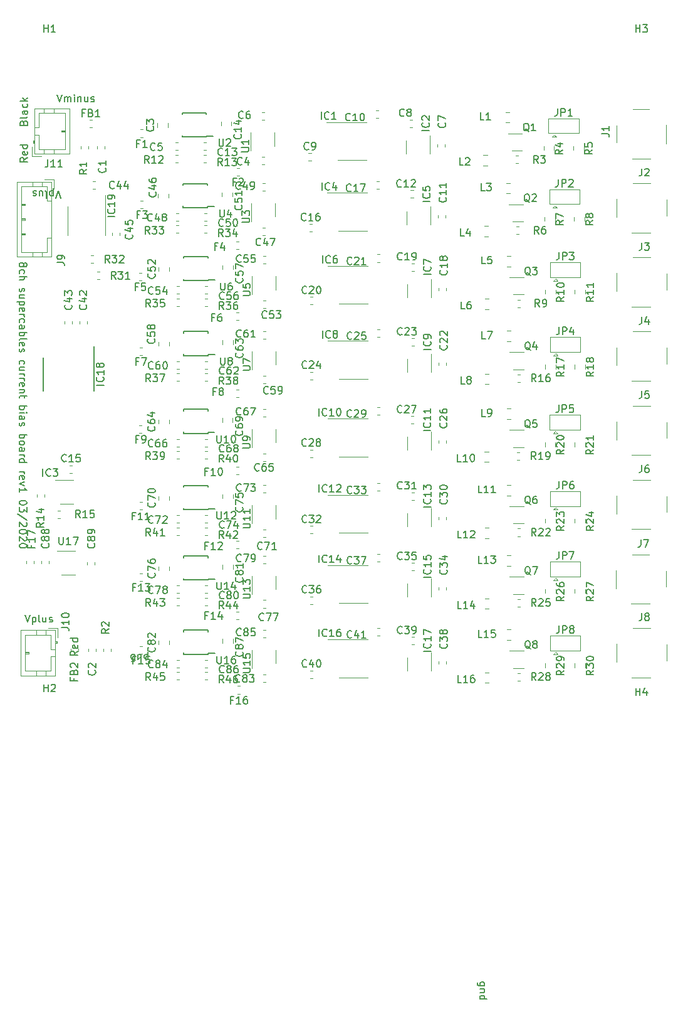
<source format=gto>
G04 #@! TF.GenerationSoftware,KiCad,Pcbnew,(5.1.5-0)*
G04 #@! TF.CreationDate,2020-03-26T07:19:41-06:00*
G04 #@! TF.ProjectId,8ch_v3,3863685f-7633-42e6-9b69-6361645f7063,rev?*
G04 #@! TF.SameCoordinates,Original*
G04 #@! TF.FileFunction,Legend,Top*
G04 #@! TF.FilePolarity,Positive*
%FSLAX46Y46*%
G04 Gerber Fmt 4.6, Leading zero omitted, Abs format (unit mm)*
G04 Created by KiCad (PCBNEW (5.1.5-0)) date 2020-03-26 07:19:41*
%MOMM*%
%LPD*%
G04 APERTURE LIST*
%ADD10C,0.150000*%
%ADD11C,0.120000*%
%ADD12C,0.100000*%
G04 APERTURE END LIST*
D10*
X141519047Y-67552380D02*
X141566666Y-67457142D01*
X141614285Y-67409523D01*
X141709523Y-67361904D01*
X141757142Y-67361904D01*
X141852380Y-67409523D01*
X141900000Y-67457142D01*
X141947619Y-67552380D01*
X141947619Y-67742857D01*
X141900000Y-67838095D01*
X141852380Y-67885714D01*
X141757142Y-67933333D01*
X141709523Y-67933333D01*
X141614285Y-67885714D01*
X141566666Y-67838095D01*
X141519047Y-67742857D01*
X141519047Y-67552380D01*
X141471428Y-67457142D01*
X141423809Y-67409523D01*
X141328571Y-67361904D01*
X141138095Y-67361904D01*
X141042857Y-67409523D01*
X140995238Y-67457142D01*
X140947619Y-67552380D01*
X140947619Y-67742857D01*
X140995238Y-67838095D01*
X141042857Y-67885714D01*
X141138095Y-67933333D01*
X141328571Y-67933333D01*
X141423809Y-67885714D01*
X141471428Y-67838095D01*
X141519047Y-67742857D01*
X140995238Y-68790476D02*
X140947619Y-68695238D01*
X140947619Y-68504761D01*
X140995238Y-68409523D01*
X141042857Y-68361904D01*
X141138095Y-68314285D01*
X141423809Y-68314285D01*
X141519047Y-68361904D01*
X141566666Y-68409523D01*
X141614285Y-68504761D01*
X141614285Y-68695238D01*
X141566666Y-68790476D01*
X140947619Y-69219047D02*
X141947619Y-69219047D01*
X140947619Y-69647619D02*
X141471428Y-69647619D01*
X141566666Y-69600000D01*
X141614285Y-69504761D01*
X141614285Y-69361904D01*
X141566666Y-69266666D01*
X141519047Y-69219047D01*
X140995238Y-70838095D02*
X140947619Y-70933333D01*
X140947619Y-71123809D01*
X140995238Y-71219047D01*
X141090476Y-71266666D01*
X141138095Y-71266666D01*
X141233333Y-71219047D01*
X141280952Y-71123809D01*
X141280952Y-70980952D01*
X141328571Y-70885714D01*
X141423809Y-70838095D01*
X141471428Y-70838095D01*
X141566666Y-70885714D01*
X141614285Y-70980952D01*
X141614285Y-71123809D01*
X141566666Y-71219047D01*
X141614285Y-72123809D02*
X140947619Y-72123809D01*
X141614285Y-71695238D02*
X141090476Y-71695238D01*
X140995238Y-71742857D01*
X140947619Y-71838095D01*
X140947619Y-71980952D01*
X140995238Y-72076190D01*
X141042857Y-72123809D01*
X141614285Y-72600000D02*
X140614285Y-72600000D01*
X141566666Y-72600000D02*
X141614285Y-72695238D01*
X141614285Y-72885714D01*
X141566666Y-72980952D01*
X141519047Y-73028571D01*
X141423809Y-73076190D01*
X141138095Y-73076190D01*
X141042857Y-73028571D01*
X140995238Y-72980952D01*
X140947619Y-72885714D01*
X140947619Y-72695238D01*
X140995238Y-72600000D01*
X140995238Y-73885714D02*
X140947619Y-73790476D01*
X140947619Y-73600000D01*
X140995238Y-73504761D01*
X141090476Y-73457142D01*
X141471428Y-73457142D01*
X141566666Y-73504761D01*
X141614285Y-73600000D01*
X141614285Y-73790476D01*
X141566666Y-73885714D01*
X141471428Y-73933333D01*
X141376190Y-73933333D01*
X141280952Y-73457142D01*
X140947619Y-74361904D02*
X141614285Y-74361904D01*
X141423809Y-74361904D02*
X141519047Y-74409523D01*
X141566666Y-74457142D01*
X141614285Y-74552380D01*
X141614285Y-74647619D01*
X140995238Y-75409523D02*
X140947619Y-75314285D01*
X140947619Y-75123809D01*
X140995238Y-75028571D01*
X141042857Y-74980952D01*
X141138095Y-74933333D01*
X141423809Y-74933333D01*
X141519047Y-74980952D01*
X141566666Y-75028571D01*
X141614285Y-75123809D01*
X141614285Y-75314285D01*
X141566666Y-75409523D01*
X140947619Y-76266666D02*
X141471428Y-76266666D01*
X141566666Y-76219047D01*
X141614285Y-76123809D01*
X141614285Y-75933333D01*
X141566666Y-75838095D01*
X140995238Y-76266666D02*
X140947619Y-76171428D01*
X140947619Y-75933333D01*
X140995238Y-75838095D01*
X141090476Y-75790476D01*
X141185714Y-75790476D01*
X141280952Y-75838095D01*
X141328571Y-75933333D01*
X141328571Y-76171428D01*
X141376190Y-76266666D01*
X140947619Y-76742857D02*
X141947619Y-76742857D01*
X141566666Y-76742857D02*
X141614285Y-76838095D01*
X141614285Y-77028571D01*
X141566666Y-77123809D01*
X141519047Y-77171428D01*
X141423809Y-77219047D01*
X141138095Y-77219047D01*
X141042857Y-77171428D01*
X140995238Y-77123809D01*
X140947619Y-77028571D01*
X140947619Y-76838095D01*
X140995238Y-76742857D01*
X140947619Y-77790476D02*
X140995238Y-77695238D01*
X141090476Y-77647619D01*
X141947619Y-77647619D01*
X140995238Y-78552380D02*
X140947619Y-78457142D01*
X140947619Y-78266666D01*
X140995238Y-78171428D01*
X141090476Y-78123809D01*
X141471428Y-78123809D01*
X141566666Y-78171428D01*
X141614285Y-78266666D01*
X141614285Y-78457142D01*
X141566666Y-78552380D01*
X141471428Y-78600000D01*
X141376190Y-78600000D01*
X141280952Y-78123809D01*
X140995238Y-78980952D02*
X140947619Y-79076190D01*
X140947619Y-79266666D01*
X140995238Y-79361904D01*
X141090476Y-79409523D01*
X141138095Y-79409523D01*
X141233333Y-79361904D01*
X141280952Y-79266666D01*
X141280952Y-79123809D01*
X141328571Y-79028571D01*
X141423809Y-78980952D01*
X141471428Y-78980952D01*
X141566666Y-79028571D01*
X141614285Y-79123809D01*
X141614285Y-79266666D01*
X141566666Y-79361904D01*
X140995238Y-81028571D02*
X140947619Y-80933333D01*
X140947619Y-80742857D01*
X140995238Y-80647619D01*
X141042857Y-80600000D01*
X141138095Y-80552380D01*
X141423809Y-80552380D01*
X141519047Y-80600000D01*
X141566666Y-80647619D01*
X141614285Y-80742857D01*
X141614285Y-80933333D01*
X141566666Y-81028571D01*
X141614285Y-81885714D02*
X140947619Y-81885714D01*
X141614285Y-81457142D02*
X141090476Y-81457142D01*
X140995238Y-81504761D01*
X140947619Y-81600000D01*
X140947619Y-81742857D01*
X140995238Y-81838095D01*
X141042857Y-81885714D01*
X140947619Y-82361904D02*
X141614285Y-82361904D01*
X141423809Y-82361904D02*
X141519047Y-82409523D01*
X141566666Y-82457142D01*
X141614285Y-82552380D01*
X141614285Y-82647619D01*
X140947619Y-82980952D02*
X141614285Y-82980952D01*
X141423809Y-82980952D02*
X141519047Y-83028571D01*
X141566666Y-83076190D01*
X141614285Y-83171428D01*
X141614285Y-83266666D01*
X140995238Y-83980952D02*
X140947619Y-83885714D01*
X140947619Y-83695238D01*
X140995238Y-83600000D01*
X141090476Y-83552380D01*
X141471428Y-83552380D01*
X141566666Y-83600000D01*
X141614285Y-83695238D01*
X141614285Y-83885714D01*
X141566666Y-83980952D01*
X141471428Y-84028571D01*
X141376190Y-84028571D01*
X141280952Y-83552380D01*
X141614285Y-84457142D02*
X140947619Y-84457142D01*
X141519047Y-84457142D02*
X141566666Y-84504761D01*
X141614285Y-84600000D01*
X141614285Y-84742857D01*
X141566666Y-84838095D01*
X141471428Y-84885714D01*
X140947619Y-84885714D01*
X141614285Y-85219047D02*
X141614285Y-85600000D01*
X141947619Y-85361904D02*
X141090476Y-85361904D01*
X140995238Y-85409523D01*
X140947619Y-85504761D01*
X140947619Y-85600000D01*
X140947619Y-86695238D02*
X141947619Y-86695238D01*
X141566666Y-86695238D02*
X141614285Y-86790476D01*
X141614285Y-86980952D01*
X141566666Y-87076190D01*
X141519047Y-87123809D01*
X141423809Y-87171428D01*
X141138095Y-87171428D01*
X141042857Y-87123809D01*
X140995238Y-87076190D01*
X140947619Y-86980952D01*
X140947619Y-86790476D01*
X140995238Y-86695238D01*
X140947619Y-87600000D02*
X141614285Y-87600000D01*
X141947619Y-87600000D02*
X141900000Y-87552380D01*
X141852380Y-87600000D01*
X141900000Y-87647619D01*
X141947619Y-87600000D01*
X141852380Y-87600000D01*
X140947619Y-88504761D02*
X141471428Y-88504761D01*
X141566666Y-88457142D01*
X141614285Y-88361904D01*
X141614285Y-88171428D01*
X141566666Y-88076190D01*
X140995238Y-88504761D02*
X140947619Y-88409523D01*
X140947619Y-88171428D01*
X140995238Y-88076190D01*
X141090476Y-88028571D01*
X141185714Y-88028571D01*
X141280952Y-88076190D01*
X141328571Y-88171428D01*
X141328571Y-88409523D01*
X141376190Y-88504761D01*
X140995238Y-88933333D02*
X140947619Y-89028571D01*
X140947619Y-89219047D01*
X140995238Y-89314285D01*
X141090476Y-89361904D01*
X141138095Y-89361904D01*
X141233333Y-89314285D01*
X141280952Y-89219047D01*
X141280952Y-89076190D01*
X141328571Y-88980952D01*
X141423809Y-88933333D01*
X141471428Y-88933333D01*
X141566666Y-88980952D01*
X141614285Y-89076190D01*
X141614285Y-89219047D01*
X141566666Y-89314285D01*
X140947619Y-90552380D02*
X141947619Y-90552380D01*
X141566666Y-90552380D02*
X141614285Y-90647619D01*
X141614285Y-90838095D01*
X141566666Y-90933333D01*
X141519047Y-90980952D01*
X141423809Y-91028571D01*
X141138095Y-91028571D01*
X141042857Y-90980952D01*
X140995238Y-90933333D01*
X140947619Y-90838095D01*
X140947619Y-90647619D01*
X140995238Y-90552380D01*
X140947619Y-91600000D02*
X140995238Y-91504761D01*
X141042857Y-91457142D01*
X141138095Y-91409523D01*
X141423809Y-91409523D01*
X141519047Y-91457142D01*
X141566666Y-91504761D01*
X141614285Y-91600000D01*
X141614285Y-91742857D01*
X141566666Y-91838095D01*
X141519047Y-91885714D01*
X141423809Y-91933333D01*
X141138095Y-91933333D01*
X141042857Y-91885714D01*
X140995238Y-91838095D01*
X140947619Y-91742857D01*
X140947619Y-91600000D01*
X140947619Y-92790476D02*
X141471428Y-92790476D01*
X141566666Y-92742857D01*
X141614285Y-92647619D01*
X141614285Y-92457142D01*
X141566666Y-92361904D01*
X140995238Y-92790476D02*
X140947619Y-92695238D01*
X140947619Y-92457142D01*
X140995238Y-92361904D01*
X141090476Y-92314285D01*
X141185714Y-92314285D01*
X141280952Y-92361904D01*
X141328571Y-92457142D01*
X141328571Y-92695238D01*
X141376190Y-92790476D01*
X140947619Y-93266666D02*
X141614285Y-93266666D01*
X141423809Y-93266666D02*
X141519047Y-93314285D01*
X141566666Y-93361904D01*
X141614285Y-93457142D01*
X141614285Y-93552380D01*
X140947619Y-94314285D02*
X141947619Y-94314285D01*
X140995238Y-94314285D02*
X140947619Y-94219047D01*
X140947619Y-94028571D01*
X140995238Y-93933333D01*
X141042857Y-93885714D01*
X141138095Y-93838095D01*
X141423809Y-93838095D01*
X141519047Y-93885714D01*
X141566666Y-93933333D01*
X141614285Y-94028571D01*
X141614285Y-94219047D01*
X141566666Y-94314285D01*
X140947619Y-95552380D02*
X141614285Y-95552380D01*
X141423809Y-95552380D02*
X141519047Y-95600000D01*
X141566666Y-95647619D01*
X141614285Y-95742857D01*
X141614285Y-95838095D01*
X140995238Y-96552380D02*
X140947619Y-96457142D01*
X140947619Y-96266666D01*
X140995238Y-96171428D01*
X141090476Y-96123809D01*
X141471428Y-96123809D01*
X141566666Y-96171428D01*
X141614285Y-96266666D01*
X141614285Y-96457142D01*
X141566666Y-96552380D01*
X141471428Y-96600000D01*
X141376190Y-96600000D01*
X141280952Y-96123809D01*
X141614285Y-96933333D02*
X140947619Y-97171428D01*
X141614285Y-97409523D01*
X140947619Y-98314285D02*
X140947619Y-97742857D01*
X140947619Y-98028571D02*
X141947619Y-98028571D01*
X141804761Y-97933333D01*
X141709523Y-97838095D01*
X141661904Y-97742857D01*
X141947619Y-99695238D02*
X141947619Y-99790476D01*
X141900000Y-99885714D01*
X141852380Y-99933333D01*
X141757142Y-99980952D01*
X141566666Y-100028571D01*
X141328571Y-100028571D01*
X141138095Y-99980952D01*
X141042857Y-99933333D01*
X140995238Y-99885714D01*
X140947619Y-99790476D01*
X140947619Y-99695238D01*
X140995238Y-99600000D01*
X141042857Y-99552380D01*
X141138095Y-99504761D01*
X141328571Y-99457142D01*
X141566666Y-99457142D01*
X141757142Y-99504761D01*
X141852380Y-99552380D01*
X141900000Y-99600000D01*
X141947619Y-99695238D01*
X141947619Y-100361904D02*
X141947619Y-100980952D01*
X141566666Y-100647619D01*
X141566666Y-100790476D01*
X141519047Y-100885714D01*
X141471428Y-100933333D01*
X141376190Y-100980952D01*
X141138095Y-100980952D01*
X141042857Y-100933333D01*
X140995238Y-100885714D01*
X140947619Y-100790476D01*
X140947619Y-100504761D01*
X140995238Y-100409523D01*
X141042857Y-100361904D01*
X141995238Y-102123809D02*
X140709523Y-101266666D01*
X141852380Y-102409523D02*
X141900000Y-102457142D01*
X141947619Y-102552380D01*
X141947619Y-102790476D01*
X141900000Y-102885714D01*
X141852380Y-102933333D01*
X141757142Y-102980952D01*
X141661904Y-102980952D01*
X141519047Y-102933333D01*
X140947619Y-102361904D01*
X140947619Y-102980952D01*
X141947619Y-103600000D02*
X141947619Y-103695238D01*
X141900000Y-103790476D01*
X141852380Y-103838095D01*
X141757142Y-103885714D01*
X141566666Y-103933333D01*
X141328571Y-103933333D01*
X141138095Y-103885714D01*
X141042857Y-103838095D01*
X140995238Y-103790476D01*
X140947619Y-103695238D01*
X140947619Y-103600000D01*
X140995238Y-103504761D01*
X141042857Y-103457142D01*
X141138095Y-103409523D01*
X141328571Y-103361904D01*
X141566666Y-103361904D01*
X141757142Y-103409523D01*
X141852380Y-103457142D01*
X141900000Y-103504761D01*
X141947619Y-103600000D01*
X141852380Y-104314285D02*
X141900000Y-104361904D01*
X141947619Y-104457142D01*
X141947619Y-104695238D01*
X141900000Y-104790476D01*
X141852380Y-104838095D01*
X141757142Y-104885714D01*
X141661904Y-104885714D01*
X141519047Y-104838095D01*
X140947619Y-104266666D01*
X140947619Y-104885714D01*
X141947619Y-105504761D02*
X141947619Y-105600000D01*
X141900000Y-105695238D01*
X141852380Y-105742857D01*
X141757142Y-105790476D01*
X141566666Y-105838095D01*
X141328571Y-105838095D01*
X141138095Y-105790476D01*
X141042857Y-105742857D01*
X140995238Y-105695238D01*
X140947619Y-105600000D01*
X140947619Y-105504761D01*
X140995238Y-105409523D01*
X141042857Y-105361904D01*
X141138095Y-105314285D01*
X141328571Y-105266666D01*
X141566666Y-105266666D01*
X141757142Y-105314285D01*
X141852380Y-105361904D01*
X141900000Y-105409523D01*
X141947619Y-105504761D01*
X146052380Y-44652380D02*
X146385714Y-45652380D01*
X146719047Y-44652380D01*
X147052380Y-45652380D02*
X147052380Y-44985714D01*
X147052380Y-45080952D02*
X147100000Y-45033333D01*
X147195238Y-44985714D01*
X147338095Y-44985714D01*
X147433333Y-45033333D01*
X147480952Y-45128571D01*
X147480952Y-45652380D01*
X147480952Y-45128571D02*
X147528571Y-45033333D01*
X147623809Y-44985714D01*
X147766666Y-44985714D01*
X147861904Y-45033333D01*
X147909523Y-45128571D01*
X147909523Y-45652380D01*
X148385714Y-45652380D02*
X148385714Y-44985714D01*
X148385714Y-44652380D02*
X148338095Y-44700000D01*
X148385714Y-44747619D01*
X148433333Y-44700000D01*
X148385714Y-44652380D01*
X148385714Y-44747619D01*
X148861904Y-44985714D02*
X148861904Y-45652380D01*
X148861904Y-45080952D02*
X148909523Y-45033333D01*
X149004761Y-44985714D01*
X149147619Y-44985714D01*
X149242857Y-45033333D01*
X149290476Y-45128571D01*
X149290476Y-45652380D01*
X150195238Y-44985714D02*
X150195238Y-45652380D01*
X149766666Y-44985714D02*
X149766666Y-45509523D01*
X149814285Y-45604761D01*
X149909523Y-45652380D01*
X150052380Y-45652380D01*
X150147619Y-45604761D01*
X150195238Y-45557142D01*
X150623809Y-45604761D02*
X150719047Y-45652380D01*
X150909523Y-45652380D01*
X151004761Y-45604761D01*
X151052380Y-45509523D01*
X151052380Y-45461904D01*
X151004761Y-45366666D01*
X150909523Y-45319047D01*
X150766666Y-45319047D01*
X150671428Y-45271428D01*
X150623809Y-45176190D01*
X150623809Y-45128571D01*
X150671428Y-45033333D01*
X150766666Y-44985714D01*
X150909523Y-44985714D01*
X151004761Y-45033333D01*
X156509523Y-120185714D02*
X156509523Y-120995238D01*
X156461904Y-121090476D01*
X156414285Y-121138095D01*
X156319047Y-121185714D01*
X156176190Y-121185714D01*
X156080952Y-121138095D01*
X156509523Y-120804761D02*
X156414285Y-120852380D01*
X156223809Y-120852380D01*
X156128571Y-120804761D01*
X156080952Y-120757142D01*
X156033333Y-120661904D01*
X156033333Y-120376190D01*
X156080952Y-120280952D01*
X156128571Y-120233333D01*
X156223809Y-120185714D01*
X156414285Y-120185714D01*
X156509523Y-120233333D01*
X156985714Y-120185714D02*
X156985714Y-120852380D01*
X156985714Y-120280952D02*
X157033333Y-120233333D01*
X157128571Y-120185714D01*
X157271428Y-120185714D01*
X157366666Y-120233333D01*
X157414285Y-120328571D01*
X157414285Y-120852380D01*
X158319047Y-120852380D02*
X158319047Y-119852380D01*
X158319047Y-120804761D02*
X158223809Y-120852380D01*
X158033333Y-120852380D01*
X157938095Y-120804761D01*
X157890476Y-120757142D01*
X157842857Y-120661904D01*
X157842857Y-120376190D01*
X157890476Y-120280952D01*
X157938095Y-120233333D01*
X158033333Y-120185714D01*
X158223809Y-120185714D01*
X158319047Y-120233333D01*
X141695238Y-114852380D02*
X142028571Y-115852380D01*
X142361904Y-114852380D01*
X142695238Y-115185714D02*
X142695238Y-116185714D01*
X142695238Y-115233333D02*
X142790476Y-115185714D01*
X142980952Y-115185714D01*
X143076190Y-115233333D01*
X143123809Y-115280952D01*
X143171428Y-115376190D01*
X143171428Y-115661904D01*
X143123809Y-115757142D01*
X143076190Y-115804761D01*
X142980952Y-115852380D01*
X142790476Y-115852380D01*
X142695238Y-115804761D01*
X143742857Y-115852380D02*
X143647619Y-115804761D01*
X143600000Y-115709523D01*
X143600000Y-114852380D01*
X144552380Y-115185714D02*
X144552380Y-115852380D01*
X144123809Y-115185714D02*
X144123809Y-115709523D01*
X144171428Y-115804761D01*
X144266666Y-115852380D01*
X144409523Y-115852380D01*
X144504761Y-115804761D01*
X144552380Y-115757142D01*
X144980952Y-115804761D02*
X145076190Y-115852380D01*
X145266666Y-115852380D01*
X145361904Y-115804761D01*
X145409523Y-115709523D01*
X145409523Y-115661904D01*
X145361904Y-115566666D01*
X145266666Y-115519047D01*
X145123809Y-115519047D01*
X145028571Y-115471428D01*
X144980952Y-115376190D01*
X144980952Y-115328571D01*
X145028571Y-115233333D01*
X145123809Y-115185714D01*
X145266666Y-115185714D01*
X145361904Y-115233333D01*
X141528571Y-48476190D02*
X141576190Y-48333333D01*
X141623809Y-48285714D01*
X141719047Y-48238095D01*
X141861904Y-48238095D01*
X141957142Y-48285714D01*
X142004761Y-48333333D01*
X142052380Y-48428571D01*
X142052380Y-48809523D01*
X141052380Y-48809523D01*
X141052380Y-48476190D01*
X141100000Y-48380952D01*
X141147619Y-48333333D01*
X141242857Y-48285714D01*
X141338095Y-48285714D01*
X141433333Y-48333333D01*
X141480952Y-48380952D01*
X141528571Y-48476190D01*
X141528571Y-48809523D01*
X142052380Y-47666666D02*
X142004761Y-47761904D01*
X141909523Y-47809523D01*
X141052380Y-47809523D01*
X142052380Y-46857142D02*
X141528571Y-46857142D01*
X141433333Y-46904761D01*
X141385714Y-47000000D01*
X141385714Y-47190476D01*
X141433333Y-47285714D01*
X142004761Y-46857142D02*
X142052380Y-46952380D01*
X142052380Y-47190476D01*
X142004761Y-47285714D01*
X141909523Y-47333333D01*
X141814285Y-47333333D01*
X141719047Y-47285714D01*
X141671428Y-47190476D01*
X141671428Y-46952380D01*
X141623809Y-46857142D01*
X142004761Y-45952380D02*
X142052380Y-46047619D01*
X142052380Y-46238095D01*
X142004761Y-46333333D01*
X141957142Y-46380952D01*
X141861904Y-46428571D01*
X141576190Y-46428571D01*
X141480952Y-46380952D01*
X141433333Y-46333333D01*
X141385714Y-46238095D01*
X141385714Y-46047619D01*
X141433333Y-45952380D01*
X142052380Y-45523809D02*
X141052380Y-45523809D01*
X141671428Y-45428571D02*
X142052380Y-45142857D01*
X141385714Y-45142857D02*
X141766666Y-45523809D01*
X142052380Y-53171428D02*
X141576190Y-53504761D01*
X142052380Y-53742857D02*
X141052380Y-53742857D01*
X141052380Y-53361904D01*
X141100000Y-53266666D01*
X141147619Y-53219047D01*
X141242857Y-53171428D01*
X141385714Y-53171428D01*
X141480952Y-53219047D01*
X141528571Y-53266666D01*
X141576190Y-53361904D01*
X141576190Y-53742857D01*
X142004761Y-52361904D02*
X142052380Y-52457142D01*
X142052380Y-52647619D01*
X142004761Y-52742857D01*
X141909523Y-52790476D01*
X141528571Y-52790476D01*
X141433333Y-52742857D01*
X141385714Y-52647619D01*
X141385714Y-52457142D01*
X141433333Y-52361904D01*
X141528571Y-52314285D01*
X141623809Y-52314285D01*
X141719047Y-52790476D01*
X142052380Y-51457142D02*
X141052380Y-51457142D01*
X142004761Y-51457142D02*
X142052380Y-51552380D01*
X142052380Y-51742857D01*
X142004761Y-51838095D01*
X141957142Y-51885714D01*
X141861904Y-51933333D01*
X141576190Y-51933333D01*
X141480952Y-51885714D01*
X141433333Y-51838095D01*
X141385714Y-51742857D01*
X141385714Y-51552380D01*
X141433333Y-51457142D01*
X148852380Y-119771428D02*
X148376190Y-120104761D01*
X148852380Y-120342857D02*
X147852380Y-120342857D01*
X147852380Y-119961904D01*
X147900000Y-119866666D01*
X147947619Y-119819047D01*
X148042857Y-119771428D01*
X148185714Y-119771428D01*
X148280952Y-119819047D01*
X148328571Y-119866666D01*
X148376190Y-119961904D01*
X148376190Y-120342857D01*
X148804761Y-118961904D02*
X148852380Y-119057142D01*
X148852380Y-119247619D01*
X148804761Y-119342857D01*
X148709523Y-119390476D01*
X148328571Y-119390476D01*
X148233333Y-119342857D01*
X148185714Y-119247619D01*
X148185714Y-119057142D01*
X148233333Y-118961904D01*
X148328571Y-118914285D01*
X148423809Y-118914285D01*
X148519047Y-119390476D01*
X148852380Y-118057142D02*
X147852380Y-118057142D01*
X148804761Y-118057142D02*
X148852380Y-118152380D01*
X148852380Y-118342857D01*
X148804761Y-118438095D01*
X148757142Y-118485714D01*
X148661904Y-118533333D01*
X148376190Y-118533333D01*
X148280952Y-118485714D01*
X148233333Y-118438095D01*
X148185714Y-118342857D01*
X148185714Y-118152380D01*
X148233333Y-118057142D01*
X146504761Y-58647619D02*
X146171428Y-57647619D01*
X145838095Y-58647619D01*
X145504761Y-58314285D02*
X145504761Y-57314285D01*
X145504761Y-58266666D02*
X145409523Y-58314285D01*
X145219047Y-58314285D01*
X145123809Y-58266666D01*
X145076190Y-58219047D01*
X145028571Y-58123809D01*
X145028571Y-57838095D01*
X145076190Y-57742857D01*
X145123809Y-57695238D01*
X145219047Y-57647619D01*
X145409523Y-57647619D01*
X145504761Y-57695238D01*
X144457142Y-57647619D02*
X144552380Y-57695238D01*
X144600000Y-57790476D01*
X144600000Y-58647619D01*
X143647619Y-58314285D02*
X143647619Y-57647619D01*
X144076190Y-58314285D02*
X144076190Y-57790476D01*
X144028571Y-57695238D01*
X143933333Y-57647619D01*
X143790476Y-57647619D01*
X143695238Y-57695238D01*
X143647619Y-57742857D01*
X143219047Y-57695238D02*
X143123809Y-57647619D01*
X142933333Y-57647619D01*
X142838095Y-57695238D01*
X142790476Y-57790476D01*
X142790476Y-57838095D01*
X142838095Y-57933333D01*
X142933333Y-57980952D01*
X143076190Y-57980952D01*
X143171428Y-58028571D01*
X143219047Y-58123809D01*
X143219047Y-58171428D01*
X143171428Y-58266666D01*
X143076190Y-58314285D01*
X142933333Y-58314285D01*
X142838095Y-58266666D01*
X203814285Y-164909523D02*
X203004761Y-164909523D01*
X202909523Y-164861904D01*
X202861904Y-164814285D01*
X202814285Y-164719047D01*
X202814285Y-164576190D01*
X202861904Y-164480952D01*
X203195238Y-164909523D02*
X203147619Y-164814285D01*
X203147619Y-164623809D01*
X203195238Y-164528571D01*
X203242857Y-164480952D01*
X203338095Y-164433333D01*
X203623809Y-164433333D01*
X203719047Y-164480952D01*
X203766666Y-164528571D01*
X203814285Y-164623809D01*
X203814285Y-164814285D01*
X203766666Y-164909523D01*
X203814285Y-165385714D02*
X203147619Y-165385714D01*
X203719047Y-165385714D02*
X203766666Y-165433333D01*
X203814285Y-165528571D01*
X203814285Y-165671428D01*
X203766666Y-165766666D01*
X203671428Y-165814285D01*
X203147619Y-165814285D01*
X203147619Y-166719047D02*
X204147619Y-166719047D01*
X203195238Y-166719047D02*
X203147619Y-166623809D01*
X203147619Y-166433333D01*
X203195238Y-166338095D01*
X203242857Y-166290476D01*
X203338095Y-166242857D01*
X203623809Y-166242857D01*
X203719047Y-166290476D01*
X203766666Y-166338095D01*
X203814285Y-166433333D01*
X203814285Y-166623809D01*
X203766666Y-166719047D01*
D11*
X148910000Y-119771267D02*
X148910000Y-119428733D01*
X147890000Y-119771267D02*
X147890000Y-119428733D01*
X148450000Y-106210000D02*
X146000000Y-106210000D01*
X146650000Y-109430000D02*
X148450000Y-109430000D01*
X141890000Y-107628733D02*
X141890000Y-107971267D01*
X142910000Y-107628733D02*
X142910000Y-107971267D01*
X170771267Y-124490000D02*
X170428733Y-124490000D01*
X170771267Y-125510000D02*
X170428733Y-125510000D01*
X157571267Y-119090000D02*
X157228733Y-119090000D01*
X157571267Y-120110000D02*
X157228733Y-120110000D01*
X170571267Y-114490000D02*
X170228733Y-114490000D01*
X170571267Y-115510000D02*
X170228733Y-115510000D01*
X157571267Y-109290000D02*
X157228733Y-109290000D01*
X157571267Y-110310000D02*
X157228733Y-110310000D01*
X170571267Y-104890000D02*
X170228733Y-104890000D01*
X170571267Y-105910000D02*
X170228733Y-105910000D01*
X157521267Y-99660000D02*
X157178733Y-99660000D01*
X157521267Y-100680000D02*
X157178733Y-100680000D01*
X170571267Y-94890000D02*
X170228733Y-94890000D01*
X170571267Y-95910000D02*
X170228733Y-95910000D01*
X157501267Y-89290000D02*
X157158733Y-89290000D01*
X157501267Y-90310000D02*
X157158733Y-90310000D01*
X170571267Y-84490000D02*
X170228733Y-84490000D01*
X170571267Y-85510000D02*
X170228733Y-85510000D01*
X157521267Y-78810000D02*
X157178733Y-78810000D01*
X157521267Y-79830000D02*
X157178733Y-79830000D01*
X170571267Y-74090000D02*
X170228733Y-74090000D01*
X170571267Y-75110000D02*
X170228733Y-75110000D01*
X157471267Y-68720000D02*
X157128733Y-68720000D01*
X157471267Y-69740000D02*
X157128733Y-69740000D01*
X170571267Y-64490000D02*
X170228733Y-64490000D01*
X170571267Y-65510000D02*
X170228733Y-65510000D01*
X157671267Y-58990000D02*
X157328733Y-58990000D01*
X157671267Y-60010000D02*
X157328733Y-60010000D01*
X170671267Y-54590000D02*
X170328733Y-54590000D01*
X170671267Y-55610000D02*
X170328733Y-55610000D01*
X157646267Y-49390000D02*
X157303733Y-49390000D01*
X157646267Y-50410000D02*
X157303733Y-50410000D01*
X150090000Y-107728733D02*
X150090000Y-108071267D01*
X151110000Y-107728733D02*
X151110000Y-108071267D01*
X143890000Y-107628733D02*
X143890000Y-107971267D01*
X144910000Y-107628733D02*
X144910000Y-107971267D01*
D10*
X166425000Y-120050000D02*
X167350000Y-120050000D01*
X166425000Y-116925000D02*
X163175000Y-116925000D01*
X166425000Y-120175000D02*
X163175000Y-120175000D01*
X166425000Y-116925000D02*
X166425000Y-117140000D01*
X163175000Y-116925000D02*
X163175000Y-117140000D01*
X163175000Y-120175000D02*
X163175000Y-119960000D01*
X166425000Y-120175000D02*
X166425000Y-120050000D01*
D11*
X172390000Y-119600000D02*
X172390000Y-122050000D01*
X175610000Y-121400000D02*
X175610000Y-119600000D01*
D10*
X166425000Y-110050000D02*
X167350000Y-110050000D01*
X166425000Y-106925000D02*
X163175000Y-106925000D01*
X166425000Y-110175000D02*
X163175000Y-110175000D01*
X166425000Y-106925000D02*
X166425000Y-107140000D01*
X163175000Y-106925000D02*
X163175000Y-107140000D01*
X163175000Y-110175000D02*
X163175000Y-109960000D01*
X166425000Y-110175000D02*
X166425000Y-110050000D01*
D11*
X172390000Y-109600000D02*
X172390000Y-112050000D01*
X175610000Y-111400000D02*
X175610000Y-109600000D01*
D10*
X166425000Y-100550000D02*
X167350000Y-100550000D01*
X166425000Y-97425000D02*
X163175000Y-97425000D01*
X166425000Y-100675000D02*
X163175000Y-100675000D01*
X166425000Y-97425000D02*
X166425000Y-97640000D01*
X163175000Y-97425000D02*
X163175000Y-97640000D01*
X163175000Y-100675000D02*
X163175000Y-100460000D01*
X166425000Y-100675000D02*
X166425000Y-100550000D01*
D11*
X172390000Y-100100000D02*
X172390000Y-102550000D01*
X175610000Y-101900000D02*
X175610000Y-100100000D01*
D10*
X166400000Y-90250000D02*
X167325000Y-90250000D01*
X166400000Y-87125000D02*
X163150000Y-87125000D01*
X166400000Y-90375000D02*
X163150000Y-90375000D01*
X166400000Y-87125000D02*
X166400000Y-87340000D01*
X163150000Y-87125000D02*
X163150000Y-87340000D01*
X163150000Y-90375000D02*
X163150000Y-90160000D01*
X166400000Y-90375000D02*
X166400000Y-90250000D01*
D11*
X172365000Y-89800000D02*
X172365000Y-92250000D01*
X175585000Y-91600000D02*
X175585000Y-89800000D01*
D10*
X166425000Y-79750000D02*
X167350000Y-79750000D01*
X166425000Y-76625000D02*
X163175000Y-76625000D01*
X166425000Y-79875000D02*
X163175000Y-79875000D01*
X166425000Y-76625000D02*
X166425000Y-76840000D01*
X163175000Y-76625000D02*
X163175000Y-76840000D01*
X163175000Y-79875000D02*
X163175000Y-79660000D01*
X166425000Y-79875000D02*
X166425000Y-79750000D01*
D11*
X172390000Y-79300000D02*
X172390000Y-81750000D01*
X175610000Y-81100000D02*
X175610000Y-79300000D01*
D10*
X166425000Y-69650000D02*
X167350000Y-69650000D01*
X166425000Y-66525000D02*
X163175000Y-66525000D01*
X166425000Y-69775000D02*
X163175000Y-69775000D01*
X166425000Y-66525000D02*
X166425000Y-66740000D01*
X163175000Y-66525000D02*
X163175000Y-66740000D01*
X163175000Y-69775000D02*
X163175000Y-69560000D01*
X166425000Y-69775000D02*
X166425000Y-69650000D01*
D11*
X172390000Y-69200000D02*
X172390000Y-71650000D01*
X175610000Y-71000000D02*
X175610000Y-69200000D01*
D10*
X166325000Y-59800000D02*
X167250000Y-59800000D01*
X166325000Y-56675000D02*
X163075000Y-56675000D01*
X166325000Y-59925000D02*
X163075000Y-59925000D01*
X166325000Y-56675000D02*
X166325000Y-56890000D01*
X163075000Y-56675000D02*
X163075000Y-56890000D01*
X163075000Y-59925000D02*
X163075000Y-59710000D01*
X166325000Y-59925000D02*
X166325000Y-59800000D01*
D11*
X172290000Y-59350000D02*
X172290000Y-61800000D01*
X175510000Y-61150000D02*
X175510000Y-59350000D01*
D10*
X166225000Y-50250000D02*
X167150000Y-50250000D01*
X166225000Y-47125000D02*
X162975000Y-47125000D01*
X166225000Y-50375000D02*
X162975000Y-50375000D01*
X166225000Y-47125000D02*
X166225000Y-47340000D01*
X162975000Y-47125000D02*
X162975000Y-47340000D01*
X162975000Y-50375000D02*
X162975000Y-50160000D01*
X166225000Y-50375000D02*
X166225000Y-50250000D01*
D11*
X172190000Y-49800000D02*
X172190000Y-52250000D01*
X175410000Y-51600000D02*
X175410000Y-49800000D01*
X166028733Y-123610000D02*
X166371267Y-123610000D01*
X166028733Y-122590000D02*
X166371267Y-122590000D01*
X162228733Y-123610000D02*
X162571267Y-123610000D01*
X162228733Y-122590000D02*
X162571267Y-122590000D01*
X166028733Y-113610000D02*
X166371267Y-113610000D01*
X166028733Y-112590000D02*
X166371267Y-112590000D01*
X162228733Y-113610000D02*
X162571267Y-113610000D01*
X162228733Y-112590000D02*
X162571267Y-112590000D01*
X166028733Y-104110000D02*
X166371267Y-104110000D01*
X166028733Y-103090000D02*
X166371267Y-103090000D01*
X162228733Y-104110000D02*
X162571267Y-104110000D01*
X162228733Y-103090000D02*
X162571267Y-103090000D01*
X166003733Y-93810000D02*
X166346267Y-93810000D01*
X166003733Y-92790000D02*
X166346267Y-92790000D01*
X162203733Y-93810000D02*
X162546267Y-93810000D01*
X162203733Y-92790000D02*
X162546267Y-92790000D01*
X166028733Y-83310000D02*
X166371267Y-83310000D01*
X166028733Y-82290000D02*
X166371267Y-82290000D01*
X162228733Y-83310000D02*
X162571267Y-83310000D01*
X162228733Y-82290000D02*
X162571267Y-82290000D01*
X166028733Y-73210000D02*
X166371267Y-73210000D01*
X166028733Y-72190000D02*
X166371267Y-72190000D01*
X162228733Y-73210000D02*
X162571267Y-73210000D01*
X162228733Y-72190000D02*
X162571267Y-72190000D01*
X165928733Y-63360000D02*
X166271267Y-63360000D01*
X165928733Y-62340000D02*
X166271267Y-62340000D01*
X162128733Y-63360000D02*
X162471267Y-63360000D01*
X162128733Y-62340000D02*
X162471267Y-62340000D01*
X165828733Y-53810000D02*
X166171267Y-53810000D01*
X165828733Y-52790000D02*
X166171267Y-52790000D01*
X162028733Y-53810000D02*
X162371267Y-53810000D01*
X162028733Y-52790000D02*
X162371267Y-52790000D01*
X169810000Y-118661252D02*
X169810000Y-118138748D01*
X168390000Y-118661252D02*
X168390000Y-118138748D01*
X166028733Y-121960000D02*
X166371267Y-121960000D01*
X166028733Y-120940000D02*
X166371267Y-120940000D01*
X173928733Y-117910000D02*
X174271267Y-117910000D01*
X173928733Y-116890000D02*
X174271267Y-116890000D01*
X162228733Y-121960000D02*
X162571267Y-121960000D01*
X162228733Y-120940000D02*
X162571267Y-120940000D01*
X173928733Y-123910000D02*
X174271267Y-123910000D01*
X173928733Y-122890000D02*
X174271267Y-122890000D01*
X161210000Y-118861252D02*
X161210000Y-118338748D01*
X159790000Y-118861252D02*
X159790000Y-118338748D01*
X169810000Y-108661252D02*
X169810000Y-108138748D01*
X168390000Y-108661252D02*
X168390000Y-108138748D01*
X166028733Y-111960000D02*
X166371267Y-111960000D01*
X166028733Y-110940000D02*
X166371267Y-110940000D01*
X173928733Y-107910000D02*
X174271267Y-107910000D01*
X173928733Y-106890000D02*
X174271267Y-106890000D01*
X162228733Y-111960000D02*
X162571267Y-111960000D01*
X162228733Y-110940000D02*
X162571267Y-110940000D01*
X173928733Y-113910000D02*
X174271267Y-113910000D01*
X173928733Y-112890000D02*
X174271267Y-112890000D01*
X161210000Y-108861252D02*
X161210000Y-108338748D01*
X159790000Y-108861252D02*
X159790000Y-108338748D01*
X169810000Y-99161252D02*
X169810000Y-98638748D01*
X168390000Y-99161252D02*
X168390000Y-98638748D01*
X166028733Y-102460000D02*
X166371267Y-102460000D01*
X166028733Y-101440000D02*
X166371267Y-101440000D01*
X173928733Y-98410000D02*
X174271267Y-98410000D01*
X173928733Y-97390000D02*
X174271267Y-97390000D01*
X162228733Y-102460000D02*
X162571267Y-102460000D01*
X162228733Y-101440000D02*
X162571267Y-101440000D01*
X173928733Y-104410000D02*
X174271267Y-104410000D01*
X173928733Y-103390000D02*
X174271267Y-103390000D01*
X161210000Y-99361252D02*
X161210000Y-98838748D01*
X159790000Y-99361252D02*
X159790000Y-98838748D01*
X169785000Y-88861252D02*
X169785000Y-88338748D01*
X168365000Y-88861252D02*
X168365000Y-88338748D01*
X166003733Y-92160000D02*
X166346267Y-92160000D01*
X166003733Y-91140000D02*
X166346267Y-91140000D01*
X173903733Y-88110000D02*
X174246267Y-88110000D01*
X173903733Y-87090000D02*
X174246267Y-87090000D01*
X162203733Y-92160000D02*
X162546267Y-92160000D01*
X162203733Y-91140000D02*
X162546267Y-91140000D01*
X173903733Y-94110000D02*
X174246267Y-94110000D01*
X173903733Y-93090000D02*
X174246267Y-93090000D01*
X161185000Y-89061252D02*
X161185000Y-88538748D01*
X159765000Y-89061252D02*
X159765000Y-88538748D01*
X169810000Y-78361252D02*
X169810000Y-77838748D01*
X168390000Y-78361252D02*
X168390000Y-77838748D01*
X166028733Y-81660000D02*
X166371267Y-81660000D01*
X166028733Y-80640000D02*
X166371267Y-80640000D01*
X173928733Y-77610000D02*
X174271267Y-77610000D01*
X173928733Y-76590000D02*
X174271267Y-76590000D01*
X162228733Y-81660000D02*
X162571267Y-81660000D01*
X162228733Y-80640000D02*
X162571267Y-80640000D01*
X173928733Y-83610000D02*
X174271267Y-83610000D01*
X173928733Y-82590000D02*
X174271267Y-82590000D01*
X161210000Y-78561252D02*
X161210000Y-78038748D01*
X159790000Y-78561252D02*
X159790000Y-78038748D01*
X169810000Y-68261252D02*
X169810000Y-67738748D01*
X168390000Y-68261252D02*
X168390000Y-67738748D01*
X166028733Y-71560000D02*
X166371267Y-71560000D01*
X166028733Y-70540000D02*
X166371267Y-70540000D01*
X173928733Y-67510000D02*
X174271267Y-67510000D01*
X173928733Y-66490000D02*
X174271267Y-66490000D01*
X162228733Y-71560000D02*
X162571267Y-71560000D01*
X162228733Y-70540000D02*
X162571267Y-70540000D01*
X173928733Y-73510000D02*
X174271267Y-73510000D01*
X173928733Y-72490000D02*
X174271267Y-72490000D01*
X161210000Y-68461252D02*
X161210000Y-67938748D01*
X159790000Y-68461252D02*
X159790000Y-67938748D01*
X169710000Y-58411252D02*
X169710000Y-57888748D01*
X168290000Y-58411252D02*
X168290000Y-57888748D01*
X165928733Y-61710000D02*
X166271267Y-61710000D01*
X165928733Y-60690000D02*
X166271267Y-60690000D01*
X173828733Y-57660000D02*
X174171267Y-57660000D01*
X173828733Y-56640000D02*
X174171267Y-56640000D01*
X162128733Y-61710000D02*
X162471267Y-61710000D01*
X162128733Y-60690000D02*
X162471267Y-60690000D01*
X173828733Y-63660000D02*
X174171267Y-63660000D01*
X173828733Y-62640000D02*
X174171267Y-62640000D01*
X161110000Y-58611252D02*
X161110000Y-58088748D01*
X159690000Y-58611252D02*
X159690000Y-58088748D01*
X169610000Y-48861252D02*
X169610000Y-48338748D01*
X168190000Y-48861252D02*
X168190000Y-48338748D01*
X165828733Y-52160000D02*
X166171267Y-52160000D01*
X165828733Y-51140000D02*
X166171267Y-51140000D01*
X173728733Y-48110000D02*
X174071267Y-48110000D01*
X173728733Y-47090000D02*
X174071267Y-47090000D01*
X162028733Y-52160000D02*
X162371267Y-52160000D01*
X162028733Y-51140000D02*
X162371267Y-51140000D01*
X173728733Y-54110000D02*
X174071267Y-54110000D01*
X173728733Y-53090000D02*
X174071267Y-53090000D01*
X161010000Y-49061252D02*
X161010000Y-48538748D01*
X159590000Y-49061252D02*
X159590000Y-48538748D01*
X152290000Y-119428733D02*
X152290000Y-119771267D01*
X153310000Y-119428733D02*
X153310000Y-119771267D01*
X150310000Y-51971267D02*
X150310000Y-51628733D01*
X149290000Y-51971267D02*
X149290000Y-51628733D01*
X142690000Y-52960000D02*
X143940000Y-52960000D01*
X142690000Y-51710000D02*
X142690000Y-52960000D01*
X147100000Y-49600000D02*
X146600000Y-49600000D01*
X146600000Y-49500000D02*
X147100000Y-49500000D01*
X146600000Y-49700000D02*
X146600000Y-49500000D01*
X147100000Y-49700000D02*
X146600000Y-49700000D01*
X145600000Y-46540000D02*
X145600000Y-47150000D01*
X144300000Y-46540000D02*
X144300000Y-47150000D01*
X145600000Y-52660000D02*
X145600000Y-52050000D01*
X144300000Y-52660000D02*
X144300000Y-52050000D01*
X143600000Y-49100000D02*
X142990000Y-49100000D01*
X143600000Y-47150000D02*
X143600000Y-49100000D01*
X147100000Y-47150000D02*
X143600000Y-47150000D01*
X147100000Y-52050000D02*
X147100000Y-47150000D01*
X143600000Y-52050000D02*
X147100000Y-52050000D01*
X143600000Y-50100000D02*
X143600000Y-52050000D01*
X142990000Y-50100000D02*
X143600000Y-50100000D01*
X142890000Y-50900000D02*
X142890000Y-51200000D01*
X142790000Y-51200000D02*
X142990000Y-51200000D01*
X142790000Y-50900000D02*
X142790000Y-51200000D01*
X142990000Y-50900000D02*
X142790000Y-50900000D01*
X142990000Y-46540000D02*
X142990000Y-52660000D01*
X147710000Y-46540000D02*
X142990000Y-46540000D01*
X147710000Y-52660000D02*
X147710000Y-46540000D01*
X142990000Y-52660000D02*
X147710000Y-52660000D01*
X146110000Y-116640000D02*
X144860000Y-116640000D01*
X146110000Y-117890000D02*
X146110000Y-116640000D01*
X141700000Y-120000000D02*
X142200000Y-120000000D01*
X142200000Y-120100000D02*
X141700000Y-120100000D01*
X142200000Y-119900000D02*
X142200000Y-120100000D01*
X141700000Y-119900000D02*
X142200000Y-119900000D01*
X143200000Y-123060000D02*
X143200000Y-122450000D01*
X144500000Y-123060000D02*
X144500000Y-122450000D01*
X143200000Y-116940000D02*
X143200000Y-117550000D01*
X144500000Y-116940000D02*
X144500000Y-117550000D01*
X145200000Y-120500000D02*
X145810000Y-120500000D01*
X145200000Y-122450000D02*
X145200000Y-120500000D01*
X141700000Y-122450000D02*
X145200000Y-122450000D01*
X141700000Y-117550000D02*
X141700000Y-122450000D01*
X145200000Y-117550000D02*
X141700000Y-117550000D01*
X145200000Y-119500000D02*
X145200000Y-117550000D01*
X145810000Y-119500000D02*
X145200000Y-119500000D01*
X145910000Y-118700000D02*
X145910000Y-118400000D01*
X146010000Y-118400000D02*
X145810000Y-118400000D01*
X146010000Y-118700000D02*
X146010000Y-118400000D01*
X145810000Y-118700000D02*
X146010000Y-118700000D01*
X145810000Y-123060000D02*
X145810000Y-116940000D01*
X141090000Y-123060000D02*
X145810000Y-123060000D01*
X141090000Y-116940000D02*
X141090000Y-123060000D01*
X145810000Y-116940000D02*
X141090000Y-116940000D01*
X150771267Y-48090000D02*
X150428733Y-48090000D01*
X150771267Y-49110000D02*
X150428733Y-49110000D01*
X151310000Y-119771267D02*
X151310000Y-119428733D01*
X150290000Y-119771267D02*
X150290000Y-119428733D01*
X151490000Y-51628733D02*
X151490000Y-51971267D01*
X152510000Y-51628733D02*
X152510000Y-51971267D01*
X148220000Y-96710000D02*
X145770000Y-96710000D01*
X146420000Y-99930000D02*
X148220000Y-99930000D01*
X145610000Y-56140000D02*
X144360000Y-56140000D01*
X145610000Y-57390000D02*
X145610000Y-56140000D01*
X141200000Y-63500000D02*
X141700000Y-63500000D01*
X141700000Y-63600000D02*
X141200000Y-63600000D01*
X141700000Y-63400000D02*
X141700000Y-63600000D01*
X141200000Y-63400000D02*
X141700000Y-63400000D01*
X141200000Y-61500000D02*
X141700000Y-61500000D01*
X141700000Y-61600000D02*
X141200000Y-61600000D01*
X141700000Y-61400000D02*
X141700000Y-61600000D01*
X141200000Y-61400000D02*
X141700000Y-61400000D01*
X141200000Y-59500000D02*
X141700000Y-59500000D01*
X141700000Y-59600000D02*
X141200000Y-59600000D01*
X141700000Y-59400000D02*
X141700000Y-59600000D01*
X141200000Y-59400000D02*
X141700000Y-59400000D01*
X142700000Y-66560000D02*
X142700000Y-65950000D01*
X144000000Y-66560000D02*
X144000000Y-65950000D01*
X142700000Y-56440000D02*
X142700000Y-57050000D01*
X144000000Y-56440000D02*
X144000000Y-57050000D01*
X144700000Y-64000000D02*
X145310000Y-64000000D01*
X144700000Y-65950000D02*
X144700000Y-64000000D01*
X141200000Y-65950000D02*
X144700000Y-65950000D01*
X141200000Y-57050000D02*
X141200000Y-65950000D01*
X144700000Y-57050000D02*
X141200000Y-57050000D01*
X144700000Y-59000000D02*
X144700000Y-57050000D01*
X145310000Y-59000000D02*
X144700000Y-59000000D01*
X145410000Y-58200000D02*
X145410000Y-57900000D01*
X145510000Y-57900000D02*
X145310000Y-57900000D01*
X145510000Y-58200000D02*
X145510000Y-57900000D01*
X145310000Y-58200000D02*
X145510000Y-58200000D01*
X145310000Y-66560000D02*
X145310000Y-56440000D01*
X140590000Y-66560000D02*
X145310000Y-66560000D01*
X140590000Y-56440000D02*
X140590000Y-66560000D01*
X145310000Y-56440000D02*
X140590000Y-56440000D01*
D12*
X223750000Y-106725000D02*
X226075000Y-106725000D01*
X228300000Y-108925000D02*
X228300000Y-111100000D01*
X221575000Y-111300000D02*
X221575000Y-108850000D01*
X223600000Y-113400000D02*
X226150000Y-113400000D01*
X223850000Y-56650000D02*
X226175000Y-56650000D01*
X228400000Y-58850000D02*
X228400000Y-61025000D01*
X221675000Y-61225000D02*
X221675000Y-58775000D01*
X223700000Y-63325000D02*
X226250000Y-63325000D01*
X221650000Y-51150000D02*
X221650000Y-48825000D01*
X223850000Y-46600000D02*
X226025000Y-46600000D01*
X226225000Y-53325000D02*
X223775000Y-53325000D01*
X228325000Y-51300000D02*
X228325000Y-48750000D01*
D11*
X150971267Y-66390000D02*
X150628733Y-66390000D01*
X150971267Y-67410000D02*
X150628733Y-67410000D01*
X151771267Y-68590000D02*
X151428733Y-68590000D01*
X151771267Y-69610000D02*
X151428733Y-69610000D01*
X152560000Y-61700000D02*
X152560000Y-58250000D01*
X152560000Y-61700000D02*
X152560000Y-63650000D01*
X147440000Y-61700000D02*
X147440000Y-59750000D01*
X147440000Y-61700000D02*
X147440000Y-63650000D01*
D10*
X151050000Y-78650000D02*
X151050000Y-84625000D01*
X144150000Y-80175000D02*
X144150000Y-84625000D01*
D11*
X154510000Y-63671267D02*
X154510000Y-63328733D01*
X153490000Y-63671267D02*
X153490000Y-63328733D01*
X151171267Y-56390000D02*
X150828733Y-56390000D01*
X151171267Y-57410000D02*
X150828733Y-57410000D01*
X147090000Y-75228733D02*
X147090000Y-75571267D01*
X148110000Y-75228733D02*
X148110000Y-75571267D01*
X149090000Y-75228733D02*
X149090000Y-75571267D01*
X150110000Y-75228733D02*
X150110000Y-75571267D01*
X217410000Y-121958578D02*
X217410000Y-121441422D01*
X215990000Y-121958578D02*
X215990000Y-121441422D01*
X213410000Y-121958578D02*
X213410000Y-121441422D01*
X211990000Y-121958578D02*
X211990000Y-121441422D01*
X208228733Y-123760000D02*
X208571267Y-123760000D01*
X208228733Y-122740000D02*
X208571267Y-122740000D01*
X217410000Y-111958578D02*
X217410000Y-111441422D01*
X215990000Y-111958578D02*
X215990000Y-111441422D01*
X213410000Y-111958578D02*
X213410000Y-111441422D01*
X211990000Y-111958578D02*
X211990000Y-111441422D01*
X208228733Y-113760000D02*
X208571267Y-113760000D01*
X208228733Y-112740000D02*
X208571267Y-112740000D01*
X217410000Y-102458578D02*
X217410000Y-101941422D01*
X215990000Y-102458578D02*
X215990000Y-101941422D01*
X213410000Y-102458578D02*
X213410000Y-101941422D01*
X211990000Y-102458578D02*
X211990000Y-101941422D01*
X208228733Y-104260000D02*
X208571267Y-104260000D01*
X208228733Y-103240000D02*
X208571267Y-103240000D01*
X217385000Y-92158578D02*
X217385000Y-91641422D01*
X215965000Y-92158578D02*
X215965000Y-91641422D01*
X213385000Y-92158578D02*
X213385000Y-91641422D01*
X211965000Y-92158578D02*
X211965000Y-91641422D01*
X208203733Y-93960000D02*
X208546267Y-93960000D01*
X208203733Y-92940000D02*
X208546267Y-92940000D01*
X217410000Y-81658578D02*
X217410000Y-81141422D01*
X215990000Y-81658578D02*
X215990000Y-81141422D01*
X213410000Y-81658578D02*
X213410000Y-81141422D01*
X211990000Y-81658578D02*
X211990000Y-81141422D01*
X208228733Y-83460000D02*
X208571267Y-83460000D01*
X208228733Y-82440000D02*
X208571267Y-82440000D01*
X217410000Y-71558578D02*
X217410000Y-71041422D01*
X215990000Y-71558578D02*
X215990000Y-71041422D01*
X213410000Y-71558578D02*
X213410000Y-71041422D01*
X211990000Y-71558578D02*
X211990000Y-71041422D01*
X208228733Y-73360000D02*
X208571267Y-73360000D01*
X208228733Y-72340000D02*
X208571267Y-72340000D01*
X217310000Y-61708578D02*
X217310000Y-61191422D01*
X215890000Y-61708578D02*
X215890000Y-61191422D01*
X213310000Y-61708578D02*
X213310000Y-61191422D01*
X211890000Y-61708578D02*
X211890000Y-61191422D01*
X208128733Y-63510000D02*
X208471267Y-63510000D01*
X208128733Y-62490000D02*
X208471267Y-62490000D01*
X207700000Y-122060000D02*
X209100000Y-122060000D01*
X209100000Y-119740000D02*
X207200000Y-119740000D01*
X207700000Y-112060000D02*
X209100000Y-112060000D01*
X209100000Y-109740000D02*
X207200000Y-109740000D01*
X207700000Y-102560000D02*
X209100000Y-102560000D01*
X209100000Y-100240000D02*
X207200000Y-100240000D01*
X207675000Y-92260000D02*
X209075000Y-92260000D01*
X209075000Y-89940000D02*
X207175000Y-89940000D01*
X207700000Y-81760000D02*
X209100000Y-81760000D01*
X209100000Y-79440000D02*
X207200000Y-79440000D01*
X207700000Y-71660000D02*
X209100000Y-71660000D01*
X209100000Y-69340000D02*
X207200000Y-69340000D01*
X207600000Y-61810000D02*
X209000000Y-61810000D01*
X209000000Y-59490000D02*
X207100000Y-59490000D01*
X203838748Y-124060000D02*
X204361252Y-124060000D01*
X203838748Y-122640000D02*
X204361252Y-122640000D01*
X206838748Y-118260000D02*
X207361252Y-118260000D01*
X206838748Y-116840000D02*
X207361252Y-116840000D01*
X203838748Y-114060000D02*
X204361252Y-114060000D01*
X203838748Y-112640000D02*
X204361252Y-112640000D01*
X206838748Y-108260000D02*
X207361252Y-108260000D01*
X206838748Y-106840000D02*
X207361252Y-106840000D01*
X203838748Y-104560000D02*
X204361252Y-104560000D01*
X203838748Y-103140000D02*
X204361252Y-103140000D01*
X206838748Y-98760000D02*
X207361252Y-98760000D01*
X206838748Y-97340000D02*
X207361252Y-97340000D01*
X203813748Y-94260000D02*
X204336252Y-94260000D01*
X203813748Y-92840000D02*
X204336252Y-92840000D01*
X206813748Y-88460000D02*
X207336252Y-88460000D01*
X206813748Y-87040000D02*
X207336252Y-87040000D01*
X203838748Y-83760000D02*
X204361252Y-83760000D01*
X203838748Y-82340000D02*
X204361252Y-82340000D01*
X206838748Y-77960000D02*
X207361252Y-77960000D01*
X206838748Y-76540000D02*
X207361252Y-76540000D01*
X203838748Y-73660000D02*
X204361252Y-73660000D01*
X203838748Y-72240000D02*
X204361252Y-72240000D01*
X206838748Y-67860000D02*
X207361252Y-67860000D01*
X206838748Y-66440000D02*
X207361252Y-66440000D01*
X203738748Y-63810000D02*
X204261252Y-63810000D01*
X203738748Y-62390000D02*
X204261252Y-62390000D01*
X206738748Y-58010000D02*
X207261252Y-58010000D01*
X206738748Y-56590000D02*
X207261252Y-56590000D01*
X212650000Y-117700000D02*
X216750000Y-117700000D01*
X216750000Y-117700000D02*
X216750000Y-119700000D01*
X216750000Y-119700000D02*
X212650000Y-119700000D01*
X212650000Y-119700000D02*
X212650000Y-117700000D01*
X213400000Y-119900000D02*
X213100000Y-120200000D01*
X213100000Y-120200000D02*
X213700000Y-120200000D01*
X213400000Y-119900000D02*
X213700000Y-120200000D01*
X212650000Y-107700000D02*
X216750000Y-107700000D01*
X216750000Y-107700000D02*
X216750000Y-109700000D01*
X216750000Y-109700000D02*
X212650000Y-109700000D01*
X212650000Y-109700000D02*
X212650000Y-107700000D01*
X213400000Y-109900000D02*
X213100000Y-110200000D01*
X213100000Y-110200000D02*
X213700000Y-110200000D01*
X213400000Y-109900000D02*
X213700000Y-110200000D01*
X212650000Y-98200000D02*
X216750000Y-98200000D01*
X216750000Y-98200000D02*
X216750000Y-100200000D01*
X216750000Y-100200000D02*
X212650000Y-100200000D01*
X212650000Y-100200000D02*
X212650000Y-98200000D01*
X213400000Y-100400000D02*
X213100000Y-100700000D01*
X213100000Y-100700000D02*
X213700000Y-100700000D01*
X213400000Y-100400000D02*
X213700000Y-100700000D01*
X212625000Y-87900000D02*
X216725000Y-87900000D01*
X216725000Y-87900000D02*
X216725000Y-89900000D01*
X216725000Y-89900000D02*
X212625000Y-89900000D01*
X212625000Y-89900000D02*
X212625000Y-87900000D01*
X213375000Y-90100000D02*
X213075000Y-90400000D01*
X213075000Y-90400000D02*
X213675000Y-90400000D01*
X213375000Y-90100000D02*
X213675000Y-90400000D01*
X212650000Y-77400000D02*
X216750000Y-77400000D01*
X216750000Y-77400000D02*
X216750000Y-79400000D01*
X216750000Y-79400000D02*
X212650000Y-79400000D01*
X212650000Y-79400000D02*
X212650000Y-77400000D01*
X213400000Y-79600000D02*
X213100000Y-79900000D01*
X213100000Y-79900000D02*
X213700000Y-79900000D01*
X213400000Y-79600000D02*
X213700000Y-79900000D01*
X212650000Y-67300000D02*
X216750000Y-67300000D01*
X216750000Y-67300000D02*
X216750000Y-69300000D01*
X216750000Y-69300000D02*
X212650000Y-69300000D01*
X212650000Y-69300000D02*
X212650000Y-67300000D01*
X213400000Y-69500000D02*
X213100000Y-69800000D01*
X213100000Y-69800000D02*
X213700000Y-69800000D01*
X213400000Y-69500000D02*
X213700000Y-69800000D01*
X212550000Y-57450000D02*
X216650000Y-57450000D01*
X216650000Y-57450000D02*
X216650000Y-59450000D01*
X216650000Y-59450000D02*
X212550000Y-59450000D01*
X212550000Y-59450000D02*
X212550000Y-57450000D01*
X213300000Y-59650000D02*
X213000000Y-59950000D01*
X213000000Y-59950000D02*
X213600000Y-59950000D01*
X213300000Y-59650000D02*
X213600000Y-59950000D01*
D12*
X223850000Y-116650000D02*
X226175000Y-116650000D01*
X228400000Y-118850000D02*
X228400000Y-121025000D01*
X221675000Y-121225000D02*
X221675000Y-118775000D01*
X223700000Y-123325000D02*
X226250000Y-123325000D01*
X223850000Y-96650000D02*
X226175000Y-96650000D01*
X228400000Y-98850000D02*
X228400000Y-101025000D01*
X221675000Y-101225000D02*
X221675000Y-98775000D01*
X223700000Y-103325000D02*
X226250000Y-103325000D01*
X223850000Y-86650000D02*
X226175000Y-86650000D01*
X228400000Y-88850000D02*
X228400000Y-91025000D01*
X221675000Y-91225000D02*
X221675000Y-88775000D01*
X223700000Y-93325000D02*
X226250000Y-93325000D01*
X223850000Y-76650000D02*
X226175000Y-76650000D01*
X228400000Y-78850000D02*
X228400000Y-81025000D01*
X221675000Y-81225000D02*
X221675000Y-78775000D01*
X223700000Y-83325000D02*
X226250000Y-83325000D01*
X223850000Y-66650000D02*
X226175000Y-66650000D01*
X228400000Y-68850000D02*
X228400000Y-71025000D01*
X221675000Y-71225000D02*
X221675000Y-68775000D01*
X223700000Y-73325000D02*
X226250000Y-73325000D01*
D11*
X196610000Y-122450000D02*
X196610000Y-120000000D01*
X193390000Y-120650000D02*
X193390000Y-122450000D01*
X186100000Y-118190000D02*
X182650000Y-118190000D01*
X186100000Y-118190000D02*
X188050000Y-118190000D01*
X186100000Y-123310000D02*
X184150000Y-123310000D01*
X186100000Y-123310000D02*
X188050000Y-123310000D01*
X196610000Y-112450000D02*
X196610000Y-110000000D01*
X193390000Y-110650000D02*
X193390000Y-112450000D01*
X186100000Y-108190000D02*
X182650000Y-108190000D01*
X186100000Y-108190000D02*
X188050000Y-108190000D01*
X186100000Y-113310000D02*
X184150000Y-113310000D01*
X186100000Y-113310000D02*
X188050000Y-113310000D01*
X196610000Y-102950000D02*
X196610000Y-100500000D01*
X193390000Y-101150000D02*
X193390000Y-102950000D01*
X186100000Y-98690000D02*
X182650000Y-98690000D01*
X186100000Y-98690000D02*
X188050000Y-98690000D01*
X186100000Y-103810000D02*
X184150000Y-103810000D01*
X186100000Y-103810000D02*
X188050000Y-103810000D01*
X196585000Y-92650000D02*
X196585000Y-90200000D01*
X193365000Y-90850000D02*
X193365000Y-92650000D01*
X186075000Y-88390000D02*
X182625000Y-88390000D01*
X186075000Y-88390000D02*
X188025000Y-88390000D01*
X186075000Y-93510000D02*
X184125000Y-93510000D01*
X186075000Y-93510000D02*
X188025000Y-93510000D01*
X196610000Y-82150000D02*
X196610000Y-79700000D01*
X193390000Y-80350000D02*
X193390000Y-82150000D01*
X186100000Y-77890000D02*
X182650000Y-77890000D01*
X186100000Y-77890000D02*
X188050000Y-77890000D01*
X186100000Y-83010000D02*
X184150000Y-83010000D01*
X186100000Y-83010000D02*
X188050000Y-83010000D01*
X196610000Y-72050000D02*
X196610000Y-69600000D01*
X193390000Y-70250000D02*
X193390000Y-72050000D01*
X186100000Y-67790000D02*
X182650000Y-67790000D01*
X186100000Y-67790000D02*
X188050000Y-67790000D01*
X186100000Y-72910000D02*
X184150000Y-72910000D01*
X186100000Y-72910000D02*
X188050000Y-72910000D01*
X196510000Y-62200000D02*
X196510000Y-59750000D01*
X193290000Y-60400000D02*
X193290000Y-62200000D01*
X186000000Y-57940000D02*
X182550000Y-57940000D01*
X186000000Y-57940000D02*
X187950000Y-57940000D01*
X186000000Y-63060000D02*
X184050000Y-63060000D01*
X186000000Y-63060000D02*
X187950000Y-63060000D01*
X189328733Y-117660000D02*
X189671267Y-117660000D01*
X189328733Y-116640000D02*
X189671267Y-116640000D01*
X180228733Y-123410000D02*
X180571267Y-123410000D01*
X180228733Y-122390000D02*
X180571267Y-122390000D01*
X194271267Y-117840000D02*
X193928733Y-117840000D01*
X194271267Y-118860000D02*
X193928733Y-118860000D01*
X198610000Y-121521267D02*
X198610000Y-121178733D01*
X197590000Y-121521267D02*
X197590000Y-121178733D01*
X189328733Y-107660000D02*
X189671267Y-107660000D01*
X189328733Y-106640000D02*
X189671267Y-106640000D01*
X180228733Y-113410000D02*
X180571267Y-113410000D01*
X180228733Y-112390000D02*
X180571267Y-112390000D01*
X194271267Y-107840000D02*
X193928733Y-107840000D01*
X194271267Y-108860000D02*
X193928733Y-108860000D01*
X198610000Y-111521267D02*
X198610000Y-111178733D01*
X197590000Y-111521267D02*
X197590000Y-111178733D01*
X189328733Y-98160000D02*
X189671267Y-98160000D01*
X189328733Y-97140000D02*
X189671267Y-97140000D01*
X180228733Y-103910000D02*
X180571267Y-103910000D01*
X180228733Y-102890000D02*
X180571267Y-102890000D01*
X194271267Y-98340000D02*
X193928733Y-98340000D01*
X194271267Y-99360000D02*
X193928733Y-99360000D01*
X198610000Y-102021267D02*
X198610000Y-101678733D01*
X197590000Y-102021267D02*
X197590000Y-101678733D01*
X189303733Y-87860000D02*
X189646267Y-87860000D01*
X189303733Y-86840000D02*
X189646267Y-86840000D01*
X180203733Y-93610000D02*
X180546267Y-93610000D01*
X180203733Y-92590000D02*
X180546267Y-92590000D01*
X194246267Y-88040000D02*
X193903733Y-88040000D01*
X194246267Y-89060000D02*
X193903733Y-89060000D01*
X198585000Y-91721267D02*
X198585000Y-91378733D01*
X197565000Y-91721267D02*
X197565000Y-91378733D01*
X189328733Y-77360000D02*
X189671267Y-77360000D01*
X189328733Y-76340000D02*
X189671267Y-76340000D01*
X180228733Y-83110000D02*
X180571267Y-83110000D01*
X180228733Y-82090000D02*
X180571267Y-82090000D01*
X194271267Y-77540000D02*
X193928733Y-77540000D01*
X194271267Y-78560000D02*
X193928733Y-78560000D01*
X198610000Y-81221267D02*
X198610000Y-80878733D01*
X197590000Y-81221267D02*
X197590000Y-80878733D01*
X189328733Y-67260000D02*
X189671267Y-67260000D01*
X189328733Y-66240000D02*
X189671267Y-66240000D01*
X180228733Y-73010000D02*
X180571267Y-73010000D01*
X180228733Y-71990000D02*
X180571267Y-71990000D01*
X194271267Y-67440000D02*
X193928733Y-67440000D01*
X194271267Y-68460000D02*
X193928733Y-68460000D01*
X198610000Y-71121267D02*
X198610000Y-70778733D01*
X197590000Y-71121267D02*
X197590000Y-70778733D01*
X189228733Y-57410000D02*
X189571267Y-57410000D01*
X189228733Y-56390000D02*
X189571267Y-56390000D01*
X180128733Y-63160000D02*
X180471267Y-63160000D01*
X180128733Y-62140000D02*
X180471267Y-62140000D01*
X194171267Y-57590000D02*
X193828733Y-57590000D01*
X194171267Y-58610000D02*
X193828733Y-58610000D01*
X198510000Y-61271267D02*
X198510000Y-60928733D01*
X197490000Y-61271267D02*
X197490000Y-60928733D01*
X185900000Y-48390000D02*
X182450000Y-48390000D01*
X185900000Y-48390000D02*
X187850000Y-48390000D01*
X185900000Y-53510000D02*
X183950000Y-53510000D01*
X185900000Y-53510000D02*
X187850000Y-53510000D01*
X207500000Y-52260000D02*
X208900000Y-52260000D01*
X208900000Y-49940000D02*
X207000000Y-49940000D01*
X196410000Y-52650000D02*
X196410000Y-50200000D01*
X193190000Y-50850000D02*
X193190000Y-52650000D01*
X146471267Y-100790000D02*
X146128733Y-100790000D01*
X146471267Y-101810000D02*
X146128733Y-101810000D01*
X144310000Y-98971267D02*
X144310000Y-98628733D01*
X143290000Y-98971267D02*
X143290000Y-98628733D01*
X147753733Y-95710000D02*
X148096267Y-95710000D01*
X147753733Y-94690000D02*
X148096267Y-94690000D01*
X203638748Y-54260000D02*
X204161252Y-54260000D01*
X203638748Y-52840000D02*
X204161252Y-52840000D01*
X206638748Y-48460000D02*
X207161252Y-48460000D01*
X206638748Y-47040000D02*
X207161252Y-47040000D01*
X217210000Y-52158578D02*
X217210000Y-51641422D01*
X215790000Y-52158578D02*
X215790000Y-51641422D01*
X213210000Y-52158578D02*
X213210000Y-51641422D01*
X211790000Y-52158578D02*
X211790000Y-51641422D01*
X208028733Y-53960000D02*
X208371267Y-53960000D01*
X208028733Y-52940000D02*
X208371267Y-52940000D01*
X212450000Y-47900000D02*
X216550000Y-47900000D01*
X216550000Y-47900000D02*
X216550000Y-49900000D01*
X216550000Y-49900000D02*
X212450000Y-49900000D01*
X212450000Y-49900000D02*
X212450000Y-47900000D01*
X213200000Y-50100000D02*
X212900000Y-50400000D01*
X212900000Y-50400000D02*
X213500000Y-50400000D01*
X213200000Y-50100000D02*
X213500000Y-50400000D01*
X189128733Y-47860000D02*
X189471267Y-47860000D01*
X189128733Y-46840000D02*
X189471267Y-46840000D01*
X180028733Y-53610000D02*
X180371267Y-53610000D01*
X180028733Y-52590000D02*
X180371267Y-52590000D01*
X194071267Y-48040000D02*
X193728733Y-48040000D01*
X194071267Y-49060000D02*
X193728733Y-49060000D01*
X198410000Y-51721267D02*
X198410000Y-51378733D01*
X197390000Y-51721267D02*
X197390000Y-51378733D01*
D10*
X148328571Y-123433333D02*
X148328571Y-123766666D01*
X148852380Y-123766666D02*
X147852380Y-123766666D01*
X147852380Y-123290476D01*
X148328571Y-122576190D02*
X148376190Y-122433333D01*
X148423809Y-122385714D01*
X148519047Y-122338095D01*
X148661904Y-122338095D01*
X148757142Y-122385714D01*
X148804761Y-122433333D01*
X148852380Y-122528571D01*
X148852380Y-122909523D01*
X147852380Y-122909523D01*
X147852380Y-122576190D01*
X147900000Y-122480952D01*
X147947619Y-122433333D01*
X148042857Y-122385714D01*
X148138095Y-122385714D01*
X148233333Y-122433333D01*
X148280952Y-122480952D01*
X148328571Y-122576190D01*
X148328571Y-122909523D01*
X147947619Y-121957142D02*
X147900000Y-121909523D01*
X147852380Y-121814285D01*
X147852380Y-121576190D01*
X147900000Y-121480952D01*
X147947619Y-121433333D01*
X148042857Y-121385714D01*
X148138095Y-121385714D01*
X148280952Y-121433333D01*
X148852380Y-122004761D01*
X148852380Y-121385714D01*
X146311904Y-104372380D02*
X146311904Y-105181904D01*
X146359523Y-105277142D01*
X146407142Y-105324761D01*
X146502380Y-105372380D01*
X146692857Y-105372380D01*
X146788095Y-105324761D01*
X146835714Y-105277142D01*
X146883333Y-105181904D01*
X146883333Y-104372380D01*
X147883333Y-105372380D02*
X147311904Y-105372380D01*
X147597619Y-105372380D02*
X147597619Y-104372380D01*
X147502380Y-104515238D01*
X147407142Y-104610476D01*
X147311904Y-104658095D01*
X148216666Y-104372380D02*
X148883333Y-104372380D01*
X148454761Y-105372380D01*
X142528571Y-105509523D02*
X142528571Y-105842857D01*
X143052380Y-105842857D02*
X142052380Y-105842857D01*
X142052380Y-105366666D01*
X143052380Y-104461904D02*
X143052380Y-105033333D01*
X143052380Y-104747619D02*
X142052380Y-104747619D01*
X142195238Y-104842857D01*
X142290476Y-104938095D01*
X142338095Y-105033333D01*
X142052380Y-104128571D02*
X142052380Y-103461904D01*
X143052380Y-103890476D01*
X169790476Y-126358571D02*
X169457142Y-126358571D01*
X169457142Y-126882380D02*
X169457142Y-125882380D01*
X169933333Y-125882380D01*
X170838095Y-126882380D02*
X170266666Y-126882380D01*
X170552380Y-126882380D02*
X170552380Y-125882380D01*
X170457142Y-126025238D01*
X170361904Y-126120476D01*
X170266666Y-126168095D01*
X171695238Y-125882380D02*
X171504761Y-125882380D01*
X171409523Y-125930000D01*
X171361904Y-125977619D01*
X171266666Y-126120476D01*
X171219047Y-126310952D01*
X171219047Y-126691904D01*
X171266666Y-126787142D01*
X171314285Y-126834761D01*
X171409523Y-126882380D01*
X171600000Y-126882380D01*
X171695238Y-126834761D01*
X171742857Y-126787142D01*
X171790476Y-126691904D01*
X171790476Y-126453809D01*
X171742857Y-126358571D01*
X171695238Y-126310952D01*
X171600000Y-126263333D01*
X171409523Y-126263333D01*
X171314285Y-126310952D01*
X171266666Y-126358571D01*
X171219047Y-126453809D01*
X156590476Y-120958571D02*
X156257142Y-120958571D01*
X156257142Y-121482380D02*
X156257142Y-120482380D01*
X156733333Y-120482380D01*
X157638095Y-121482380D02*
X157066666Y-121482380D01*
X157352380Y-121482380D02*
X157352380Y-120482380D01*
X157257142Y-120625238D01*
X157161904Y-120720476D01*
X157066666Y-120768095D01*
X158542857Y-120482380D02*
X158066666Y-120482380D01*
X158019047Y-120958571D01*
X158066666Y-120910952D01*
X158161904Y-120863333D01*
X158400000Y-120863333D01*
X158495238Y-120910952D01*
X158542857Y-120958571D01*
X158590476Y-121053809D01*
X158590476Y-121291904D01*
X158542857Y-121387142D01*
X158495238Y-121434761D01*
X158400000Y-121482380D01*
X158161904Y-121482380D01*
X158066666Y-121434761D01*
X158019047Y-121387142D01*
X166390476Y-114928571D02*
X166057142Y-114928571D01*
X166057142Y-115452380D02*
X166057142Y-114452380D01*
X166533333Y-114452380D01*
X167438095Y-115452380D02*
X166866666Y-115452380D01*
X167152380Y-115452380D02*
X167152380Y-114452380D01*
X167057142Y-114595238D01*
X166961904Y-114690476D01*
X166866666Y-114738095D01*
X168295238Y-114785714D02*
X168295238Y-115452380D01*
X168057142Y-114404761D02*
X167819047Y-115119047D01*
X168438095Y-115119047D01*
X156590476Y-111158571D02*
X156257142Y-111158571D01*
X156257142Y-111682380D02*
X156257142Y-110682380D01*
X156733333Y-110682380D01*
X157638095Y-111682380D02*
X157066666Y-111682380D01*
X157352380Y-111682380D02*
X157352380Y-110682380D01*
X157257142Y-110825238D01*
X157161904Y-110920476D01*
X157066666Y-110968095D01*
X157971428Y-110682380D02*
X158590476Y-110682380D01*
X158257142Y-111063333D01*
X158400000Y-111063333D01*
X158495238Y-111110952D01*
X158542857Y-111158571D01*
X158590476Y-111253809D01*
X158590476Y-111491904D01*
X158542857Y-111587142D01*
X158495238Y-111634761D01*
X158400000Y-111682380D01*
X158114285Y-111682380D01*
X158019047Y-111634761D01*
X157971428Y-111587142D01*
X166390476Y-105528571D02*
X166057142Y-105528571D01*
X166057142Y-106052380D02*
X166057142Y-105052380D01*
X166533333Y-105052380D01*
X167438095Y-106052380D02*
X166866666Y-106052380D01*
X167152380Y-106052380D02*
X167152380Y-105052380D01*
X167057142Y-105195238D01*
X166961904Y-105290476D01*
X166866666Y-105338095D01*
X167819047Y-105147619D02*
X167866666Y-105100000D01*
X167961904Y-105052380D01*
X168200000Y-105052380D01*
X168295238Y-105100000D01*
X168342857Y-105147619D01*
X168390476Y-105242857D01*
X168390476Y-105338095D01*
X168342857Y-105480952D01*
X167771428Y-106052380D01*
X168390476Y-106052380D01*
X156540476Y-101528571D02*
X156207142Y-101528571D01*
X156207142Y-102052380D02*
X156207142Y-101052380D01*
X156683333Y-101052380D01*
X157588095Y-102052380D02*
X157016666Y-102052380D01*
X157302380Y-102052380D02*
X157302380Y-101052380D01*
X157207142Y-101195238D01*
X157111904Y-101290476D01*
X157016666Y-101338095D01*
X158540476Y-102052380D02*
X157969047Y-102052380D01*
X158254761Y-102052380D02*
X158254761Y-101052380D01*
X158159523Y-101195238D01*
X158064285Y-101290476D01*
X157969047Y-101338095D01*
X166390476Y-95528571D02*
X166057142Y-95528571D01*
X166057142Y-96052380D02*
X166057142Y-95052380D01*
X166533333Y-95052380D01*
X167438095Y-96052380D02*
X166866666Y-96052380D01*
X167152380Y-96052380D02*
X167152380Y-95052380D01*
X167057142Y-95195238D01*
X166961904Y-95290476D01*
X166866666Y-95338095D01*
X168057142Y-95052380D02*
X168152380Y-95052380D01*
X168247619Y-95100000D01*
X168295238Y-95147619D01*
X168342857Y-95242857D01*
X168390476Y-95433333D01*
X168390476Y-95671428D01*
X168342857Y-95861904D01*
X168295238Y-95957142D01*
X168247619Y-96004761D01*
X168152380Y-96052380D01*
X168057142Y-96052380D01*
X167961904Y-96004761D01*
X167914285Y-95957142D01*
X167866666Y-95861904D01*
X167819047Y-95671428D01*
X167819047Y-95433333D01*
X167866666Y-95242857D01*
X167914285Y-95147619D01*
X167961904Y-95100000D01*
X168057142Y-95052380D01*
X156996666Y-91158571D02*
X156663333Y-91158571D01*
X156663333Y-91682380D02*
X156663333Y-90682380D01*
X157139523Y-90682380D01*
X157568095Y-91682380D02*
X157758571Y-91682380D01*
X157853809Y-91634761D01*
X157901428Y-91587142D01*
X157996666Y-91444285D01*
X158044285Y-91253809D01*
X158044285Y-90872857D01*
X157996666Y-90777619D01*
X157949047Y-90730000D01*
X157853809Y-90682380D01*
X157663333Y-90682380D01*
X157568095Y-90730000D01*
X157520476Y-90777619D01*
X157472857Y-90872857D01*
X157472857Y-91110952D01*
X157520476Y-91206190D01*
X157568095Y-91253809D01*
X157663333Y-91301428D01*
X157853809Y-91301428D01*
X157949047Y-91253809D01*
X157996666Y-91206190D01*
X158044285Y-91110952D01*
X167466666Y-84728571D02*
X167133333Y-84728571D01*
X167133333Y-85252380D02*
X167133333Y-84252380D01*
X167609523Y-84252380D01*
X168133333Y-84680952D02*
X168038095Y-84633333D01*
X167990476Y-84585714D01*
X167942857Y-84490476D01*
X167942857Y-84442857D01*
X167990476Y-84347619D01*
X168038095Y-84300000D01*
X168133333Y-84252380D01*
X168323809Y-84252380D01*
X168419047Y-84300000D01*
X168466666Y-84347619D01*
X168514285Y-84442857D01*
X168514285Y-84490476D01*
X168466666Y-84585714D01*
X168419047Y-84633333D01*
X168323809Y-84680952D01*
X168133333Y-84680952D01*
X168038095Y-84728571D01*
X167990476Y-84776190D01*
X167942857Y-84871428D01*
X167942857Y-85061904D01*
X167990476Y-85157142D01*
X168038095Y-85204761D01*
X168133333Y-85252380D01*
X168323809Y-85252380D01*
X168419047Y-85204761D01*
X168466666Y-85157142D01*
X168514285Y-85061904D01*
X168514285Y-84871428D01*
X168466666Y-84776190D01*
X168419047Y-84728571D01*
X168323809Y-84680952D01*
X157016666Y-80678571D02*
X156683333Y-80678571D01*
X156683333Y-81202380D02*
X156683333Y-80202380D01*
X157159523Y-80202380D01*
X157445238Y-80202380D02*
X158111904Y-80202380D01*
X157683333Y-81202380D01*
X167266666Y-74728571D02*
X166933333Y-74728571D01*
X166933333Y-75252380D02*
X166933333Y-74252380D01*
X167409523Y-74252380D01*
X168219047Y-74252380D02*
X168028571Y-74252380D01*
X167933333Y-74300000D01*
X167885714Y-74347619D01*
X167790476Y-74490476D01*
X167742857Y-74680952D01*
X167742857Y-75061904D01*
X167790476Y-75157142D01*
X167838095Y-75204761D01*
X167933333Y-75252380D01*
X168123809Y-75252380D01*
X168219047Y-75204761D01*
X168266666Y-75157142D01*
X168314285Y-75061904D01*
X168314285Y-74823809D01*
X168266666Y-74728571D01*
X168219047Y-74680952D01*
X168123809Y-74633333D01*
X167933333Y-74633333D01*
X167838095Y-74680952D01*
X167790476Y-74728571D01*
X167742857Y-74823809D01*
X156966666Y-70588571D02*
X156633333Y-70588571D01*
X156633333Y-71112380D02*
X156633333Y-70112380D01*
X157109523Y-70112380D01*
X157966666Y-70112380D02*
X157490476Y-70112380D01*
X157442857Y-70588571D01*
X157490476Y-70540952D01*
X157585714Y-70493333D01*
X157823809Y-70493333D01*
X157919047Y-70540952D01*
X157966666Y-70588571D01*
X158014285Y-70683809D01*
X158014285Y-70921904D01*
X157966666Y-71017142D01*
X157919047Y-71064761D01*
X157823809Y-71112380D01*
X157585714Y-71112380D01*
X157490476Y-71064761D01*
X157442857Y-71017142D01*
X167666666Y-65128571D02*
X167333333Y-65128571D01*
X167333333Y-65652380D02*
X167333333Y-64652380D01*
X167809523Y-64652380D01*
X168619047Y-64985714D02*
X168619047Y-65652380D01*
X168380952Y-64604761D02*
X168142857Y-65319047D01*
X168761904Y-65319047D01*
X157166666Y-60858571D02*
X156833333Y-60858571D01*
X156833333Y-61382380D02*
X156833333Y-60382380D01*
X157309523Y-60382380D01*
X157595238Y-60382380D02*
X158214285Y-60382380D01*
X157880952Y-60763333D01*
X158023809Y-60763333D01*
X158119047Y-60810952D01*
X158166666Y-60858571D01*
X158214285Y-60953809D01*
X158214285Y-61191904D01*
X158166666Y-61287142D01*
X158119047Y-61334761D01*
X158023809Y-61382380D01*
X157738095Y-61382380D01*
X157642857Y-61334761D01*
X157595238Y-61287142D01*
X170166666Y-56458571D02*
X169833333Y-56458571D01*
X169833333Y-56982380D02*
X169833333Y-55982380D01*
X170309523Y-55982380D01*
X170642857Y-56077619D02*
X170690476Y-56030000D01*
X170785714Y-55982380D01*
X171023809Y-55982380D01*
X171119047Y-56030000D01*
X171166666Y-56077619D01*
X171214285Y-56172857D01*
X171214285Y-56268095D01*
X171166666Y-56410952D01*
X170595238Y-56982380D01*
X171214285Y-56982380D01*
X157141666Y-51258571D02*
X156808333Y-51258571D01*
X156808333Y-51782380D02*
X156808333Y-50782380D01*
X157284523Y-50782380D01*
X158189285Y-51782380D02*
X157617857Y-51782380D01*
X157903571Y-51782380D02*
X157903571Y-50782380D01*
X157808333Y-50925238D01*
X157713095Y-51020476D01*
X157617857Y-51068095D01*
X151057142Y-105242857D02*
X151104761Y-105290476D01*
X151152380Y-105433333D01*
X151152380Y-105528571D01*
X151104761Y-105671428D01*
X151009523Y-105766666D01*
X150914285Y-105814285D01*
X150723809Y-105861904D01*
X150580952Y-105861904D01*
X150390476Y-105814285D01*
X150295238Y-105766666D01*
X150200000Y-105671428D01*
X150152380Y-105528571D01*
X150152380Y-105433333D01*
X150200000Y-105290476D01*
X150247619Y-105242857D01*
X150580952Y-104671428D02*
X150533333Y-104766666D01*
X150485714Y-104814285D01*
X150390476Y-104861904D01*
X150342857Y-104861904D01*
X150247619Y-104814285D01*
X150200000Y-104766666D01*
X150152380Y-104671428D01*
X150152380Y-104480952D01*
X150200000Y-104385714D01*
X150247619Y-104338095D01*
X150342857Y-104290476D01*
X150390476Y-104290476D01*
X150485714Y-104338095D01*
X150533333Y-104385714D01*
X150580952Y-104480952D01*
X150580952Y-104671428D01*
X150628571Y-104766666D01*
X150676190Y-104814285D01*
X150771428Y-104861904D01*
X150961904Y-104861904D01*
X151057142Y-104814285D01*
X151104761Y-104766666D01*
X151152380Y-104671428D01*
X151152380Y-104480952D01*
X151104761Y-104385714D01*
X151057142Y-104338095D01*
X150961904Y-104290476D01*
X150771428Y-104290476D01*
X150676190Y-104338095D01*
X150628571Y-104385714D01*
X150580952Y-104480952D01*
X151152380Y-103814285D02*
X151152380Y-103623809D01*
X151104761Y-103528571D01*
X151057142Y-103480952D01*
X150914285Y-103385714D01*
X150723809Y-103338095D01*
X150342857Y-103338095D01*
X150247619Y-103385714D01*
X150200000Y-103433333D01*
X150152380Y-103528571D01*
X150152380Y-103719047D01*
X150200000Y-103814285D01*
X150247619Y-103861904D01*
X150342857Y-103909523D01*
X150580952Y-103909523D01*
X150676190Y-103861904D01*
X150723809Y-103814285D01*
X150771428Y-103719047D01*
X150771428Y-103528571D01*
X150723809Y-103433333D01*
X150676190Y-103385714D01*
X150580952Y-103338095D01*
X144857142Y-105242857D02*
X144904761Y-105290476D01*
X144952380Y-105433333D01*
X144952380Y-105528571D01*
X144904761Y-105671428D01*
X144809523Y-105766666D01*
X144714285Y-105814285D01*
X144523809Y-105861904D01*
X144380952Y-105861904D01*
X144190476Y-105814285D01*
X144095238Y-105766666D01*
X144000000Y-105671428D01*
X143952380Y-105528571D01*
X143952380Y-105433333D01*
X144000000Y-105290476D01*
X144047619Y-105242857D01*
X144380952Y-104671428D02*
X144333333Y-104766666D01*
X144285714Y-104814285D01*
X144190476Y-104861904D01*
X144142857Y-104861904D01*
X144047619Y-104814285D01*
X144000000Y-104766666D01*
X143952380Y-104671428D01*
X143952380Y-104480952D01*
X144000000Y-104385714D01*
X144047619Y-104338095D01*
X144142857Y-104290476D01*
X144190476Y-104290476D01*
X144285714Y-104338095D01*
X144333333Y-104385714D01*
X144380952Y-104480952D01*
X144380952Y-104671428D01*
X144428571Y-104766666D01*
X144476190Y-104814285D01*
X144571428Y-104861904D01*
X144761904Y-104861904D01*
X144857142Y-104814285D01*
X144904761Y-104766666D01*
X144952380Y-104671428D01*
X144952380Y-104480952D01*
X144904761Y-104385714D01*
X144857142Y-104338095D01*
X144761904Y-104290476D01*
X144571428Y-104290476D01*
X144476190Y-104338095D01*
X144428571Y-104385714D01*
X144380952Y-104480952D01*
X144380952Y-103719047D02*
X144333333Y-103814285D01*
X144285714Y-103861904D01*
X144190476Y-103909523D01*
X144142857Y-103909523D01*
X144047619Y-103861904D01*
X144000000Y-103814285D01*
X143952380Y-103719047D01*
X143952380Y-103528571D01*
X144000000Y-103433333D01*
X144047619Y-103385714D01*
X144142857Y-103338095D01*
X144190476Y-103338095D01*
X144285714Y-103385714D01*
X144333333Y-103433333D01*
X144380952Y-103528571D01*
X144380952Y-103719047D01*
X144428571Y-103814285D01*
X144476190Y-103861904D01*
X144571428Y-103909523D01*
X144761904Y-103909523D01*
X144857142Y-103861904D01*
X144904761Y-103814285D01*
X144952380Y-103719047D01*
X144952380Y-103528571D01*
X144904761Y-103433333D01*
X144857142Y-103385714D01*
X144761904Y-103338095D01*
X144571428Y-103338095D01*
X144476190Y-103385714D01*
X144428571Y-103433333D01*
X144380952Y-103528571D01*
X167661904Y-120452380D02*
X167661904Y-121261904D01*
X167709523Y-121357142D01*
X167757142Y-121404761D01*
X167852380Y-121452380D01*
X168042857Y-121452380D01*
X168138095Y-121404761D01*
X168185714Y-121357142D01*
X168233333Y-121261904D01*
X168233333Y-120452380D01*
X169233333Y-121452380D02*
X168661904Y-121452380D01*
X168947619Y-121452380D02*
X168947619Y-120452380D01*
X168852380Y-120595238D01*
X168757142Y-120690476D01*
X168661904Y-120738095D01*
X170090476Y-120452380D02*
X169900000Y-120452380D01*
X169804761Y-120500000D01*
X169757142Y-120547619D01*
X169661904Y-120690476D01*
X169614285Y-120880952D01*
X169614285Y-121261904D01*
X169661904Y-121357142D01*
X169709523Y-121404761D01*
X169804761Y-121452380D01*
X169995238Y-121452380D01*
X170090476Y-121404761D01*
X170138095Y-121357142D01*
X170185714Y-121261904D01*
X170185714Y-121023809D01*
X170138095Y-120928571D01*
X170090476Y-120880952D01*
X169995238Y-120833333D01*
X169804761Y-120833333D01*
X169709523Y-120880952D01*
X169661904Y-120928571D01*
X169614285Y-121023809D01*
X171152380Y-122638095D02*
X171961904Y-122638095D01*
X172057142Y-122590476D01*
X172104761Y-122542857D01*
X172152380Y-122447619D01*
X172152380Y-122257142D01*
X172104761Y-122161904D01*
X172057142Y-122114285D01*
X171961904Y-122066666D01*
X171152380Y-122066666D01*
X172152380Y-121066666D02*
X172152380Y-121638095D01*
X172152380Y-121352380D02*
X171152380Y-121352380D01*
X171295238Y-121447619D01*
X171390476Y-121542857D01*
X171438095Y-121638095D01*
X171152380Y-120161904D02*
X171152380Y-120638095D01*
X171628571Y-120685714D01*
X171580952Y-120638095D01*
X171533333Y-120542857D01*
X171533333Y-120304761D01*
X171580952Y-120209523D01*
X171628571Y-120161904D01*
X171723809Y-120114285D01*
X171961904Y-120114285D01*
X172057142Y-120161904D01*
X172104761Y-120209523D01*
X172152380Y-120304761D01*
X172152380Y-120542857D01*
X172104761Y-120638095D01*
X172057142Y-120685714D01*
X167661904Y-110452380D02*
X167661904Y-111261904D01*
X167709523Y-111357142D01*
X167757142Y-111404761D01*
X167852380Y-111452380D01*
X168042857Y-111452380D01*
X168138095Y-111404761D01*
X168185714Y-111357142D01*
X168233333Y-111261904D01*
X168233333Y-110452380D01*
X169233333Y-111452380D02*
X168661904Y-111452380D01*
X168947619Y-111452380D02*
X168947619Y-110452380D01*
X168852380Y-110595238D01*
X168757142Y-110690476D01*
X168661904Y-110738095D01*
X170090476Y-110785714D02*
X170090476Y-111452380D01*
X169852380Y-110404761D02*
X169614285Y-111119047D01*
X170233333Y-111119047D01*
X171152380Y-112638095D02*
X171961904Y-112638095D01*
X172057142Y-112590476D01*
X172104761Y-112542857D01*
X172152380Y-112447619D01*
X172152380Y-112257142D01*
X172104761Y-112161904D01*
X172057142Y-112114285D01*
X171961904Y-112066666D01*
X171152380Y-112066666D01*
X172152380Y-111066666D02*
X172152380Y-111638095D01*
X172152380Y-111352380D02*
X171152380Y-111352380D01*
X171295238Y-111447619D01*
X171390476Y-111542857D01*
X171438095Y-111638095D01*
X171152380Y-110733333D02*
X171152380Y-110114285D01*
X171533333Y-110447619D01*
X171533333Y-110304761D01*
X171580952Y-110209523D01*
X171628571Y-110161904D01*
X171723809Y-110114285D01*
X171961904Y-110114285D01*
X172057142Y-110161904D01*
X172104761Y-110209523D01*
X172152380Y-110304761D01*
X172152380Y-110590476D01*
X172104761Y-110685714D01*
X172057142Y-110733333D01*
X167661904Y-100952380D02*
X167661904Y-101761904D01*
X167709523Y-101857142D01*
X167757142Y-101904761D01*
X167852380Y-101952380D01*
X168042857Y-101952380D01*
X168138095Y-101904761D01*
X168185714Y-101857142D01*
X168233333Y-101761904D01*
X168233333Y-100952380D01*
X169233333Y-101952380D02*
X168661904Y-101952380D01*
X168947619Y-101952380D02*
X168947619Y-100952380D01*
X168852380Y-101095238D01*
X168757142Y-101190476D01*
X168661904Y-101238095D01*
X169614285Y-101047619D02*
X169661904Y-101000000D01*
X169757142Y-100952380D01*
X169995238Y-100952380D01*
X170090476Y-101000000D01*
X170138095Y-101047619D01*
X170185714Y-101142857D01*
X170185714Y-101238095D01*
X170138095Y-101380952D01*
X169566666Y-101952380D01*
X170185714Y-101952380D01*
X171152380Y-103138095D02*
X171961904Y-103138095D01*
X172057142Y-103090476D01*
X172104761Y-103042857D01*
X172152380Y-102947619D01*
X172152380Y-102757142D01*
X172104761Y-102661904D01*
X172057142Y-102614285D01*
X171961904Y-102566666D01*
X171152380Y-102566666D01*
X172152380Y-101566666D02*
X172152380Y-102138095D01*
X172152380Y-101852380D02*
X171152380Y-101852380D01*
X171295238Y-101947619D01*
X171390476Y-102042857D01*
X171438095Y-102138095D01*
X172152380Y-100614285D02*
X172152380Y-101185714D01*
X172152380Y-100900000D02*
X171152380Y-100900000D01*
X171295238Y-100995238D01*
X171390476Y-101090476D01*
X171438095Y-101185714D01*
X167636904Y-90652380D02*
X167636904Y-91461904D01*
X167684523Y-91557142D01*
X167732142Y-91604761D01*
X167827380Y-91652380D01*
X168017857Y-91652380D01*
X168113095Y-91604761D01*
X168160714Y-91557142D01*
X168208333Y-91461904D01*
X168208333Y-90652380D01*
X169208333Y-91652380D02*
X168636904Y-91652380D01*
X168922619Y-91652380D02*
X168922619Y-90652380D01*
X168827380Y-90795238D01*
X168732142Y-90890476D01*
X168636904Y-90938095D01*
X169827380Y-90652380D02*
X169922619Y-90652380D01*
X170017857Y-90700000D01*
X170065476Y-90747619D01*
X170113095Y-90842857D01*
X170160714Y-91033333D01*
X170160714Y-91271428D01*
X170113095Y-91461904D01*
X170065476Y-91557142D01*
X170017857Y-91604761D01*
X169922619Y-91652380D01*
X169827380Y-91652380D01*
X169732142Y-91604761D01*
X169684523Y-91557142D01*
X169636904Y-91461904D01*
X169589285Y-91271428D01*
X169589285Y-91033333D01*
X169636904Y-90842857D01*
X169684523Y-90747619D01*
X169732142Y-90700000D01*
X169827380Y-90652380D01*
X171127380Y-92361904D02*
X171936904Y-92361904D01*
X172032142Y-92314285D01*
X172079761Y-92266666D01*
X172127380Y-92171428D01*
X172127380Y-91980952D01*
X172079761Y-91885714D01*
X172032142Y-91838095D01*
X171936904Y-91790476D01*
X171127380Y-91790476D01*
X172127380Y-91266666D02*
X172127380Y-91076190D01*
X172079761Y-90980952D01*
X172032142Y-90933333D01*
X171889285Y-90838095D01*
X171698809Y-90790476D01*
X171317857Y-90790476D01*
X171222619Y-90838095D01*
X171175000Y-90885714D01*
X171127380Y-90980952D01*
X171127380Y-91171428D01*
X171175000Y-91266666D01*
X171222619Y-91314285D01*
X171317857Y-91361904D01*
X171555952Y-91361904D01*
X171651190Y-91314285D01*
X171698809Y-91266666D01*
X171746428Y-91171428D01*
X171746428Y-90980952D01*
X171698809Y-90885714D01*
X171651190Y-90838095D01*
X171555952Y-90790476D01*
X168138095Y-80152380D02*
X168138095Y-80961904D01*
X168185714Y-81057142D01*
X168233333Y-81104761D01*
X168328571Y-81152380D01*
X168519047Y-81152380D01*
X168614285Y-81104761D01*
X168661904Y-81057142D01*
X168709523Y-80961904D01*
X168709523Y-80152380D01*
X169328571Y-80580952D02*
X169233333Y-80533333D01*
X169185714Y-80485714D01*
X169138095Y-80390476D01*
X169138095Y-80342857D01*
X169185714Y-80247619D01*
X169233333Y-80200000D01*
X169328571Y-80152380D01*
X169519047Y-80152380D01*
X169614285Y-80200000D01*
X169661904Y-80247619D01*
X169709523Y-80342857D01*
X169709523Y-80390476D01*
X169661904Y-80485714D01*
X169614285Y-80533333D01*
X169519047Y-80580952D01*
X169328571Y-80580952D01*
X169233333Y-80628571D01*
X169185714Y-80676190D01*
X169138095Y-80771428D01*
X169138095Y-80961904D01*
X169185714Y-81057142D01*
X169233333Y-81104761D01*
X169328571Y-81152380D01*
X169519047Y-81152380D01*
X169614285Y-81104761D01*
X169661904Y-81057142D01*
X169709523Y-80961904D01*
X169709523Y-80771428D01*
X169661904Y-80676190D01*
X169614285Y-80628571D01*
X169519047Y-80580952D01*
X171152380Y-81861904D02*
X171961904Y-81861904D01*
X172057142Y-81814285D01*
X172104761Y-81766666D01*
X172152380Y-81671428D01*
X172152380Y-81480952D01*
X172104761Y-81385714D01*
X172057142Y-81338095D01*
X171961904Y-81290476D01*
X171152380Y-81290476D01*
X171152380Y-80909523D02*
X171152380Y-80242857D01*
X172152380Y-80671428D01*
X168138095Y-70052380D02*
X168138095Y-70861904D01*
X168185714Y-70957142D01*
X168233333Y-71004761D01*
X168328571Y-71052380D01*
X168519047Y-71052380D01*
X168614285Y-71004761D01*
X168661904Y-70957142D01*
X168709523Y-70861904D01*
X168709523Y-70052380D01*
X169614285Y-70052380D02*
X169423809Y-70052380D01*
X169328571Y-70100000D01*
X169280952Y-70147619D01*
X169185714Y-70290476D01*
X169138095Y-70480952D01*
X169138095Y-70861904D01*
X169185714Y-70957142D01*
X169233333Y-71004761D01*
X169328571Y-71052380D01*
X169519047Y-71052380D01*
X169614285Y-71004761D01*
X169661904Y-70957142D01*
X169709523Y-70861904D01*
X169709523Y-70623809D01*
X169661904Y-70528571D01*
X169614285Y-70480952D01*
X169519047Y-70433333D01*
X169328571Y-70433333D01*
X169233333Y-70480952D01*
X169185714Y-70528571D01*
X169138095Y-70623809D01*
X171152380Y-71761904D02*
X171961904Y-71761904D01*
X172057142Y-71714285D01*
X172104761Y-71666666D01*
X172152380Y-71571428D01*
X172152380Y-71380952D01*
X172104761Y-71285714D01*
X172057142Y-71238095D01*
X171961904Y-71190476D01*
X171152380Y-71190476D01*
X171152380Y-70238095D02*
X171152380Y-70714285D01*
X171628571Y-70761904D01*
X171580952Y-70714285D01*
X171533333Y-70619047D01*
X171533333Y-70380952D01*
X171580952Y-70285714D01*
X171628571Y-70238095D01*
X171723809Y-70190476D01*
X171961904Y-70190476D01*
X172057142Y-70238095D01*
X172104761Y-70285714D01*
X172152380Y-70380952D01*
X172152380Y-70619047D01*
X172104761Y-70714285D01*
X172057142Y-70761904D01*
X168038095Y-60202380D02*
X168038095Y-61011904D01*
X168085714Y-61107142D01*
X168133333Y-61154761D01*
X168228571Y-61202380D01*
X168419047Y-61202380D01*
X168514285Y-61154761D01*
X168561904Y-61107142D01*
X168609523Y-61011904D01*
X168609523Y-60202380D01*
X169514285Y-60535714D02*
X169514285Y-61202380D01*
X169276190Y-60154761D02*
X169038095Y-60869047D01*
X169657142Y-60869047D01*
X171052380Y-61911904D02*
X171861904Y-61911904D01*
X171957142Y-61864285D01*
X172004761Y-61816666D01*
X172052380Y-61721428D01*
X172052380Y-61530952D01*
X172004761Y-61435714D01*
X171957142Y-61388095D01*
X171861904Y-61340476D01*
X171052380Y-61340476D01*
X171052380Y-60959523D02*
X171052380Y-60340476D01*
X171433333Y-60673809D01*
X171433333Y-60530952D01*
X171480952Y-60435714D01*
X171528571Y-60388095D01*
X171623809Y-60340476D01*
X171861904Y-60340476D01*
X171957142Y-60388095D01*
X172004761Y-60435714D01*
X172052380Y-60530952D01*
X172052380Y-60816666D01*
X172004761Y-60911904D01*
X171957142Y-60959523D01*
X167938095Y-50652380D02*
X167938095Y-51461904D01*
X167985714Y-51557142D01*
X168033333Y-51604761D01*
X168128571Y-51652380D01*
X168319047Y-51652380D01*
X168414285Y-51604761D01*
X168461904Y-51557142D01*
X168509523Y-51461904D01*
X168509523Y-50652380D01*
X168938095Y-50747619D02*
X168985714Y-50700000D01*
X169080952Y-50652380D01*
X169319047Y-50652380D01*
X169414285Y-50700000D01*
X169461904Y-50747619D01*
X169509523Y-50842857D01*
X169509523Y-50938095D01*
X169461904Y-51080952D01*
X168890476Y-51652380D01*
X169509523Y-51652380D01*
X170952380Y-52361904D02*
X171761904Y-52361904D01*
X171857142Y-52314285D01*
X171904761Y-52266666D01*
X171952380Y-52171428D01*
X171952380Y-51980952D01*
X171904761Y-51885714D01*
X171857142Y-51838095D01*
X171761904Y-51790476D01*
X170952380Y-51790476D01*
X171952380Y-50790476D02*
X171952380Y-51361904D01*
X171952380Y-51076190D02*
X170952380Y-51076190D01*
X171095238Y-51171428D01*
X171190476Y-51266666D01*
X171238095Y-51361904D01*
X168557142Y-124052380D02*
X168223809Y-123576190D01*
X167985714Y-124052380D02*
X167985714Y-123052380D01*
X168366666Y-123052380D01*
X168461904Y-123100000D01*
X168509523Y-123147619D01*
X168557142Y-123242857D01*
X168557142Y-123385714D01*
X168509523Y-123480952D01*
X168461904Y-123528571D01*
X168366666Y-123576190D01*
X167985714Y-123576190D01*
X169414285Y-123385714D02*
X169414285Y-124052380D01*
X169176190Y-123004761D02*
X168938095Y-123719047D01*
X169557142Y-123719047D01*
X170366666Y-123052380D02*
X170176190Y-123052380D01*
X170080952Y-123100000D01*
X170033333Y-123147619D01*
X169938095Y-123290476D01*
X169890476Y-123480952D01*
X169890476Y-123861904D01*
X169938095Y-123957142D01*
X169985714Y-124004761D01*
X170080952Y-124052380D01*
X170271428Y-124052380D01*
X170366666Y-124004761D01*
X170414285Y-123957142D01*
X170461904Y-123861904D01*
X170461904Y-123623809D01*
X170414285Y-123528571D01*
X170366666Y-123480952D01*
X170271428Y-123433333D01*
X170080952Y-123433333D01*
X169985714Y-123480952D01*
X169938095Y-123528571D01*
X169890476Y-123623809D01*
X158657142Y-123702380D02*
X158323809Y-123226190D01*
X158085714Y-123702380D02*
X158085714Y-122702380D01*
X158466666Y-122702380D01*
X158561904Y-122750000D01*
X158609523Y-122797619D01*
X158657142Y-122892857D01*
X158657142Y-123035714D01*
X158609523Y-123130952D01*
X158561904Y-123178571D01*
X158466666Y-123226190D01*
X158085714Y-123226190D01*
X159514285Y-123035714D02*
X159514285Y-123702380D01*
X159276190Y-122654761D02*
X159038095Y-123369047D01*
X159657142Y-123369047D01*
X160514285Y-122702380D02*
X160038095Y-122702380D01*
X159990476Y-123178571D01*
X160038095Y-123130952D01*
X160133333Y-123083333D01*
X160371428Y-123083333D01*
X160466666Y-123130952D01*
X160514285Y-123178571D01*
X160561904Y-123273809D01*
X160561904Y-123511904D01*
X160514285Y-123607142D01*
X160466666Y-123654761D01*
X160371428Y-123702380D01*
X160133333Y-123702380D01*
X160038095Y-123654761D01*
X159990476Y-123607142D01*
X168557142Y-114052380D02*
X168223809Y-113576190D01*
X167985714Y-114052380D02*
X167985714Y-113052380D01*
X168366666Y-113052380D01*
X168461904Y-113100000D01*
X168509523Y-113147619D01*
X168557142Y-113242857D01*
X168557142Y-113385714D01*
X168509523Y-113480952D01*
X168461904Y-113528571D01*
X168366666Y-113576190D01*
X167985714Y-113576190D01*
X169414285Y-113385714D02*
X169414285Y-114052380D01*
X169176190Y-113004761D02*
X168938095Y-113719047D01*
X169557142Y-113719047D01*
X170366666Y-113385714D02*
X170366666Y-114052380D01*
X170128571Y-113004761D02*
X169890476Y-113719047D01*
X170509523Y-113719047D01*
X158657142Y-113702380D02*
X158323809Y-113226190D01*
X158085714Y-113702380D02*
X158085714Y-112702380D01*
X158466666Y-112702380D01*
X158561904Y-112750000D01*
X158609523Y-112797619D01*
X158657142Y-112892857D01*
X158657142Y-113035714D01*
X158609523Y-113130952D01*
X158561904Y-113178571D01*
X158466666Y-113226190D01*
X158085714Y-113226190D01*
X159514285Y-113035714D02*
X159514285Y-113702380D01*
X159276190Y-112654761D02*
X159038095Y-113369047D01*
X159657142Y-113369047D01*
X159942857Y-112702380D02*
X160561904Y-112702380D01*
X160228571Y-113083333D01*
X160371428Y-113083333D01*
X160466666Y-113130952D01*
X160514285Y-113178571D01*
X160561904Y-113273809D01*
X160561904Y-113511904D01*
X160514285Y-113607142D01*
X160466666Y-113654761D01*
X160371428Y-113702380D01*
X160085714Y-113702380D01*
X159990476Y-113654761D01*
X159942857Y-113607142D01*
X168557142Y-104552380D02*
X168223809Y-104076190D01*
X167985714Y-104552380D02*
X167985714Y-103552380D01*
X168366666Y-103552380D01*
X168461904Y-103600000D01*
X168509523Y-103647619D01*
X168557142Y-103742857D01*
X168557142Y-103885714D01*
X168509523Y-103980952D01*
X168461904Y-104028571D01*
X168366666Y-104076190D01*
X167985714Y-104076190D01*
X169414285Y-103885714D02*
X169414285Y-104552380D01*
X169176190Y-103504761D02*
X168938095Y-104219047D01*
X169557142Y-104219047D01*
X169890476Y-103647619D02*
X169938095Y-103600000D01*
X170033333Y-103552380D01*
X170271428Y-103552380D01*
X170366666Y-103600000D01*
X170414285Y-103647619D01*
X170461904Y-103742857D01*
X170461904Y-103838095D01*
X170414285Y-103980952D01*
X169842857Y-104552380D01*
X170461904Y-104552380D01*
X158657142Y-104202380D02*
X158323809Y-103726190D01*
X158085714Y-104202380D02*
X158085714Y-103202380D01*
X158466666Y-103202380D01*
X158561904Y-103250000D01*
X158609523Y-103297619D01*
X158657142Y-103392857D01*
X158657142Y-103535714D01*
X158609523Y-103630952D01*
X158561904Y-103678571D01*
X158466666Y-103726190D01*
X158085714Y-103726190D01*
X159514285Y-103535714D02*
X159514285Y-104202380D01*
X159276190Y-103154761D02*
X159038095Y-103869047D01*
X159657142Y-103869047D01*
X160561904Y-104202380D02*
X159990476Y-104202380D01*
X160276190Y-104202380D02*
X160276190Y-103202380D01*
X160180952Y-103345238D01*
X160085714Y-103440476D01*
X159990476Y-103488095D01*
X168532142Y-94252380D02*
X168198809Y-93776190D01*
X167960714Y-94252380D02*
X167960714Y-93252380D01*
X168341666Y-93252380D01*
X168436904Y-93300000D01*
X168484523Y-93347619D01*
X168532142Y-93442857D01*
X168532142Y-93585714D01*
X168484523Y-93680952D01*
X168436904Y-93728571D01*
X168341666Y-93776190D01*
X167960714Y-93776190D01*
X169389285Y-93585714D02*
X169389285Y-94252380D01*
X169151190Y-93204761D02*
X168913095Y-93919047D01*
X169532142Y-93919047D01*
X170103571Y-93252380D02*
X170198809Y-93252380D01*
X170294047Y-93300000D01*
X170341666Y-93347619D01*
X170389285Y-93442857D01*
X170436904Y-93633333D01*
X170436904Y-93871428D01*
X170389285Y-94061904D01*
X170341666Y-94157142D01*
X170294047Y-94204761D01*
X170198809Y-94252380D01*
X170103571Y-94252380D01*
X170008333Y-94204761D01*
X169960714Y-94157142D01*
X169913095Y-94061904D01*
X169865476Y-93871428D01*
X169865476Y-93633333D01*
X169913095Y-93442857D01*
X169960714Y-93347619D01*
X170008333Y-93300000D01*
X170103571Y-93252380D01*
X158632142Y-93902380D02*
X158298809Y-93426190D01*
X158060714Y-93902380D02*
X158060714Y-92902380D01*
X158441666Y-92902380D01*
X158536904Y-92950000D01*
X158584523Y-92997619D01*
X158632142Y-93092857D01*
X158632142Y-93235714D01*
X158584523Y-93330952D01*
X158536904Y-93378571D01*
X158441666Y-93426190D01*
X158060714Y-93426190D01*
X158965476Y-92902380D02*
X159584523Y-92902380D01*
X159251190Y-93283333D01*
X159394047Y-93283333D01*
X159489285Y-93330952D01*
X159536904Y-93378571D01*
X159584523Y-93473809D01*
X159584523Y-93711904D01*
X159536904Y-93807142D01*
X159489285Y-93854761D01*
X159394047Y-93902380D01*
X159108333Y-93902380D01*
X159013095Y-93854761D01*
X158965476Y-93807142D01*
X160060714Y-93902380D02*
X160251190Y-93902380D01*
X160346428Y-93854761D01*
X160394047Y-93807142D01*
X160489285Y-93664285D01*
X160536904Y-93473809D01*
X160536904Y-93092857D01*
X160489285Y-92997619D01*
X160441666Y-92950000D01*
X160346428Y-92902380D01*
X160155952Y-92902380D01*
X160060714Y-92950000D01*
X160013095Y-92997619D01*
X159965476Y-93092857D01*
X159965476Y-93330952D01*
X160013095Y-93426190D01*
X160060714Y-93473809D01*
X160155952Y-93521428D01*
X160346428Y-93521428D01*
X160441666Y-93473809D01*
X160489285Y-93426190D01*
X160536904Y-93330952D01*
X168557142Y-83752380D02*
X168223809Y-83276190D01*
X167985714Y-83752380D02*
X167985714Y-82752380D01*
X168366666Y-82752380D01*
X168461904Y-82800000D01*
X168509523Y-82847619D01*
X168557142Y-82942857D01*
X168557142Y-83085714D01*
X168509523Y-83180952D01*
X168461904Y-83228571D01*
X168366666Y-83276190D01*
X167985714Y-83276190D01*
X168890476Y-82752380D02*
X169509523Y-82752380D01*
X169176190Y-83133333D01*
X169319047Y-83133333D01*
X169414285Y-83180952D01*
X169461904Y-83228571D01*
X169509523Y-83323809D01*
X169509523Y-83561904D01*
X169461904Y-83657142D01*
X169414285Y-83704761D01*
X169319047Y-83752380D01*
X169033333Y-83752380D01*
X168938095Y-83704761D01*
X168890476Y-83657142D01*
X170080952Y-83180952D02*
X169985714Y-83133333D01*
X169938095Y-83085714D01*
X169890476Y-82990476D01*
X169890476Y-82942857D01*
X169938095Y-82847619D01*
X169985714Y-82800000D01*
X170080952Y-82752380D01*
X170271428Y-82752380D01*
X170366666Y-82800000D01*
X170414285Y-82847619D01*
X170461904Y-82942857D01*
X170461904Y-82990476D01*
X170414285Y-83085714D01*
X170366666Y-83133333D01*
X170271428Y-83180952D01*
X170080952Y-83180952D01*
X169985714Y-83228571D01*
X169938095Y-83276190D01*
X169890476Y-83371428D01*
X169890476Y-83561904D01*
X169938095Y-83657142D01*
X169985714Y-83704761D01*
X170080952Y-83752380D01*
X170271428Y-83752380D01*
X170366666Y-83704761D01*
X170414285Y-83657142D01*
X170461904Y-83561904D01*
X170461904Y-83371428D01*
X170414285Y-83276190D01*
X170366666Y-83228571D01*
X170271428Y-83180952D01*
X158657142Y-83402380D02*
X158323809Y-82926190D01*
X158085714Y-83402380D02*
X158085714Y-82402380D01*
X158466666Y-82402380D01*
X158561904Y-82450000D01*
X158609523Y-82497619D01*
X158657142Y-82592857D01*
X158657142Y-82735714D01*
X158609523Y-82830952D01*
X158561904Y-82878571D01*
X158466666Y-82926190D01*
X158085714Y-82926190D01*
X158990476Y-82402380D02*
X159609523Y-82402380D01*
X159276190Y-82783333D01*
X159419047Y-82783333D01*
X159514285Y-82830952D01*
X159561904Y-82878571D01*
X159609523Y-82973809D01*
X159609523Y-83211904D01*
X159561904Y-83307142D01*
X159514285Y-83354761D01*
X159419047Y-83402380D01*
X159133333Y-83402380D01*
X159038095Y-83354761D01*
X158990476Y-83307142D01*
X159942857Y-82402380D02*
X160609523Y-82402380D01*
X160180952Y-83402380D01*
X168557142Y-73652380D02*
X168223809Y-73176190D01*
X167985714Y-73652380D02*
X167985714Y-72652380D01*
X168366666Y-72652380D01*
X168461904Y-72700000D01*
X168509523Y-72747619D01*
X168557142Y-72842857D01*
X168557142Y-72985714D01*
X168509523Y-73080952D01*
X168461904Y-73128571D01*
X168366666Y-73176190D01*
X167985714Y-73176190D01*
X168890476Y-72652380D02*
X169509523Y-72652380D01*
X169176190Y-73033333D01*
X169319047Y-73033333D01*
X169414285Y-73080952D01*
X169461904Y-73128571D01*
X169509523Y-73223809D01*
X169509523Y-73461904D01*
X169461904Y-73557142D01*
X169414285Y-73604761D01*
X169319047Y-73652380D01*
X169033333Y-73652380D01*
X168938095Y-73604761D01*
X168890476Y-73557142D01*
X170366666Y-72652380D02*
X170176190Y-72652380D01*
X170080952Y-72700000D01*
X170033333Y-72747619D01*
X169938095Y-72890476D01*
X169890476Y-73080952D01*
X169890476Y-73461904D01*
X169938095Y-73557142D01*
X169985714Y-73604761D01*
X170080952Y-73652380D01*
X170271428Y-73652380D01*
X170366666Y-73604761D01*
X170414285Y-73557142D01*
X170461904Y-73461904D01*
X170461904Y-73223809D01*
X170414285Y-73128571D01*
X170366666Y-73080952D01*
X170271428Y-73033333D01*
X170080952Y-73033333D01*
X169985714Y-73080952D01*
X169938095Y-73128571D01*
X169890476Y-73223809D01*
X158657142Y-73302380D02*
X158323809Y-72826190D01*
X158085714Y-73302380D02*
X158085714Y-72302380D01*
X158466666Y-72302380D01*
X158561904Y-72350000D01*
X158609523Y-72397619D01*
X158657142Y-72492857D01*
X158657142Y-72635714D01*
X158609523Y-72730952D01*
X158561904Y-72778571D01*
X158466666Y-72826190D01*
X158085714Y-72826190D01*
X158990476Y-72302380D02*
X159609523Y-72302380D01*
X159276190Y-72683333D01*
X159419047Y-72683333D01*
X159514285Y-72730952D01*
X159561904Y-72778571D01*
X159609523Y-72873809D01*
X159609523Y-73111904D01*
X159561904Y-73207142D01*
X159514285Y-73254761D01*
X159419047Y-73302380D01*
X159133333Y-73302380D01*
X159038095Y-73254761D01*
X158990476Y-73207142D01*
X160514285Y-72302380D02*
X160038095Y-72302380D01*
X159990476Y-72778571D01*
X160038095Y-72730952D01*
X160133333Y-72683333D01*
X160371428Y-72683333D01*
X160466666Y-72730952D01*
X160514285Y-72778571D01*
X160561904Y-72873809D01*
X160561904Y-73111904D01*
X160514285Y-73207142D01*
X160466666Y-73254761D01*
X160371428Y-73302380D01*
X160133333Y-73302380D01*
X160038095Y-73254761D01*
X159990476Y-73207142D01*
X168457142Y-63802380D02*
X168123809Y-63326190D01*
X167885714Y-63802380D02*
X167885714Y-62802380D01*
X168266666Y-62802380D01*
X168361904Y-62850000D01*
X168409523Y-62897619D01*
X168457142Y-62992857D01*
X168457142Y-63135714D01*
X168409523Y-63230952D01*
X168361904Y-63278571D01*
X168266666Y-63326190D01*
X167885714Y-63326190D01*
X168790476Y-62802380D02*
X169409523Y-62802380D01*
X169076190Y-63183333D01*
X169219047Y-63183333D01*
X169314285Y-63230952D01*
X169361904Y-63278571D01*
X169409523Y-63373809D01*
X169409523Y-63611904D01*
X169361904Y-63707142D01*
X169314285Y-63754761D01*
X169219047Y-63802380D01*
X168933333Y-63802380D01*
X168838095Y-63754761D01*
X168790476Y-63707142D01*
X170266666Y-63135714D02*
X170266666Y-63802380D01*
X170028571Y-62754761D02*
X169790476Y-63469047D01*
X170409523Y-63469047D01*
X158557142Y-63452380D02*
X158223809Y-62976190D01*
X157985714Y-63452380D02*
X157985714Y-62452380D01*
X158366666Y-62452380D01*
X158461904Y-62500000D01*
X158509523Y-62547619D01*
X158557142Y-62642857D01*
X158557142Y-62785714D01*
X158509523Y-62880952D01*
X158461904Y-62928571D01*
X158366666Y-62976190D01*
X157985714Y-62976190D01*
X158890476Y-62452380D02*
X159509523Y-62452380D01*
X159176190Y-62833333D01*
X159319047Y-62833333D01*
X159414285Y-62880952D01*
X159461904Y-62928571D01*
X159509523Y-63023809D01*
X159509523Y-63261904D01*
X159461904Y-63357142D01*
X159414285Y-63404761D01*
X159319047Y-63452380D01*
X159033333Y-63452380D01*
X158938095Y-63404761D01*
X158890476Y-63357142D01*
X159842857Y-62452380D02*
X160461904Y-62452380D01*
X160128571Y-62833333D01*
X160271428Y-62833333D01*
X160366666Y-62880952D01*
X160414285Y-62928571D01*
X160461904Y-63023809D01*
X160461904Y-63261904D01*
X160414285Y-63357142D01*
X160366666Y-63404761D01*
X160271428Y-63452380D01*
X159985714Y-63452380D01*
X159890476Y-63404761D01*
X159842857Y-63357142D01*
X168357142Y-54252380D02*
X168023809Y-53776190D01*
X167785714Y-54252380D02*
X167785714Y-53252380D01*
X168166666Y-53252380D01*
X168261904Y-53300000D01*
X168309523Y-53347619D01*
X168357142Y-53442857D01*
X168357142Y-53585714D01*
X168309523Y-53680952D01*
X168261904Y-53728571D01*
X168166666Y-53776190D01*
X167785714Y-53776190D01*
X169309523Y-54252380D02*
X168738095Y-54252380D01*
X169023809Y-54252380D02*
X169023809Y-53252380D01*
X168928571Y-53395238D01*
X168833333Y-53490476D01*
X168738095Y-53538095D01*
X169642857Y-53252380D02*
X170261904Y-53252380D01*
X169928571Y-53633333D01*
X170071428Y-53633333D01*
X170166666Y-53680952D01*
X170214285Y-53728571D01*
X170261904Y-53823809D01*
X170261904Y-54061904D01*
X170214285Y-54157142D01*
X170166666Y-54204761D01*
X170071428Y-54252380D01*
X169785714Y-54252380D01*
X169690476Y-54204761D01*
X169642857Y-54157142D01*
X158457142Y-53902380D02*
X158123809Y-53426190D01*
X157885714Y-53902380D02*
X157885714Y-52902380D01*
X158266666Y-52902380D01*
X158361904Y-52950000D01*
X158409523Y-52997619D01*
X158457142Y-53092857D01*
X158457142Y-53235714D01*
X158409523Y-53330952D01*
X158361904Y-53378571D01*
X158266666Y-53426190D01*
X157885714Y-53426190D01*
X159409523Y-53902380D02*
X158838095Y-53902380D01*
X159123809Y-53902380D02*
X159123809Y-52902380D01*
X159028571Y-53045238D01*
X158933333Y-53140476D01*
X158838095Y-53188095D01*
X159790476Y-52997619D02*
X159838095Y-52950000D01*
X159933333Y-52902380D01*
X160171428Y-52902380D01*
X160266666Y-52950000D01*
X160314285Y-52997619D01*
X160361904Y-53092857D01*
X160361904Y-53188095D01*
X160314285Y-53330952D01*
X159742857Y-53902380D01*
X160361904Y-53902380D01*
X171057142Y-119842857D02*
X171104761Y-119890476D01*
X171152380Y-120033333D01*
X171152380Y-120128571D01*
X171104761Y-120271428D01*
X171009523Y-120366666D01*
X170914285Y-120414285D01*
X170723809Y-120461904D01*
X170580952Y-120461904D01*
X170390476Y-120414285D01*
X170295238Y-120366666D01*
X170200000Y-120271428D01*
X170152380Y-120128571D01*
X170152380Y-120033333D01*
X170200000Y-119890476D01*
X170247619Y-119842857D01*
X170580952Y-119271428D02*
X170533333Y-119366666D01*
X170485714Y-119414285D01*
X170390476Y-119461904D01*
X170342857Y-119461904D01*
X170247619Y-119414285D01*
X170200000Y-119366666D01*
X170152380Y-119271428D01*
X170152380Y-119080952D01*
X170200000Y-118985714D01*
X170247619Y-118938095D01*
X170342857Y-118890476D01*
X170390476Y-118890476D01*
X170485714Y-118938095D01*
X170533333Y-118985714D01*
X170580952Y-119080952D01*
X170580952Y-119271428D01*
X170628571Y-119366666D01*
X170676190Y-119414285D01*
X170771428Y-119461904D01*
X170961904Y-119461904D01*
X171057142Y-119414285D01*
X171104761Y-119366666D01*
X171152380Y-119271428D01*
X171152380Y-119080952D01*
X171104761Y-118985714D01*
X171057142Y-118938095D01*
X170961904Y-118890476D01*
X170771428Y-118890476D01*
X170676190Y-118938095D01*
X170628571Y-118985714D01*
X170580952Y-119080952D01*
X170152380Y-118557142D02*
X170152380Y-117890476D01*
X171152380Y-118319047D01*
X168607142Y-122607142D02*
X168559523Y-122654761D01*
X168416666Y-122702380D01*
X168321428Y-122702380D01*
X168178571Y-122654761D01*
X168083333Y-122559523D01*
X168035714Y-122464285D01*
X167988095Y-122273809D01*
X167988095Y-122130952D01*
X168035714Y-121940476D01*
X168083333Y-121845238D01*
X168178571Y-121750000D01*
X168321428Y-121702380D01*
X168416666Y-121702380D01*
X168559523Y-121750000D01*
X168607142Y-121797619D01*
X169178571Y-122130952D02*
X169083333Y-122083333D01*
X169035714Y-122035714D01*
X168988095Y-121940476D01*
X168988095Y-121892857D01*
X169035714Y-121797619D01*
X169083333Y-121750000D01*
X169178571Y-121702380D01*
X169369047Y-121702380D01*
X169464285Y-121750000D01*
X169511904Y-121797619D01*
X169559523Y-121892857D01*
X169559523Y-121940476D01*
X169511904Y-122035714D01*
X169464285Y-122083333D01*
X169369047Y-122130952D01*
X169178571Y-122130952D01*
X169083333Y-122178571D01*
X169035714Y-122226190D01*
X168988095Y-122321428D01*
X168988095Y-122511904D01*
X169035714Y-122607142D01*
X169083333Y-122654761D01*
X169178571Y-122702380D01*
X169369047Y-122702380D01*
X169464285Y-122654761D01*
X169511904Y-122607142D01*
X169559523Y-122511904D01*
X169559523Y-122321428D01*
X169511904Y-122226190D01*
X169464285Y-122178571D01*
X169369047Y-122130952D01*
X170416666Y-121702380D02*
X170226190Y-121702380D01*
X170130952Y-121750000D01*
X170083333Y-121797619D01*
X169988095Y-121940476D01*
X169940476Y-122130952D01*
X169940476Y-122511904D01*
X169988095Y-122607142D01*
X170035714Y-122654761D01*
X170130952Y-122702380D01*
X170321428Y-122702380D01*
X170416666Y-122654761D01*
X170464285Y-122607142D01*
X170511904Y-122511904D01*
X170511904Y-122273809D01*
X170464285Y-122178571D01*
X170416666Y-122130952D01*
X170321428Y-122083333D01*
X170130952Y-122083333D01*
X170035714Y-122130952D01*
X169988095Y-122178571D01*
X169940476Y-122273809D01*
X170907142Y-117607142D02*
X170859523Y-117654761D01*
X170716666Y-117702380D01*
X170621428Y-117702380D01*
X170478571Y-117654761D01*
X170383333Y-117559523D01*
X170335714Y-117464285D01*
X170288095Y-117273809D01*
X170288095Y-117130952D01*
X170335714Y-116940476D01*
X170383333Y-116845238D01*
X170478571Y-116750000D01*
X170621428Y-116702380D01*
X170716666Y-116702380D01*
X170859523Y-116750000D01*
X170907142Y-116797619D01*
X171478571Y-117130952D02*
X171383333Y-117083333D01*
X171335714Y-117035714D01*
X171288095Y-116940476D01*
X171288095Y-116892857D01*
X171335714Y-116797619D01*
X171383333Y-116750000D01*
X171478571Y-116702380D01*
X171669047Y-116702380D01*
X171764285Y-116750000D01*
X171811904Y-116797619D01*
X171859523Y-116892857D01*
X171859523Y-116940476D01*
X171811904Y-117035714D01*
X171764285Y-117083333D01*
X171669047Y-117130952D01*
X171478571Y-117130952D01*
X171383333Y-117178571D01*
X171335714Y-117226190D01*
X171288095Y-117321428D01*
X171288095Y-117511904D01*
X171335714Y-117607142D01*
X171383333Y-117654761D01*
X171478571Y-117702380D01*
X171669047Y-117702380D01*
X171764285Y-117654761D01*
X171811904Y-117607142D01*
X171859523Y-117511904D01*
X171859523Y-117321428D01*
X171811904Y-117226190D01*
X171764285Y-117178571D01*
X171669047Y-117130952D01*
X172764285Y-116702380D02*
X172288095Y-116702380D01*
X172240476Y-117178571D01*
X172288095Y-117130952D01*
X172383333Y-117083333D01*
X172621428Y-117083333D01*
X172716666Y-117130952D01*
X172764285Y-117178571D01*
X172811904Y-117273809D01*
X172811904Y-117511904D01*
X172764285Y-117607142D01*
X172716666Y-117654761D01*
X172621428Y-117702380D01*
X172383333Y-117702380D01*
X172288095Y-117654761D01*
X172240476Y-117607142D01*
X159007142Y-121907142D02*
X158959523Y-121954761D01*
X158816666Y-122002380D01*
X158721428Y-122002380D01*
X158578571Y-121954761D01*
X158483333Y-121859523D01*
X158435714Y-121764285D01*
X158388095Y-121573809D01*
X158388095Y-121430952D01*
X158435714Y-121240476D01*
X158483333Y-121145238D01*
X158578571Y-121050000D01*
X158721428Y-121002380D01*
X158816666Y-121002380D01*
X158959523Y-121050000D01*
X159007142Y-121097619D01*
X159578571Y-121430952D02*
X159483333Y-121383333D01*
X159435714Y-121335714D01*
X159388095Y-121240476D01*
X159388095Y-121192857D01*
X159435714Y-121097619D01*
X159483333Y-121050000D01*
X159578571Y-121002380D01*
X159769047Y-121002380D01*
X159864285Y-121050000D01*
X159911904Y-121097619D01*
X159959523Y-121192857D01*
X159959523Y-121240476D01*
X159911904Y-121335714D01*
X159864285Y-121383333D01*
X159769047Y-121430952D01*
X159578571Y-121430952D01*
X159483333Y-121478571D01*
X159435714Y-121526190D01*
X159388095Y-121621428D01*
X159388095Y-121811904D01*
X159435714Y-121907142D01*
X159483333Y-121954761D01*
X159578571Y-122002380D01*
X159769047Y-122002380D01*
X159864285Y-121954761D01*
X159911904Y-121907142D01*
X159959523Y-121811904D01*
X159959523Y-121621428D01*
X159911904Y-121526190D01*
X159864285Y-121478571D01*
X159769047Y-121430952D01*
X160816666Y-121335714D02*
X160816666Y-122002380D01*
X160578571Y-120954761D02*
X160340476Y-121669047D01*
X160959523Y-121669047D01*
X170757142Y-123857142D02*
X170709523Y-123904761D01*
X170566666Y-123952380D01*
X170471428Y-123952380D01*
X170328571Y-123904761D01*
X170233333Y-123809523D01*
X170185714Y-123714285D01*
X170138095Y-123523809D01*
X170138095Y-123380952D01*
X170185714Y-123190476D01*
X170233333Y-123095238D01*
X170328571Y-123000000D01*
X170471428Y-122952380D01*
X170566666Y-122952380D01*
X170709523Y-123000000D01*
X170757142Y-123047619D01*
X171328571Y-123380952D02*
X171233333Y-123333333D01*
X171185714Y-123285714D01*
X171138095Y-123190476D01*
X171138095Y-123142857D01*
X171185714Y-123047619D01*
X171233333Y-123000000D01*
X171328571Y-122952380D01*
X171519047Y-122952380D01*
X171614285Y-123000000D01*
X171661904Y-123047619D01*
X171709523Y-123142857D01*
X171709523Y-123190476D01*
X171661904Y-123285714D01*
X171614285Y-123333333D01*
X171519047Y-123380952D01*
X171328571Y-123380952D01*
X171233333Y-123428571D01*
X171185714Y-123476190D01*
X171138095Y-123571428D01*
X171138095Y-123761904D01*
X171185714Y-123857142D01*
X171233333Y-123904761D01*
X171328571Y-123952380D01*
X171519047Y-123952380D01*
X171614285Y-123904761D01*
X171661904Y-123857142D01*
X171709523Y-123761904D01*
X171709523Y-123571428D01*
X171661904Y-123476190D01*
X171614285Y-123428571D01*
X171519047Y-123380952D01*
X172042857Y-122952380D02*
X172661904Y-122952380D01*
X172328571Y-123333333D01*
X172471428Y-123333333D01*
X172566666Y-123380952D01*
X172614285Y-123428571D01*
X172661904Y-123523809D01*
X172661904Y-123761904D01*
X172614285Y-123857142D01*
X172566666Y-123904761D01*
X172471428Y-123952380D01*
X172185714Y-123952380D01*
X172090476Y-123904761D01*
X172042857Y-123857142D01*
X159207142Y-119242857D02*
X159254761Y-119290476D01*
X159302380Y-119433333D01*
X159302380Y-119528571D01*
X159254761Y-119671428D01*
X159159523Y-119766666D01*
X159064285Y-119814285D01*
X158873809Y-119861904D01*
X158730952Y-119861904D01*
X158540476Y-119814285D01*
X158445238Y-119766666D01*
X158350000Y-119671428D01*
X158302380Y-119528571D01*
X158302380Y-119433333D01*
X158350000Y-119290476D01*
X158397619Y-119242857D01*
X158730952Y-118671428D02*
X158683333Y-118766666D01*
X158635714Y-118814285D01*
X158540476Y-118861904D01*
X158492857Y-118861904D01*
X158397619Y-118814285D01*
X158350000Y-118766666D01*
X158302380Y-118671428D01*
X158302380Y-118480952D01*
X158350000Y-118385714D01*
X158397619Y-118338095D01*
X158492857Y-118290476D01*
X158540476Y-118290476D01*
X158635714Y-118338095D01*
X158683333Y-118385714D01*
X158730952Y-118480952D01*
X158730952Y-118671428D01*
X158778571Y-118766666D01*
X158826190Y-118814285D01*
X158921428Y-118861904D01*
X159111904Y-118861904D01*
X159207142Y-118814285D01*
X159254761Y-118766666D01*
X159302380Y-118671428D01*
X159302380Y-118480952D01*
X159254761Y-118385714D01*
X159207142Y-118338095D01*
X159111904Y-118290476D01*
X158921428Y-118290476D01*
X158826190Y-118338095D01*
X158778571Y-118385714D01*
X158730952Y-118480952D01*
X158397619Y-117909523D02*
X158350000Y-117861904D01*
X158302380Y-117766666D01*
X158302380Y-117528571D01*
X158350000Y-117433333D01*
X158397619Y-117385714D01*
X158492857Y-117338095D01*
X158588095Y-117338095D01*
X158730952Y-117385714D01*
X159302380Y-117957142D01*
X159302380Y-117338095D01*
X171057142Y-109842857D02*
X171104761Y-109890476D01*
X171152380Y-110033333D01*
X171152380Y-110128571D01*
X171104761Y-110271428D01*
X171009523Y-110366666D01*
X170914285Y-110414285D01*
X170723809Y-110461904D01*
X170580952Y-110461904D01*
X170390476Y-110414285D01*
X170295238Y-110366666D01*
X170200000Y-110271428D01*
X170152380Y-110128571D01*
X170152380Y-110033333D01*
X170200000Y-109890476D01*
X170247619Y-109842857D01*
X170580952Y-109271428D02*
X170533333Y-109366666D01*
X170485714Y-109414285D01*
X170390476Y-109461904D01*
X170342857Y-109461904D01*
X170247619Y-109414285D01*
X170200000Y-109366666D01*
X170152380Y-109271428D01*
X170152380Y-109080952D01*
X170200000Y-108985714D01*
X170247619Y-108938095D01*
X170342857Y-108890476D01*
X170390476Y-108890476D01*
X170485714Y-108938095D01*
X170533333Y-108985714D01*
X170580952Y-109080952D01*
X170580952Y-109271428D01*
X170628571Y-109366666D01*
X170676190Y-109414285D01*
X170771428Y-109461904D01*
X170961904Y-109461904D01*
X171057142Y-109414285D01*
X171104761Y-109366666D01*
X171152380Y-109271428D01*
X171152380Y-109080952D01*
X171104761Y-108985714D01*
X171057142Y-108938095D01*
X170961904Y-108890476D01*
X170771428Y-108890476D01*
X170676190Y-108938095D01*
X170628571Y-108985714D01*
X170580952Y-109080952D01*
X171152380Y-107938095D02*
X171152380Y-108509523D01*
X171152380Y-108223809D02*
X170152380Y-108223809D01*
X170295238Y-108319047D01*
X170390476Y-108414285D01*
X170438095Y-108509523D01*
X168607142Y-112607142D02*
X168559523Y-112654761D01*
X168416666Y-112702380D01*
X168321428Y-112702380D01*
X168178571Y-112654761D01*
X168083333Y-112559523D01*
X168035714Y-112464285D01*
X167988095Y-112273809D01*
X167988095Y-112130952D01*
X168035714Y-111940476D01*
X168083333Y-111845238D01*
X168178571Y-111750000D01*
X168321428Y-111702380D01*
X168416666Y-111702380D01*
X168559523Y-111750000D01*
X168607142Y-111797619D01*
X169178571Y-112130952D02*
X169083333Y-112083333D01*
X169035714Y-112035714D01*
X168988095Y-111940476D01*
X168988095Y-111892857D01*
X169035714Y-111797619D01*
X169083333Y-111750000D01*
X169178571Y-111702380D01*
X169369047Y-111702380D01*
X169464285Y-111750000D01*
X169511904Y-111797619D01*
X169559523Y-111892857D01*
X169559523Y-111940476D01*
X169511904Y-112035714D01*
X169464285Y-112083333D01*
X169369047Y-112130952D01*
X169178571Y-112130952D01*
X169083333Y-112178571D01*
X169035714Y-112226190D01*
X168988095Y-112321428D01*
X168988095Y-112511904D01*
X169035714Y-112607142D01*
X169083333Y-112654761D01*
X169178571Y-112702380D01*
X169369047Y-112702380D01*
X169464285Y-112654761D01*
X169511904Y-112607142D01*
X169559523Y-112511904D01*
X169559523Y-112321428D01*
X169511904Y-112226190D01*
X169464285Y-112178571D01*
X169369047Y-112130952D01*
X170178571Y-111702380D02*
X170273809Y-111702380D01*
X170369047Y-111750000D01*
X170416666Y-111797619D01*
X170464285Y-111892857D01*
X170511904Y-112083333D01*
X170511904Y-112321428D01*
X170464285Y-112511904D01*
X170416666Y-112607142D01*
X170369047Y-112654761D01*
X170273809Y-112702380D01*
X170178571Y-112702380D01*
X170083333Y-112654761D01*
X170035714Y-112607142D01*
X169988095Y-112511904D01*
X169940476Y-112321428D01*
X169940476Y-112083333D01*
X169988095Y-111892857D01*
X170035714Y-111797619D01*
X170083333Y-111750000D01*
X170178571Y-111702380D01*
X170907142Y-107607142D02*
X170859523Y-107654761D01*
X170716666Y-107702380D01*
X170621428Y-107702380D01*
X170478571Y-107654761D01*
X170383333Y-107559523D01*
X170335714Y-107464285D01*
X170288095Y-107273809D01*
X170288095Y-107130952D01*
X170335714Y-106940476D01*
X170383333Y-106845238D01*
X170478571Y-106750000D01*
X170621428Y-106702380D01*
X170716666Y-106702380D01*
X170859523Y-106750000D01*
X170907142Y-106797619D01*
X171240476Y-106702380D02*
X171907142Y-106702380D01*
X171478571Y-107702380D01*
X172335714Y-107702380D02*
X172526190Y-107702380D01*
X172621428Y-107654761D01*
X172669047Y-107607142D01*
X172764285Y-107464285D01*
X172811904Y-107273809D01*
X172811904Y-106892857D01*
X172764285Y-106797619D01*
X172716666Y-106750000D01*
X172621428Y-106702380D01*
X172430952Y-106702380D01*
X172335714Y-106750000D01*
X172288095Y-106797619D01*
X172240476Y-106892857D01*
X172240476Y-107130952D01*
X172288095Y-107226190D01*
X172335714Y-107273809D01*
X172430952Y-107321428D01*
X172621428Y-107321428D01*
X172716666Y-107273809D01*
X172764285Y-107226190D01*
X172811904Y-107130952D01*
X159007142Y-111907142D02*
X158959523Y-111954761D01*
X158816666Y-112002380D01*
X158721428Y-112002380D01*
X158578571Y-111954761D01*
X158483333Y-111859523D01*
X158435714Y-111764285D01*
X158388095Y-111573809D01*
X158388095Y-111430952D01*
X158435714Y-111240476D01*
X158483333Y-111145238D01*
X158578571Y-111050000D01*
X158721428Y-111002380D01*
X158816666Y-111002380D01*
X158959523Y-111050000D01*
X159007142Y-111097619D01*
X159340476Y-111002380D02*
X160007142Y-111002380D01*
X159578571Y-112002380D01*
X160530952Y-111430952D02*
X160435714Y-111383333D01*
X160388095Y-111335714D01*
X160340476Y-111240476D01*
X160340476Y-111192857D01*
X160388095Y-111097619D01*
X160435714Y-111050000D01*
X160530952Y-111002380D01*
X160721428Y-111002380D01*
X160816666Y-111050000D01*
X160864285Y-111097619D01*
X160911904Y-111192857D01*
X160911904Y-111240476D01*
X160864285Y-111335714D01*
X160816666Y-111383333D01*
X160721428Y-111430952D01*
X160530952Y-111430952D01*
X160435714Y-111478571D01*
X160388095Y-111526190D01*
X160340476Y-111621428D01*
X160340476Y-111811904D01*
X160388095Y-111907142D01*
X160435714Y-111954761D01*
X160530952Y-112002380D01*
X160721428Y-112002380D01*
X160816666Y-111954761D01*
X160864285Y-111907142D01*
X160911904Y-111811904D01*
X160911904Y-111621428D01*
X160864285Y-111526190D01*
X160816666Y-111478571D01*
X160721428Y-111430952D01*
X173957142Y-115557142D02*
X173909523Y-115604761D01*
X173766666Y-115652380D01*
X173671428Y-115652380D01*
X173528571Y-115604761D01*
X173433333Y-115509523D01*
X173385714Y-115414285D01*
X173338095Y-115223809D01*
X173338095Y-115080952D01*
X173385714Y-114890476D01*
X173433333Y-114795238D01*
X173528571Y-114700000D01*
X173671428Y-114652380D01*
X173766666Y-114652380D01*
X173909523Y-114700000D01*
X173957142Y-114747619D01*
X174290476Y-114652380D02*
X174957142Y-114652380D01*
X174528571Y-115652380D01*
X175242857Y-114652380D02*
X175909523Y-114652380D01*
X175480952Y-115652380D01*
X159207142Y-109242857D02*
X159254761Y-109290476D01*
X159302380Y-109433333D01*
X159302380Y-109528571D01*
X159254761Y-109671428D01*
X159159523Y-109766666D01*
X159064285Y-109814285D01*
X158873809Y-109861904D01*
X158730952Y-109861904D01*
X158540476Y-109814285D01*
X158445238Y-109766666D01*
X158350000Y-109671428D01*
X158302380Y-109528571D01*
X158302380Y-109433333D01*
X158350000Y-109290476D01*
X158397619Y-109242857D01*
X158302380Y-108909523D02*
X158302380Y-108242857D01*
X159302380Y-108671428D01*
X158302380Y-107433333D02*
X158302380Y-107623809D01*
X158350000Y-107719047D01*
X158397619Y-107766666D01*
X158540476Y-107861904D01*
X158730952Y-107909523D01*
X159111904Y-107909523D01*
X159207142Y-107861904D01*
X159254761Y-107814285D01*
X159302380Y-107719047D01*
X159302380Y-107528571D01*
X159254761Y-107433333D01*
X159207142Y-107385714D01*
X159111904Y-107338095D01*
X158873809Y-107338095D01*
X158778571Y-107385714D01*
X158730952Y-107433333D01*
X158683333Y-107528571D01*
X158683333Y-107719047D01*
X158730952Y-107814285D01*
X158778571Y-107861904D01*
X158873809Y-107909523D01*
X171057142Y-100342857D02*
X171104761Y-100390476D01*
X171152380Y-100533333D01*
X171152380Y-100628571D01*
X171104761Y-100771428D01*
X171009523Y-100866666D01*
X170914285Y-100914285D01*
X170723809Y-100961904D01*
X170580952Y-100961904D01*
X170390476Y-100914285D01*
X170295238Y-100866666D01*
X170200000Y-100771428D01*
X170152380Y-100628571D01*
X170152380Y-100533333D01*
X170200000Y-100390476D01*
X170247619Y-100342857D01*
X170152380Y-100009523D02*
X170152380Y-99342857D01*
X171152380Y-99771428D01*
X170152380Y-98485714D02*
X170152380Y-98961904D01*
X170628571Y-99009523D01*
X170580952Y-98961904D01*
X170533333Y-98866666D01*
X170533333Y-98628571D01*
X170580952Y-98533333D01*
X170628571Y-98485714D01*
X170723809Y-98438095D01*
X170961904Y-98438095D01*
X171057142Y-98485714D01*
X171104761Y-98533333D01*
X171152380Y-98628571D01*
X171152380Y-98866666D01*
X171104761Y-98961904D01*
X171057142Y-99009523D01*
X168607142Y-103107142D02*
X168559523Y-103154761D01*
X168416666Y-103202380D01*
X168321428Y-103202380D01*
X168178571Y-103154761D01*
X168083333Y-103059523D01*
X168035714Y-102964285D01*
X167988095Y-102773809D01*
X167988095Y-102630952D01*
X168035714Y-102440476D01*
X168083333Y-102345238D01*
X168178571Y-102250000D01*
X168321428Y-102202380D01*
X168416666Y-102202380D01*
X168559523Y-102250000D01*
X168607142Y-102297619D01*
X168940476Y-102202380D02*
X169607142Y-102202380D01*
X169178571Y-103202380D01*
X170416666Y-102535714D02*
X170416666Y-103202380D01*
X170178571Y-102154761D02*
X169940476Y-102869047D01*
X170559523Y-102869047D01*
X170907142Y-98107142D02*
X170859523Y-98154761D01*
X170716666Y-98202380D01*
X170621428Y-98202380D01*
X170478571Y-98154761D01*
X170383333Y-98059523D01*
X170335714Y-97964285D01*
X170288095Y-97773809D01*
X170288095Y-97630952D01*
X170335714Y-97440476D01*
X170383333Y-97345238D01*
X170478571Y-97250000D01*
X170621428Y-97202380D01*
X170716666Y-97202380D01*
X170859523Y-97250000D01*
X170907142Y-97297619D01*
X171240476Y-97202380D02*
X171907142Y-97202380D01*
X171478571Y-98202380D01*
X172192857Y-97202380D02*
X172811904Y-97202380D01*
X172478571Y-97583333D01*
X172621428Y-97583333D01*
X172716666Y-97630952D01*
X172764285Y-97678571D01*
X172811904Y-97773809D01*
X172811904Y-98011904D01*
X172764285Y-98107142D01*
X172716666Y-98154761D01*
X172621428Y-98202380D01*
X172335714Y-98202380D01*
X172240476Y-98154761D01*
X172192857Y-98107142D01*
X159007142Y-102407142D02*
X158959523Y-102454761D01*
X158816666Y-102502380D01*
X158721428Y-102502380D01*
X158578571Y-102454761D01*
X158483333Y-102359523D01*
X158435714Y-102264285D01*
X158388095Y-102073809D01*
X158388095Y-101930952D01*
X158435714Y-101740476D01*
X158483333Y-101645238D01*
X158578571Y-101550000D01*
X158721428Y-101502380D01*
X158816666Y-101502380D01*
X158959523Y-101550000D01*
X159007142Y-101597619D01*
X159340476Y-101502380D02*
X160007142Y-101502380D01*
X159578571Y-102502380D01*
X160340476Y-101597619D02*
X160388095Y-101550000D01*
X160483333Y-101502380D01*
X160721428Y-101502380D01*
X160816666Y-101550000D01*
X160864285Y-101597619D01*
X160911904Y-101692857D01*
X160911904Y-101788095D01*
X160864285Y-101930952D01*
X160292857Y-102502380D01*
X160911904Y-102502380D01*
X173757142Y-105957142D02*
X173709523Y-106004761D01*
X173566666Y-106052380D01*
X173471428Y-106052380D01*
X173328571Y-106004761D01*
X173233333Y-105909523D01*
X173185714Y-105814285D01*
X173138095Y-105623809D01*
X173138095Y-105480952D01*
X173185714Y-105290476D01*
X173233333Y-105195238D01*
X173328571Y-105100000D01*
X173471428Y-105052380D01*
X173566666Y-105052380D01*
X173709523Y-105100000D01*
X173757142Y-105147619D01*
X174090476Y-105052380D02*
X174757142Y-105052380D01*
X174328571Y-106052380D01*
X175661904Y-106052380D02*
X175090476Y-106052380D01*
X175376190Y-106052380D02*
X175376190Y-105052380D01*
X175280952Y-105195238D01*
X175185714Y-105290476D01*
X175090476Y-105338095D01*
X159207142Y-99742857D02*
X159254761Y-99790476D01*
X159302380Y-99933333D01*
X159302380Y-100028571D01*
X159254761Y-100171428D01*
X159159523Y-100266666D01*
X159064285Y-100314285D01*
X158873809Y-100361904D01*
X158730952Y-100361904D01*
X158540476Y-100314285D01*
X158445238Y-100266666D01*
X158350000Y-100171428D01*
X158302380Y-100028571D01*
X158302380Y-99933333D01*
X158350000Y-99790476D01*
X158397619Y-99742857D01*
X158302380Y-99409523D02*
X158302380Y-98742857D01*
X159302380Y-99171428D01*
X158302380Y-98171428D02*
X158302380Y-98076190D01*
X158350000Y-97980952D01*
X158397619Y-97933333D01*
X158492857Y-97885714D01*
X158683333Y-97838095D01*
X158921428Y-97838095D01*
X159111904Y-97885714D01*
X159207142Y-97933333D01*
X159254761Y-97980952D01*
X159302380Y-98076190D01*
X159302380Y-98171428D01*
X159254761Y-98266666D01*
X159207142Y-98314285D01*
X159111904Y-98361904D01*
X158921428Y-98409523D01*
X158683333Y-98409523D01*
X158492857Y-98361904D01*
X158397619Y-98314285D01*
X158350000Y-98266666D01*
X158302380Y-98171428D01*
X171032142Y-90042857D02*
X171079761Y-90090476D01*
X171127380Y-90233333D01*
X171127380Y-90328571D01*
X171079761Y-90471428D01*
X170984523Y-90566666D01*
X170889285Y-90614285D01*
X170698809Y-90661904D01*
X170555952Y-90661904D01*
X170365476Y-90614285D01*
X170270238Y-90566666D01*
X170175000Y-90471428D01*
X170127380Y-90328571D01*
X170127380Y-90233333D01*
X170175000Y-90090476D01*
X170222619Y-90042857D01*
X170127380Y-89185714D02*
X170127380Y-89376190D01*
X170175000Y-89471428D01*
X170222619Y-89519047D01*
X170365476Y-89614285D01*
X170555952Y-89661904D01*
X170936904Y-89661904D01*
X171032142Y-89614285D01*
X171079761Y-89566666D01*
X171127380Y-89471428D01*
X171127380Y-89280952D01*
X171079761Y-89185714D01*
X171032142Y-89138095D01*
X170936904Y-89090476D01*
X170698809Y-89090476D01*
X170603571Y-89138095D01*
X170555952Y-89185714D01*
X170508333Y-89280952D01*
X170508333Y-89471428D01*
X170555952Y-89566666D01*
X170603571Y-89614285D01*
X170698809Y-89661904D01*
X171127380Y-88614285D02*
X171127380Y-88423809D01*
X171079761Y-88328571D01*
X171032142Y-88280952D01*
X170889285Y-88185714D01*
X170698809Y-88138095D01*
X170317857Y-88138095D01*
X170222619Y-88185714D01*
X170175000Y-88233333D01*
X170127380Y-88328571D01*
X170127380Y-88519047D01*
X170175000Y-88614285D01*
X170222619Y-88661904D01*
X170317857Y-88709523D01*
X170555952Y-88709523D01*
X170651190Y-88661904D01*
X170698809Y-88614285D01*
X170746428Y-88519047D01*
X170746428Y-88328571D01*
X170698809Y-88233333D01*
X170651190Y-88185714D01*
X170555952Y-88138095D01*
X168582142Y-92807142D02*
X168534523Y-92854761D01*
X168391666Y-92902380D01*
X168296428Y-92902380D01*
X168153571Y-92854761D01*
X168058333Y-92759523D01*
X168010714Y-92664285D01*
X167963095Y-92473809D01*
X167963095Y-92330952D01*
X168010714Y-92140476D01*
X168058333Y-92045238D01*
X168153571Y-91950000D01*
X168296428Y-91902380D01*
X168391666Y-91902380D01*
X168534523Y-91950000D01*
X168582142Y-91997619D01*
X169439285Y-91902380D02*
X169248809Y-91902380D01*
X169153571Y-91950000D01*
X169105952Y-91997619D01*
X169010714Y-92140476D01*
X168963095Y-92330952D01*
X168963095Y-92711904D01*
X169010714Y-92807142D01*
X169058333Y-92854761D01*
X169153571Y-92902380D01*
X169344047Y-92902380D01*
X169439285Y-92854761D01*
X169486904Y-92807142D01*
X169534523Y-92711904D01*
X169534523Y-92473809D01*
X169486904Y-92378571D01*
X169439285Y-92330952D01*
X169344047Y-92283333D01*
X169153571Y-92283333D01*
X169058333Y-92330952D01*
X169010714Y-92378571D01*
X168963095Y-92473809D01*
X170105952Y-92330952D02*
X170010714Y-92283333D01*
X169963095Y-92235714D01*
X169915476Y-92140476D01*
X169915476Y-92092857D01*
X169963095Y-91997619D01*
X170010714Y-91950000D01*
X170105952Y-91902380D01*
X170296428Y-91902380D01*
X170391666Y-91950000D01*
X170439285Y-91997619D01*
X170486904Y-92092857D01*
X170486904Y-92140476D01*
X170439285Y-92235714D01*
X170391666Y-92283333D01*
X170296428Y-92330952D01*
X170105952Y-92330952D01*
X170010714Y-92378571D01*
X169963095Y-92426190D01*
X169915476Y-92521428D01*
X169915476Y-92711904D01*
X169963095Y-92807142D01*
X170010714Y-92854761D01*
X170105952Y-92902380D01*
X170296428Y-92902380D01*
X170391666Y-92854761D01*
X170439285Y-92807142D01*
X170486904Y-92711904D01*
X170486904Y-92521428D01*
X170439285Y-92426190D01*
X170391666Y-92378571D01*
X170296428Y-92330952D01*
X170882142Y-87807142D02*
X170834523Y-87854761D01*
X170691666Y-87902380D01*
X170596428Y-87902380D01*
X170453571Y-87854761D01*
X170358333Y-87759523D01*
X170310714Y-87664285D01*
X170263095Y-87473809D01*
X170263095Y-87330952D01*
X170310714Y-87140476D01*
X170358333Y-87045238D01*
X170453571Y-86950000D01*
X170596428Y-86902380D01*
X170691666Y-86902380D01*
X170834523Y-86950000D01*
X170882142Y-86997619D01*
X171739285Y-86902380D02*
X171548809Y-86902380D01*
X171453571Y-86950000D01*
X171405952Y-86997619D01*
X171310714Y-87140476D01*
X171263095Y-87330952D01*
X171263095Y-87711904D01*
X171310714Y-87807142D01*
X171358333Y-87854761D01*
X171453571Y-87902380D01*
X171644047Y-87902380D01*
X171739285Y-87854761D01*
X171786904Y-87807142D01*
X171834523Y-87711904D01*
X171834523Y-87473809D01*
X171786904Y-87378571D01*
X171739285Y-87330952D01*
X171644047Y-87283333D01*
X171453571Y-87283333D01*
X171358333Y-87330952D01*
X171310714Y-87378571D01*
X171263095Y-87473809D01*
X172167857Y-86902380D02*
X172834523Y-86902380D01*
X172405952Y-87902380D01*
X158982142Y-92107142D02*
X158934523Y-92154761D01*
X158791666Y-92202380D01*
X158696428Y-92202380D01*
X158553571Y-92154761D01*
X158458333Y-92059523D01*
X158410714Y-91964285D01*
X158363095Y-91773809D01*
X158363095Y-91630952D01*
X158410714Y-91440476D01*
X158458333Y-91345238D01*
X158553571Y-91250000D01*
X158696428Y-91202380D01*
X158791666Y-91202380D01*
X158934523Y-91250000D01*
X158982142Y-91297619D01*
X159839285Y-91202380D02*
X159648809Y-91202380D01*
X159553571Y-91250000D01*
X159505952Y-91297619D01*
X159410714Y-91440476D01*
X159363095Y-91630952D01*
X159363095Y-92011904D01*
X159410714Y-92107142D01*
X159458333Y-92154761D01*
X159553571Y-92202380D01*
X159744047Y-92202380D01*
X159839285Y-92154761D01*
X159886904Y-92107142D01*
X159934523Y-92011904D01*
X159934523Y-91773809D01*
X159886904Y-91678571D01*
X159839285Y-91630952D01*
X159744047Y-91583333D01*
X159553571Y-91583333D01*
X159458333Y-91630952D01*
X159410714Y-91678571D01*
X159363095Y-91773809D01*
X160791666Y-91202380D02*
X160601190Y-91202380D01*
X160505952Y-91250000D01*
X160458333Y-91297619D01*
X160363095Y-91440476D01*
X160315476Y-91630952D01*
X160315476Y-92011904D01*
X160363095Y-92107142D01*
X160410714Y-92154761D01*
X160505952Y-92202380D01*
X160696428Y-92202380D01*
X160791666Y-92154761D01*
X160839285Y-92107142D01*
X160886904Y-92011904D01*
X160886904Y-91773809D01*
X160839285Y-91678571D01*
X160791666Y-91630952D01*
X160696428Y-91583333D01*
X160505952Y-91583333D01*
X160410714Y-91630952D01*
X160363095Y-91678571D01*
X160315476Y-91773809D01*
X173357142Y-95357142D02*
X173309523Y-95404761D01*
X173166666Y-95452380D01*
X173071428Y-95452380D01*
X172928571Y-95404761D01*
X172833333Y-95309523D01*
X172785714Y-95214285D01*
X172738095Y-95023809D01*
X172738095Y-94880952D01*
X172785714Y-94690476D01*
X172833333Y-94595238D01*
X172928571Y-94500000D01*
X173071428Y-94452380D01*
X173166666Y-94452380D01*
X173309523Y-94500000D01*
X173357142Y-94547619D01*
X174214285Y-94452380D02*
X174023809Y-94452380D01*
X173928571Y-94500000D01*
X173880952Y-94547619D01*
X173785714Y-94690476D01*
X173738095Y-94880952D01*
X173738095Y-95261904D01*
X173785714Y-95357142D01*
X173833333Y-95404761D01*
X173928571Y-95452380D01*
X174119047Y-95452380D01*
X174214285Y-95404761D01*
X174261904Y-95357142D01*
X174309523Y-95261904D01*
X174309523Y-95023809D01*
X174261904Y-94928571D01*
X174214285Y-94880952D01*
X174119047Y-94833333D01*
X173928571Y-94833333D01*
X173833333Y-94880952D01*
X173785714Y-94928571D01*
X173738095Y-95023809D01*
X175214285Y-94452380D02*
X174738095Y-94452380D01*
X174690476Y-94928571D01*
X174738095Y-94880952D01*
X174833333Y-94833333D01*
X175071428Y-94833333D01*
X175166666Y-94880952D01*
X175214285Y-94928571D01*
X175261904Y-95023809D01*
X175261904Y-95261904D01*
X175214285Y-95357142D01*
X175166666Y-95404761D01*
X175071428Y-95452380D01*
X174833333Y-95452380D01*
X174738095Y-95404761D01*
X174690476Y-95357142D01*
X159182142Y-89442857D02*
X159229761Y-89490476D01*
X159277380Y-89633333D01*
X159277380Y-89728571D01*
X159229761Y-89871428D01*
X159134523Y-89966666D01*
X159039285Y-90014285D01*
X158848809Y-90061904D01*
X158705952Y-90061904D01*
X158515476Y-90014285D01*
X158420238Y-89966666D01*
X158325000Y-89871428D01*
X158277380Y-89728571D01*
X158277380Y-89633333D01*
X158325000Y-89490476D01*
X158372619Y-89442857D01*
X158277380Y-88585714D02*
X158277380Y-88776190D01*
X158325000Y-88871428D01*
X158372619Y-88919047D01*
X158515476Y-89014285D01*
X158705952Y-89061904D01*
X159086904Y-89061904D01*
X159182142Y-89014285D01*
X159229761Y-88966666D01*
X159277380Y-88871428D01*
X159277380Y-88680952D01*
X159229761Y-88585714D01*
X159182142Y-88538095D01*
X159086904Y-88490476D01*
X158848809Y-88490476D01*
X158753571Y-88538095D01*
X158705952Y-88585714D01*
X158658333Y-88680952D01*
X158658333Y-88871428D01*
X158705952Y-88966666D01*
X158753571Y-89014285D01*
X158848809Y-89061904D01*
X158610714Y-87633333D02*
X159277380Y-87633333D01*
X158229761Y-87871428D02*
X158944047Y-88109523D01*
X158944047Y-87490476D01*
X171057142Y-79542857D02*
X171104761Y-79590476D01*
X171152380Y-79733333D01*
X171152380Y-79828571D01*
X171104761Y-79971428D01*
X171009523Y-80066666D01*
X170914285Y-80114285D01*
X170723809Y-80161904D01*
X170580952Y-80161904D01*
X170390476Y-80114285D01*
X170295238Y-80066666D01*
X170200000Y-79971428D01*
X170152380Y-79828571D01*
X170152380Y-79733333D01*
X170200000Y-79590476D01*
X170247619Y-79542857D01*
X170152380Y-78685714D02*
X170152380Y-78876190D01*
X170200000Y-78971428D01*
X170247619Y-79019047D01*
X170390476Y-79114285D01*
X170580952Y-79161904D01*
X170961904Y-79161904D01*
X171057142Y-79114285D01*
X171104761Y-79066666D01*
X171152380Y-78971428D01*
X171152380Y-78780952D01*
X171104761Y-78685714D01*
X171057142Y-78638095D01*
X170961904Y-78590476D01*
X170723809Y-78590476D01*
X170628571Y-78638095D01*
X170580952Y-78685714D01*
X170533333Y-78780952D01*
X170533333Y-78971428D01*
X170580952Y-79066666D01*
X170628571Y-79114285D01*
X170723809Y-79161904D01*
X170152380Y-78257142D02*
X170152380Y-77638095D01*
X170533333Y-77971428D01*
X170533333Y-77828571D01*
X170580952Y-77733333D01*
X170628571Y-77685714D01*
X170723809Y-77638095D01*
X170961904Y-77638095D01*
X171057142Y-77685714D01*
X171104761Y-77733333D01*
X171152380Y-77828571D01*
X171152380Y-78114285D01*
X171104761Y-78209523D01*
X171057142Y-78257142D01*
X168607142Y-82307142D02*
X168559523Y-82354761D01*
X168416666Y-82402380D01*
X168321428Y-82402380D01*
X168178571Y-82354761D01*
X168083333Y-82259523D01*
X168035714Y-82164285D01*
X167988095Y-81973809D01*
X167988095Y-81830952D01*
X168035714Y-81640476D01*
X168083333Y-81545238D01*
X168178571Y-81450000D01*
X168321428Y-81402380D01*
X168416666Y-81402380D01*
X168559523Y-81450000D01*
X168607142Y-81497619D01*
X169464285Y-81402380D02*
X169273809Y-81402380D01*
X169178571Y-81450000D01*
X169130952Y-81497619D01*
X169035714Y-81640476D01*
X168988095Y-81830952D01*
X168988095Y-82211904D01*
X169035714Y-82307142D01*
X169083333Y-82354761D01*
X169178571Y-82402380D01*
X169369047Y-82402380D01*
X169464285Y-82354761D01*
X169511904Y-82307142D01*
X169559523Y-82211904D01*
X169559523Y-81973809D01*
X169511904Y-81878571D01*
X169464285Y-81830952D01*
X169369047Y-81783333D01*
X169178571Y-81783333D01*
X169083333Y-81830952D01*
X169035714Y-81878571D01*
X168988095Y-81973809D01*
X169940476Y-81497619D02*
X169988095Y-81450000D01*
X170083333Y-81402380D01*
X170321428Y-81402380D01*
X170416666Y-81450000D01*
X170464285Y-81497619D01*
X170511904Y-81592857D01*
X170511904Y-81688095D01*
X170464285Y-81830952D01*
X169892857Y-82402380D01*
X170511904Y-82402380D01*
X170907142Y-77307142D02*
X170859523Y-77354761D01*
X170716666Y-77402380D01*
X170621428Y-77402380D01*
X170478571Y-77354761D01*
X170383333Y-77259523D01*
X170335714Y-77164285D01*
X170288095Y-76973809D01*
X170288095Y-76830952D01*
X170335714Y-76640476D01*
X170383333Y-76545238D01*
X170478571Y-76450000D01*
X170621428Y-76402380D01*
X170716666Y-76402380D01*
X170859523Y-76450000D01*
X170907142Y-76497619D01*
X171764285Y-76402380D02*
X171573809Y-76402380D01*
X171478571Y-76450000D01*
X171430952Y-76497619D01*
X171335714Y-76640476D01*
X171288095Y-76830952D01*
X171288095Y-77211904D01*
X171335714Y-77307142D01*
X171383333Y-77354761D01*
X171478571Y-77402380D01*
X171669047Y-77402380D01*
X171764285Y-77354761D01*
X171811904Y-77307142D01*
X171859523Y-77211904D01*
X171859523Y-76973809D01*
X171811904Y-76878571D01*
X171764285Y-76830952D01*
X171669047Y-76783333D01*
X171478571Y-76783333D01*
X171383333Y-76830952D01*
X171335714Y-76878571D01*
X171288095Y-76973809D01*
X172811904Y-77402380D02*
X172240476Y-77402380D01*
X172526190Y-77402380D02*
X172526190Y-76402380D01*
X172430952Y-76545238D01*
X172335714Y-76640476D01*
X172240476Y-76688095D01*
X159007142Y-81607142D02*
X158959523Y-81654761D01*
X158816666Y-81702380D01*
X158721428Y-81702380D01*
X158578571Y-81654761D01*
X158483333Y-81559523D01*
X158435714Y-81464285D01*
X158388095Y-81273809D01*
X158388095Y-81130952D01*
X158435714Y-80940476D01*
X158483333Y-80845238D01*
X158578571Y-80750000D01*
X158721428Y-80702380D01*
X158816666Y-80702380D01*
X158959523Y-80750000D01*
X159007142Y-80797619D01*
X159864285Y-80702380D02*
X159673809Y-80702380D01*
X159578571Y-80750000D01*
X159530952Y-80797619D01*
X159435714Y-80940476D01*
X159388095Y-81130952D01*
X159388095Y-81511904D01*
X159435714Y-81607142D01*
X159483333Y-81654761D01*
X159578571Y-81702380D01*
X159769047Y-81702380D01*
X159864285Y-81654761D01*
X159911904Y-81607142D01*
X159959523Y-81511904D01*
X159959523Y-81273809D01*
X159911904Y-81178571D01*
X159864285Y-81130952D01*
X159769047Y-81083333D01*
X159578571Y-81083333D01*
X159483333Y-81130952D01*
X159435714Y-81178571D01*
X159388095Y-81273809D01*
X160578571Y-80702380D02*
X160673809Y-80702380D01*
X160769047Y-80750000D01*
X160816666Y-80797619D01*
X160864285Y-80892857D01*
X160911904Y-81083333D01*
X160911904Y-81321428D01*
X160864285Y-81511904D01*
X160816666Y-81607142D01*
X160769047Y-81654761D01*
X160673809Y-81702380D01*
X160578571Y-81702380D01*
X160483333Y-81654761D01*
X160435714Y-81607142D01*
X160388095Y-81511904D01*
X160340476Y-81321428D01*
X160340476Y-81083333D01*
X160388095Y-80892857D01*
X160435714Y-80797619D01*
X160483333Y-80750000D01*
X160578571Y-80702380D01*
X174557142Y-84957142D02*
X174509523Y-85004761D01*
X174366666Y-85052380D01*
X174271428Y-85052380D01*
X174128571Y-85004761D01*
X174033333Y-84909523D01*
X173985714Y-84814285D01*
X173938095Y-84623809D01*
X173938095Y-84480952D01*
X173985714Y-84290476D01*
X174033333Y-84195238D01*
X174128571Y-84100000D01*
X174271428Y-84052380D01*
X174366666Y-84052380D01*
X174509523Y-84100000D01*
X174557142Y-84147619D01*
X175461904Y-84052380D02*
X174985714Y-84052380D01*
X174938095Y-84528571D01*
X174985714Y-84480952D01*
X175080952Y-84433333D01*
X175319047Y-84433333D01*
X175414285Y-84480952D01*
X175461904Y-84528571D01*
X175509523Y-84623809D01*
X175509523Y-84861904D01*
X175461904Y-84957142D01*
X175414285Y-85004761D01*
X175319047Y-85052380D01*
X175080952Y-85052380D01*
X174985714Y-85004761D01*
X174938095Y-84957142D01*
X175985714Y-85052380D02*
X176176190Y-85052380D01*
X176271428Y-85004761D01*
X176319047Y-84957142D01*
X176414285Y-84814285D01*
X176461904Y-84623809D01*
X176461904Y-84242857D01*
X176414285Y-84147619D01*
X176366666Y-84100000D01*
X176271428Y-84052380D01*
X176080952Y-84052380D01*
X175985714Y-84100000D01*
X175938095Y-84147619D01*
X175890476Y-84242857D01*
X175890476Y-84480952D01*
X175938095Y-84576190D01*
X175985714Y-84623809D01*
X176080952Y-84671428D01*
X176271428Y-84671428D01*
X176366666Y-84623809D01*
X176414285Y-84576190D01*
X176461904Y-84480952D01*
X159157142Y-77642857D02*
X159204761Y-77690476D01*
X159252380Y-77833333D01*
X159252380Y-77928571D01*
X159204761Y-78071428D01*
X159109523Y-78166666D01*
X159014285Y-78214285D01*
X158823809Y-78261904D01*
X158680952Y-78261904D01*
X158490476Y-78214285D01*
X158395238Y-78166666D01*
X158300000Y-78071428D01*
X158252380Y-77928571D01*
X158252380Y-77833333D01*
X158300000Y-77690476D01*
X158347619Y-77642857D01*
X158252380Y-76738095D02*
X158252380Y-77214285D01*
X158728571Y-77261904D01*
X158680952Y-77214285D01*
X158633333Y-77119047D01*
X158633333Y-76880952D01*
X158680952Y-76785714D01*
X158728571Y-76738095D01*
X158823809Y-76690476D01*
X159061904Y-76690476D01*
X159157142Y-76738095D01*
X159204761Y-76785714D01*
X159252380Y-76880952D01*
X159252380Y-77119047D01*
X159204761Y-77214285D01*
X159157142Y-77261904D01*
X158680952Y-76119047D02*
X158633333Y-76214285D01*
X158585714Y-76261904D01*
X158490476Y-76309523D01*
X158442857Y-76309523D01*
X158347619Y-76261904D01*
X158300000Y-76214285D01*
X158252380Y-76119047D01*
X158252380Y-75928571D01*
X158300000Y-75833333D01*
X158347619Y-75785714D01*
X158442857Y-75738095D01*
X158490476Y-75738095D01*
X158585714Y-75785714D01*
X158633333Y-75833333D01*
X158680952Y-75928571D01*
X158680952Y-76119047D01*
X158728571Y-76214285D01*
X158776190Y-76261904D01*
X158871428Y-76309523D01*
X159061904Y-76309523D01*
X159157142Y-76261904D01*
X159204761Y-76214285D01*
X159252380Y-76119047D01*
X159252380Y-75928571D01*
X159204761Y-75833333D01*
X159157142Y-75785714D01*
X159061904Y-75738095D01*
X158871428Y-75738095D01*
X158776190Y-75785714D01*
X158728571Y-75833333D01*
X158680952Y-75928571D01*
X171057142Y-69442857D02*
X171104761Y-69490476D01*
X171152380Y-69633333D01*
X171152380Y-69728571D01*
X171104761Y-69871428D01*
X171009523Y-69966666D01*
X170914285Y-70014285D01*
X170723809Y-70061904D01*
X170580952Y-70061904D01*
X170390476Y-70014285D01*
X170295238Y-69966666D01*
X170200000Y-69871428D01*
X170152380Y-69728571D01*
X170152380Y-69633333D01*
X170200000Y-69490476D01*
X170247619Y-69442857D01*
X170152380Y-68538095D02*
X170152380Y-69014285D01*
X170628571Y-69061904D01*
X170580952Y-69014285D01*
X170533333Y-68919047D01*
X170533333Y-68680952D01*
X170580952Y-68585714D01*
X170628571Y-68538095D01*
X170723809Y-68490476D01*
X170961904Y-68490476D01*
X171057142Y-68538095D01*
X171104761Y-68585714D01*
X171152380Y-68680952D01*
X171152380Y-68919047D01*
X171104761Y-69014285D01*
X171057142Y-69061904D01*
X170152380Y-68157142D02*
X170152380Y-67490476D01*
X171152380Y-67919047D01*
X168607142Y-72207142D02*
X168559523Y-72254761D01*
X168416666Y-72302380D01*
X168321428Y-72302380D01*
X168178571Y-72254761D01*
X168083333Y-72159523D01*
X168035714Y-72064285D01*
X167988095Y-71873809D01*
X167988095Y-71730952D01*
X168035714Y-71540476D01*
X168083333Y-71445238D01*
X168178571Y-71350000D01*
X168321428Y-71302380D01*
X168416666Y-71302380D01*
X168559523Y-71350000D01*
X168607142Y-71397619D01*
X169511904Y-71302380D02*
X169035714Y-71302380D01*
X168988095Y-71778571D01*
X169035714Y-71730952D01*
X169130952Y-71683333D01*
X169369047Y-71683333D01*
X169464285Y-71730952D01*
X169511904Y-71778571D01*
X169559523Y-71873809D01*
X169559523Y-72111904D01*
X169511904Y-72207142D01*
X169464285Y-72254761D01*
X169369047Y-72302380D01*
X169130952Y-72302380D01*
X169035714Y-72254761D01*
X168988095Y-72207142D01*
X170416666Y-71302380D02*
X170226190Y-71302380D01*
X170130952Y-71350000D01*
X170083333Y-71397619D01*
X169988095Y-71540476D01*
X169940476Y-71730952D01*
X169940476Y-72111904D01*
X169988095Y-72207142D01*
X170035714Y-72254761D01*
X170130952Y-72302380D01*
X170321428Y-72302380D01*
X170416666Y-72254761D01*
X170464285Y-72207142D01*
X170511904Y-72111904D01*
X170511904Y-71873809D01*
X170464285Y-71778571D01*
X170416666Y-71730952D01*
X170321428Y-71683333D01*
X170130952Y-71683333D01*
X170035714Y-71730952D01*
X169988095Y-71778571D01*
X169940476Y-71873809D01*
X170907142Y-67207142D02*
X170859523Y-67254761D01*
X170716666Y-67302380D01*
X170621428Y-67302380D01*
X170478571Y-67254761D01*
X170383333Y-67159523D01*
X170335714Y-67064285D01*
X170288095Y-66873809D01*
X170288095Y-66730952D01*
X170335714Y-66540476D01*
X170383333Y-66445238D01*
X170478571Y-66350000D01*
X170621428Y-66302380D01*
X170716666Y-66302380D01*
X170859523Y-66350000D01*
X170907142Y-66397619D01*
X171811904Y-66302380D02*
X171335714Y-66302380D01*
X171288095Y-66778571D01*
X171335714Y-66730952D01*
X171430952Y-66683333D01*
X171669047Y-66683333D01*
X171764285Y-66730952D01*
X171811904Y-66778571D01*
X171859523Y-66873809D01*
X171859523Y-67111904D01*
X171811904Y-67207142D01*
X171764285Y-67254761D01*
X171669047Y-67302380D01*
X171430952Y-67302380D01*
X171335714Y-67254761D01*
X171288095Y-67207142D01*
X172764285Y-66302380D02*
X172288095Y-66302380D01*
X172240476Y-66778571D01*
X172288095Y-66730952D01*
X172383333Y-66683333D01*
X172621428Y-66683333D01*
X172716666Y-66730952D01*
X172764285Y-66778571D01*
X172811904Y-66873809D01*
X172811904Y-67111904D01*
X172764285Y-67207142D01*
X172716666Y-67254761D01*
X172621428Y-67302380D01*
X172383333Y-67302380D01*
X172288095Y-67254761D01*
X172240476Y-67207142D01*
X159007142Y-71507142D02*
X158959523Y-71554761D01*
X158816666Y-71602380D01*
X158721428Y-71602380D01*
X158578571Y-71554761D01*
X158483333Y-71459523D01*
X158435714Y-71364285D01*
X158388095Y-71173809D01*
X158388095Y-71030952D01*
X158435714Y-70840476D01*
X158483333Y-70745238D01*
X158578571Y-70650000D01*
X158721428Y-70602380D01*
X158816666Y-70602380D01*
X158959523Y-70650000D01*
X159007142Y-70697619D01*
X159911904Y-70602380D02*
X159435714Y-70602380D01*
X159388095Y-71078571D01*
X159435714Y-71030952D01*
X159530952Y-70983333D01*
X159769047Y-70983333D01*
X159864285Y-71030952D01*
X159911904Y-71078571D01*
X159959523Y-71173809D01*
X159959523Y-71411904D01*
X159911904Y-71507142D01*
X159864285Y-71554761D01*
X159769047Y-71602380D01*
X159530952Y-71602380D01*
X159435714Y-71554761D01*
X159388095Y-71507142D01*
X160816666Y-70935714D02*
X160816666Y-71602380D01*
X160578571Y-70554761D02*
X160340476Y-71269047D01*
X160959523Y-71269047D01*
X174357142Y-74757142D02*
X174309523Y-74804761D01*
X174166666Y-74852380D01*
X174071428Y-74852380D01*
X173928571Y-74804761D01*
X173833333Y-74709523D01*
X173785714Y-74614285D01*
X173738095Y-74423809D01*
X173738095Y-74280952D01*
X173785714Y-74090476D01*
X173833333Y-73995238D01*
X173928571Y-73900000D01*
X174071428Y-73852380D01*
X174166666Y-73852380D01*
X174309523Y-73900000D01*
X174357142Y-73947619D01*
X175261904Y-73852380D02*
X174785714Y-73852380D01*
X174738095Y-74328571D01*
X174785714Y-74280952D01*
X174880952Y-74233333D01*
X175119047Y-74233333D01*
X175214285Y-74280952D01*
X175261904Y-74328571D01*
X175309523Y-74423809D01*
X175309523Y-74661904D01*
X175261904Y-74757142D01*
X175214285Y-74804761D01*
X175119047Y-74852380D01*
X174880952Y-74852380D01*
X174785714Y-74804761D01*
X174738095Y-74757142D01*
X175642857Y-73852380D02*
X176261904Y-73852380D01*
X175928571Y-74233333D01*
X176071428Y-74233333D01*
X176166666Y-74280952D01*
X176214285Y-74328571D01*
X176261904Y-74423809D01*
X176261904Y-74661904D01*
X176214285Y-74757142D01*
X176166666Y-74804761D01*
X176071428Y-74852380D01*
X175785714Y-74852380D01*
X175690476Y-74804761D01*
X175642857Y-74757142D01*
X159207142Y-68842857D02*
X159254761Y-68890476D01*
X159302380Y-69033333D01*
X159302380Y-69128571D01*
X159254761Y-69271428D01*
X159159523Y-69366666D01*
X159064285Y-69414285D01*
X158873809Y-69461904D01*
X158730952Y-69461904D01*
X158540476Y-69414285D01*
X158445238Y-69366666D01*
X158350000Y-69271428D01*
X158302380Y-69128571D01*
X158302380Y-69033333D01*
X158350000Y-68890476D01*
X158397619Y-68842857D01*
X158302380Y-67938095D02*
X158302380Y-68414285D01*
X158778571Y-68461904D01*
X158730952Y-68414285D01*
X158683333Y-68319047D01*
X158683333Y-68080952D01*
X158730952Y-67985714D01*
X158778571Y-67938095D01*
X158873809Y-67890476D01*
X159111904Y-67890476D01*
X159207142Y-67938095D01*
X159254761Y-67985714D01*
X159302380Y-68080952D01*
X159302380Y-68319047D01*
X159254761Y-68414285D01*
X159207142Y-68461904D01*
X158397619Y-67509523D02*
X158350000Y-67461904D01*
X158302380Y-67366666D01*
X158302380Y-67128571D01*
X158350000Y-67033333D01*
X158397619Y-66985714D01*
X158492857Y-66938095D01*
X158588095Y-66938095D01*
X158730952Y-66985714D01*
X159302380Y-67557142D01*
X159302380Y-66938095D01*
X170957142Y-59592857D02*
X171004761Y-59640476D01*
X171052380Y-59783333D01*
X171052380Y-59878571D01*
X171004761Y-60021428D01*
X170909523Y-60116666D01*
X170814285Y-60164285D01*
X170623809Y-60211904D01*
X170480952Y-60211904D01*
X170290476Y-60164285D01*
X170195238Y-60116666D01*
X170100000Y-60021428D01*
X170052380Y-59878571D01*
X170052380Y-59783333D01*
X170100000Y-59640476D01*
X170147619Y-59592857D01*
X170052380Y-58688095D02*
X170052380Y-59164285D01*
X170528571Y-59211904D01*
X170480952Y-59164285D01*
X170433333Y-59069047D01*
X170433333Y-58830952D01*
X170480952Y-58735714D01*
X170528571Y-58688095D01*
X170623809Y-58640476D01*
X170861904Y-58640476D01*
X170957142Y-58688095D01*
X171004761Y-58735714D01*
X171052380Y-58830952D01*
X171052380Y-59069047D01*
X171004761Y-59164285D01*
X170957142Y-59211904D01*
X171052380Y-57688095D02*
X171052380Y-58259523D01*
X171052380Y-57973809D02*
X170052380Y-57973809D01*
X170195238Y-58069047D01*
X170290476Y-58164285D01*
X170338095Y-58259523D01*
X168507142Y-62357142D02*
X168459523Y-62404761D01*
X168316666Y-62452380D01*
X168221428Y-62452380D01*
X168078571Y-62404761D01*
X167983333Y-62309523D01*
X167935714Y-62214285D01*
X167888095Y-62023809D01*
X167888095Y-61880952D01*
X167935714Y-61690476D01*
X167983333Y-61595238D01*
X168078571Y-61500000D01*
X168221428Y-61452380D01*
X168316666Y-61452380D01*
X168459523Y-61500000D01*
X168507142Y-61547619D01*
X169411904Y-61452380D02*
X168935714Y-61452380D01*
X168888095Y-61928571D01*
X168935714Y-61880952D01*
X169030952Y-61833333D01*
X169269047Y-61833333D01*
X169364285Y-61880952D01*
X169411904Y-61928571D01*
X169459523Y-62023809D01*
X169459523Y-62261904D01*
X169411904Y-62357142D01*
X169364285Y-62404761D01*
X169269047Y-62452380D01*
X169030952Y-62452380D01*
X168935714Y-62404761D01*
X168888095Y-62357142D01*
X170078571Y-61452380D02*
X170173809Y-61452380D01*
X170269047Y-61500000D01*
X170316666Y-61547619D01*
X170364285Y-61642857D01*
X170411904Y-61833333D01*
X170411904Y-62071428D01*
X170364285Y-62261904D01*
X170316666Y-62357142D01*
X170269047Y-62404761D01*
X170173809Y-62452380D01*
X170078571Y-62452380D01*
X169983333Y-62404761D01*
X169935714Y-62357142D01*
X169888095Y-62261904D01*
X169840476Y-62071428D01*
X169840476Y-61833333D01*
X169888095Y-61642857D01*
X169935714Y-61547619D01*
X169983333Y-61500000D01*
X170078571Y-61452380D01*
X170807142Y-57357142D02*
X170759523Y-57404761D01*
X170616666Y-57452380D01*
X170521428Y-57452380D01*
X170378571Y-57404761D01*
X170283333Y-57309523D01*
X170235714Y-57214285D01*
X170188095Y-57023809D01*
X170188095Y-56880952D01*
X170235714Y-56690476D01*
X170283333Y-56595238D01*
X170378571Y-56500000D01*
X170521428Y-56452380D01*
X170616666Y-56452380D01*
X170759523Y-56500000D01*
X170807142Y-56547619D01*
X171664285Y-56785714D02*
X171664285Y-57452380D01*
X171426190Y-56404761D02*
X171188095Y-57119047D01*
X171807142Y-57119047D01*
X172235714Y-57452380D02*
X172426190Y-57452380D01*
X172521428Y-57404761D01*
X172569047Y-57357142D01*
X172664285Y-57214285D01*
X172711904Y-57023809D01*
X172711904Y-56642857D01*
X172664285Y-56547619D01*
X172616666Y-56500000D01*
X172521428Y-56452380D01*
X172330952Y-56452380D01*
X172235714Y-56500000D01*
X172188095Y-56547619D01*
X172140476Y-56642857D01*
X172140476Y-56880952D01*
X172188095Y-56976190D01*
X172235714Y-57023809D01*
X172330952Y-57071428D01*
X172521428Y-57071428D01*
X172616666Y-57023809D01*
X172664285Y-56976190D01*
X172711904Y-56880952D01*
X158907142Y-61657142D02*
X158859523Y-61704761D01*
X158716666Y-61752380D01*
X158621428Y-61752380D01*
X158478571Y-61704761D01*
X158383333Y-61609523D01*
X158335714Y-61514285D01*
X158288095Y-61323809D01*
X158288095Y-61180952D01*
X158335714Y-60990476D01*
X158383333Y-60895238D01*
X158478571Y-60800000D01*
X158621428Y-60752380D01*
X158716666Y-60752380D01*
X158859523Y-60800000D01*
X158907142Y-60847619D01*
X159764285Y-61085714D02*
X159764285Y-61752380D01*
X159526190Y-60704761D02*
X159288095Y-61419047D01*
X159907142Y-61419047D01*
X160430952Y-61180952D02*
X160335714Y-61133333D01*
X160288095Y-61085714D01*
X160240476Y-60990476D01*
X160240476Y-60942857D01*
X160288095Y-60847619D01*
X160335714Y-60800000D01*
X160430952Y-60752380D01*
X160621428Y-60752380D01*
X160716666Y-60800000D01*
X160764285Y-60847619D01*
X160811904Y-60942857D01*
X160811904Y-60990476D01*
X160764285Y-61085714D01*
X160716666Y-61133333D01*
X160621428Y-61180952D01*
X160430952Y-61180952D01*
X160335714Y-61228571D01*
X160288095Y-61276190D01*
X160240476Y-61371428D01*
X160240476Y-61561904D01*
X160288095Y-61657142D01*
X160335714Y-61704761D01*
X160430952Y-61752380D01*
X160621428Y-61752380D01*
X160716666Y-61704761D01*
X160764285Y-61657142D01*
X160811904Y-61561904D01*
X160811904Y-61371428D01*
X160764285Y-61276190D01*
X160716666Y-61228571D01*
X160621428Y-61180952D01*
X173557142Y-64957142D02*
X173509523Y-65004761D01*
X173366666Y-65052380D01*
X173271428Y-65052380D01*
X173128571Y-65004761D01*
X173033333Y-64909523D01*
X172985714Y-64814285D01*
X172938095Y-64623809D01*
X172938095Y-64480952D01*
X172985714Y-64290476D01*
X173033333Y-64195238D01*
X173128571Y-64100000D01*
X173271428Y-64052380D01*
X173366666Y-64052380D01*
X173509523Y-64100000D01*
X173557142Y-64147619D01*
X174414285Y-64385714D02*
X174414285Y-65052380D01*
X174176190Y-64004761D02*
X173938095Y-64719047D01*
X174557142Y-64719047D01*
X174842857Y-64052380D02*
X175509523Y-64052380D01*
X175080952Y-65052380D01*
X159357142Y-57842857D02*
X159404761Y-57890476D01*
X159452380Y-58033333D01*
X159452380Y-58128571D01*
X159404761Y-58271428D01*
X159309523Y-58366666D01*
X159214285Y-58414285D01*
X159023809Y-58461904D01*
X158880952Y-58461904D01*
X158690476Y-58414285D01*
X158595238Y-58366666D01*
X158500000Y-58271428D01*
X158452380Y-58128571D01*
X158452380Y-58033333D01*
X158500000Y-57890476D01*
X158547619Y-57842857D01*
X158785714Y-56985714D02*
X159452380Y-56985714D01*
X158404761Y-57223809D02*
X159119047Y-57461904D01*
X159119047Y-56842857D01*
X158452380Y-56033333D02*
X158452380Y-56223809D01*
X158500000Y-56319047D01*
X158547619Y-56366666D01*
X158690476Y-56461904D01*
X158880952Y-56509523D01*
X159261904Y-56509523D01*
X159357142Y-56461904D01*
X159404761Y-56414285D01*
X159452380Y-56319047D01*
X159452380Y-56128571D01*
X159404761Y-56033333D01*
X159357142Y-55985714D01*
X159261904Y-55938095D01*
X159023809Y-55938095D01*
X158928571Y-55985714D01*
X158880952Y-56033333D01*
X158833333Y-56128571D01*
X158833333Y-56319047D01*
X158880952Y-56414285D01*
X158928571Y-56461904D01*
X159023809Y-56509523D01*
X170857142Y-50042857D02*
X170904761Y-50090476D01*
X170952380Y-50233333D01*
X170952380Y-50328571D01*
X170904761Y-50471428D01*
X170809523Y-50566666D01*
X170714285Y-50614285D01*
X170523809Y-50661904D01*
X170380952Y-50661904D01*
X170190476Y-50614285D01*
X170095238Y-50566666D01*
X170000000Y-50471428D01*
X169952380Y-50328571D01*
X169952380Y-50233333D01*
X170000000Y-50090476D01*
X170047619Y-50042857D01*
X170952380Y-49090476D02*
X170952380Y-49661904D01*
X170952380Y-49376190D02*
X169952380Y-49376190D01*
X170095238Y-49471428D01*
X170190476Y-49566666D01*
X170238095Y-49661904D01*
X170285714Y-48233333D02*
X170952380Y-48233333D01*
X169904761Y-48471428D02*
X170619047Y-48709523D01*
X170619047Y-48090476D01*
X168407142Y-52807142D02*
X168359523Y-52854761D01*
X168216666Y-52902380D01*
X168121428Y-52902380D01*
X167978571Y-52854761D01*
X167883333Y-52759523D01*
X167835714Y-52664285D01*
X167788095Y-52473809D01*
X167788095Y-52330952D01*
X167835714Y-52140476D01*
X167883333Y-52045238D01*
X167978571Y-51950000D01*
X168121428Y-51902380D01*
X168216666Y-51902380D01*
X168359523Y-51950000D01*
X168407142Y-51997619D01*
X169359523Y-52902380D02*
X168788095Y-52902380D01*
X169073809Y-52902380D02*
X169073809Y-51902380D01*
X168978571Y-52045238D01*
X168883333Y-52140476D01*
X168788095Y-52188095D01*
X169692857Y-51902380D02*
X170311904Y-51902380D01*
X169978571Y-52283333D01*
X170121428Y-52283333D01*
X170216666Y-52330952D01*
X170264285Y-52378571D01*
X170311904Y-52473809D01*
X170311904Y-52711904D01*
X170264285Y-52807142D01*
X170216666Y-52854761D01*
X170121428Y-52902380D01*
X169835714Y-52902380D01*
X169740476Y-52854761D01*
X169692857Y-52807142D01*
X171183333Y-47807142D02*
X171135714Y-47854761D01*
X170992857Y-47902380D01*
X170897619Y-47902380D01*
X170754761Y-47854761D01*
X170659523Y-47759523D01*
X170611904Y-47664285D01*
X170564285Y-47473809D01*
X170564285Y-47330952D01*
X170611904Y-47140476D01*
X170659523Y-47045238D01*
X170754761Y-46950000D01*
X170897619Y-46902380D01*
X170992857Y-46902380D01*
X171135714Y-46950000D01*
X171183333Y-46997619D01*
X172040476Y-46902380D02*
X171850000Y-46902380D01*
X171754761Y-46950000D01*
X171707142Y-46997619D01*
X171611904Y-47140476D01*
X171564285Y-47330952D01*
X171564285Y-47711904D01*
X171611904Y-47807142D01*
X171659523Y-47854761D01*
X171754761Y-47902380D01*
X171945238Y-47902380D01*
X172040476Y-47854761D01*
X172088095Y-47807142D01*
X172135714Y-47711904D01*
X172135714Y-47473809D01*
X172088095Y-47378571D01*
X172040476Y-47330952D01*
X171945238Y-47283333D01*
X171754761Y-47283333D01*
X171659523Y-47330952D01*
X171611904Y-47378571D01*
X171564285Y-47473809D01*
X159283333Y-52107142D02*
X159235714Y-52154761D01*
X159092857Y-52202380D01*
X158997619Y-52202380D01*
X158854761Y-52154761D01*
X158759523Y-52059523D01*
X158711904Y-51964285D01*
X158664285Y-51773809D01*
X158664285Y-51630952D01*
X158711904Y-51440476D01*
X158759523Y-51345238D01*
X158854761Y-51250000D01*
X158997619Y-51202380D01*
X159092857Y-51202380D01*
X159235714Y-51250000D01*
X159283333Y-51297619D01*
X160188095Y-51202380D02*
X159711904Y-51202380D01*
X159664285Y-51678571D01*
X159711904Y-51630952D01*
X159807142Y-51583333D01*
X160045238Y-51583333D01*
X160140476Y-51630952D01*
X160188095Y-51678571D01*
X160235714Y-51773809D01*
X160235714Y-52011904D01*
X160188095Y-52107142D01*
X160140476Y-52154761D01*
X160045238Y-52202380D01*
X159807142Y-52202380D01*
X159711904Y-52154761D01*
X159664285Y-52107142D01*
X171033333Y-54057142D02*
X170985714Y-54104761D01*
X170842857Y-54152380D01*
X170747619Y-54152380D01*
X170604761Y-54104761D01*
X170509523Y-54009523D01*
X170461904Y-53914285D01*
X170414285Y-53723809D01*
X170414285Y-53580952D01*
X170461904Y-53390476D01*
X170509523Y-53295238D01*
X170604761Y-53200000D01*
X170747619Y-53152380D01*
X170842857Y-53152380D01*
X170985714Y-53200000D01*
X171033333Y-53247619D01*
X171890476Y-53485714D02*
X171890476Y-54152380D01*
X171652380Y-53104761D02*
X171414285Y-53819047D01*
X172033333Y-53819047D01*
X159007142Y-48966666D02*
X159054761Y-49014285D01*
X159102380Y-49157142D01*
X159102380Y-49252380D01*
X159054761Y-49395238D01*
X158959523Y-49490476D01*
X158864285Y-49538095D01*
X158673809Y-49585714D01*
X158530952Y-49585714D01*
X158340476Y-49538095D01*
X158245238Y-49490476D01*
X158150000Y-49395238D01*
X158102380Y-49252380D01*
X158102380Y-49157142D01*
X158150000Y-49014285D01*
X158197619Y-48966666D01*
X158102380Y-48633333D02*
X158102380Y-48014285D01*
X158483333Y-48347619D01*
X158483333Y-48204761D01*
X158530952Y-48109523D01*
X158578571Y-48061904D01*
X158673809Y-48014285D01*
X158911904Y-48014285D01*
X159007142Y-48061904D01*
X159054761Y-48109523D01*
X159102380Y-48204761D01*
X159102380Y-48490476D01*
X159054761Y-48585714D01*
X159007142Y-48633333D01*
X153052380Y-116766666D02*
X152576190Y-117100000D01*
X153052380Y-117338095D02*
X152052380Y-117338095D01*
X152052380Y-116957142D01*
X152100000Y-116861904D01*
X152147619Y-116814285D01*
X152242857Y-116766666D01*
X152385714Y-116766666D01*
X152480952Y-116814285D01*
X152528571Y-116861904D01*
X152576190Y-116957142D01*
X152576190Y-117338095D01*
X152147619Y-116385714D02*
X152100000Y-116338095D01*
X152052380Y-116242857D01*
X152052380Y-116004761D01*
X152100000Y-115909523D01*
X152147619Y-115861904D01*
X152242857Y-115814285D01*
X152338095Y-115814285D01*
X152480952Y-115861904D01*
X153052380Y-116433333D01*
X153052380Y-115814285D01*
X150052380Y-54766666D02*
X149576190Y-55100000D01*
X150052380Y-55338095D02*
X149052380Y-55338095D01*
X149052380Y-54957142D01*
X149100000Y-54861904D01*
X149147619Y-54814285D01*
X149242857Y-54766666D01*
X149385714Y-54766666D01*
X149480952Y-54814285D01*
X149528571Y-54861904D01*
X149576190Y-54957142D01*
X149576190Y-55338095D01*
X150052380Y-53814285D02*
X150052380Y-54385714D01*
X150052380Y-54100000D02*
X149052380Y-54100000D01*
X149195238Y-54195238D01*
X149290476Y-54290476D01*
X149338095Y-54385714D01*
X144790476Y-53452380D02*
X144790476Y-54166666D01*
X144742857Y-54309523D01*
X144647619Y-54404761D01*
X144504761Y-54452380D01*
X144409523Y-54452380D01*
X145790476Y-54452380D02*
X145219047Y-54452380D01*
X145504761Y-54452380D02*
X145504761Y-53452380D01*
X145409523Y-53595238D01*
X145314285Y-53690476D01*
X145219047Y-53738095D01*
X146742857Y-54452380D02*
X146171428Y-54452380D01*
X146457142Y-54452380D02*
X146457142Y-53452380D01*
X146361904Y-53595238D01*
X146266666Y-53690476D01*
X146171428Y-53738095D01*
X146652380Y-116609523D02*
X147366666Y-116609523D01*
X147509523Y-116657142D01*
X147604761Y-116752380D01*
X147652380Y-116895238D01*
X147652380Y-116990476D01*
X147652380Y-115609523D02*
X147652380Y-116180952D01*
X147652380Y-115895238D02*
X146652380Y-115895238D01*
X146795238Y-115990476D01*
X146890476Y-116085714D01*
X146938095Y-116180952D01*
X146652380Y-114990476D02*
X146652380Y-114895238D01*
X146700000Y-114800000D01*
X146747619Y-114752380D01*
X146842857Y-114704761D01*
X147033333Y-114657142D01*
X147271428Y-114657142D01*
X147461904Y-114704761D01*
X147557142Y-114752380D01*
X147604761Y-114800000D01*
X147652380Y-114895238D01*
X147652380Y-114990476D01*
X147604761Y-115085714D01*
X147557142Y-115133333D01*
X147461904Y-115180952D01*
X147271428Y-115228571D01*
X147033333Y-115228571D01*
X146842857Y-115180952D01*
X146747619Y-115133333D01*
X146700000Y-115085714D01*
X146652380Y-114990476D01*
X149766666Y-47128571D02*
X149433333Y-47128571D01*
X149433333Y-47652380D02*
X149433333Y-46652380D01*
X149909523Y-46652380D01*
X150623809Y-47128571D02*
X150766666Y-47176190D01*
X150814285Y-47223809D01*
X150861904Y-47319047D01*
X150861904Y-47461904D01*
X150814285Y-47557142D01*
X150766666Y-47604761D01*
X150671428Y-47652380D01*
X150290476Y-47652380D01*
X150290476Y-46652380D01*
X150623809Y-46652380D01*
X150719047Y-46700000D01*
X150766666Y-46747619D01*
X150814285Y-46842857D01*
X150814285Y-46938095D01*
X150766666Y-47033333D01*
X150719047Y-47080952D01*
X150623809Y-47128571D01*
X150290476Y-47128571D01*
X151814285Y-47652380D02*
X151242857Y-47652380D01*
X151528571Y-47652380D02*
X151528571Y-46652380D01*
X151433333Y-46795238D01*
X151338095Y-46890476D01*
X151242857Y-46938095D01*
X151157142Y-122366666D02*
X151204761Y-122414285D01*
X151252380Y-122557142D01*
X151252380Y-122652380D01*
X151204761Y-122795238D01*
X151109523Y-122890476D01*
X151014285Y-122938095D01*
X150823809Y-122985714D01*
X150680952Y-122985714D01*
X150490476Y-122938095D01*
X150395238Y-122890476D01*
X150300000Y-122795238D01*
X150252380Y-122652380D01*
X150252380Y-122557142D01*
X150300000Y-122414285D01*
X150347619Y-122366666D01*
X150347619Y-121985714D02*
X150300000Y-121938095D01*
X150252380Y-121842857D01*
X150252380Y-121604761D01*
X150300000Y-121509523D01*
X150347619Y-121461904D01*
X150442857Y-121414285D01*
X150538095Y-121414285D01*
X150680952Y-121461904D01*
X151252380Y-122033333D01*
X151252380Y-121414285D01*
X152557142Y-54566666D02*
X152604761Y-54614285D01*
X152652380Y-54757142D01*
X152652380Y-54852380D01*
X152604761Y-54995238D01*
X152509523Y-55090476D01*
X152414285Y-55138095D01*
X152223809Y-55185714D01*
X152080952Y-55185714D01*
X151890476Y-55138095D01*
X151795238Y-55090476D01*
X151700000Y-54995238D01*
X151652380Y-54852380D01*
X151652380Y-54757142D01*
X151700000Y-54614285D01*
X151747619Y-54566666D01*
X152652380Y-53614285D02*
X152652380Y-54185714D01*
X152652380Y-53900000D02*
X151652380Y-53900000D01*
X151795238Y-53995238D01*
X151890476Y-54090476D01*
X151938095Y-54185714D01*
X144123809Y-96152380D02*
X144123809Y-95152380D01*
X145171428Y-96057142D02*
X145123809Y-96104761D01*
X144980952Y-96152380D01*
X144885714Y-96152380D01*
X144742857Y-96104761D01*
X144647619Y-96009523D01*
X144600000Y-95914285D01*
X144552380Y-95723809D01*
X144552380Y-95580952D01*
X144600000Y-95390476D01*
X144647619Y-95295238D01*
X144742857Y-95200000D01*
X144885714Y-95152380D01*
X144980952Y-95152380D01*
X145123809Y-95200000D01*
X145171428Y-95247619D01*
X145504761Y-95152380D02*
X146123809Y-95152380D01*
X145790476Y-95533333D01*
X145933333Y-95533333D01*
X146028571Y-95580952D01*
X146076190Y-95628571D01*
X146123809Y-95723809D01*
X146123809Y-95961904D01*
X146076190Y-96057142D01*
X146028571Y-96104761D01*
X145933333Y-96152380D01*
X145647619Y-96152380D01*
X145552380Y-96104761D01*
X145504761Y-96057142D01*
X146052380Y-67333333D02*
X146766666Y-67333333D01*
X146909523Y-67380952D01*
X147004761Y-67476190D01*
X147052380Y-67619047D01*
X147052380Y-67714285D01*
X147052380Y-66809523D02*
X147052380Y-66619047D01*
X147004761Y-66523809D01*
X146957142Y-66476190D01*
X146814285Y-66380952D01*
X146623809Y-66333333D01*
X146242857Y-66333333D01*
X146147619Y-66380952D01*
X146100000Y-66428571D01*
X146052380Y-66523809D01*
X146052380Y-66714285D01*
X146100000Y-66809523D01*
X146147619Y-66857142D01*
X146242857Y-66904761D01*
X146480952Y-66904761D01*
X146576190Y-66857142D01*
X146623809Y-66809523D01*
X146671428Y-66714285D01*
X146671428Y-66523809D01*
X146623809Y-66428571D01*
X146576190Y-66380952D01*
X146480952Y-66333333D01*
X224941666Y-104727380D02*
X224941666Y-105441666D01*
X224894047Y-105584523D01*
X224798809Y-105679761D01*
X224655952Y-105727380D01*
X224560714Y-105727380D01*
X225322619Y-104727380D02*
X225989285Y-104727380D01*
X225560714Y-105727380D01*
X225041666Y-54652380D02*
X225041666Y-55366666D01*
X224994047Y-55509523D01*
X224898809Y-55604761D01*
X224755952Y-55652380D01*
X224660714Y-55652380D01*
X225470238Y-54747619D02*
X225517857Y-54700000D01*
X225613095Y-54652380D01*
X225851190Y-54652380D01*
X225946428Y-54700000D01*
X225994047Y-54747619D01*
X226041666Y-54842857D01*
X226041666Y-54938095D01*
X225994047Y-55080952D01*
X225422619Y-55652380D01*
X226041666Y-55652380D01*
X219652380Y-49958333D02*
X220366666Y-49958333D01*
X220509523Y-50005952D01*
X220604761Y-50101190D01*
X220652380Y-50244047D01*
X220652380Y-50339285D01*
X220652380Y-48958333D02*
X220652380Y-49529761D01*
X220652380Y-49244047D02*
X219652380Y-49244047D01*
X219795238Y-49339285D01*
X219890476Y-49434523D01*
X219938095Y-49529761D01*
X153157142Y-67352380D02*
X152823809Y-66876190D01*
X152585714Y-67352380D02*
X152585714Y-66352380D01*
X152966666Y-66352380D01*
X153061904Y-66400000D01*
X153109523Y-66447619D01*
X153157142Y-66542857D01*
X153157142Y-66685714D01*
X153109523Y-66780952D01*
X153061904Y-66828571D01*
X152966666Y-66876190D01*
X152585714Y-66876190D01*
X153490476Y-66352380D02*
X154109523Y-66352380D01*
X153776190Y-66733333D01*
X153919047Y-66733333D01*
X154014285Y-66780952D01*
X154061904Y-66828571D01*
X154109523Y-66923809D01*
X154109523Y-67161904D01*
X154061904Y-67257142D01*
X154014285Y-67304761D01*
X153919047Y-67352380D01*
X153633333Y-67352380D01*
X153538095Y-67304761D01*
X153490476Y-67257142D01*
X154490476Y-66447619D02*
X154538095Y-66400000D01*
X154633333Y-66352380D01*
X154871428Y-66352380D01*
X154966666Y-66400000D01*
X155014285Y-66447619D01*
X155061904Y-66542857D01*
X155061904Y-66638095D01*
X155014285Y-66780952D01*
X154442857Y-67352380D01*
X155061904Y-67352380D01*
X153957142Y-69552380D02*
X153623809Y-69076190D01*
X153385714Y-69552380D02*
X153385714Y-68552380D01*
X153766666Y-68552380D01*
X153861904Y-68600000D01*
X153909523Y-68647619D01*
X153957142Y-68742857D01*
X153957142Y-68885714D01*
X153909523Y-68980952D01*
X153861904Y-69028571D01*
X153766666Y-69076190D01*
X153385714Y-69076190D01*
X154290476Y-68552380D02*
X154909523Y-68552380D01*
X154576190Y-68933333D01*
X154719047Y-68933333D01*
X154814285Y-68980952D01*
X154861904Y-69028571D01*
X154909523Y-69123809D01*
X154909523Y-69361904D01*
X154861904Y-69457142D01*
X154814285Y-69504761D01*
X154719047Y-69552380D01*
X154433333Y-69552380D01*
X154338095Y-69504761D01*
X154290476Y-69457142D01*
X155861904Y-69552380D02*
X155290476Y-69552380D01*
X155576190Y-69552380D02*
X155576190Y-68552380D01*
X155480952Y-68695238D01*
X155385714Y-68790476D01*
X155290476Y-68838095D01*
X153852380Y-61152380D02*
X152852380Y-61152380D01*
X153757142Y-60104761D02*
X153804761Y-60152380D01*
X153852380Y-60295238D01*
X153852380Y-60390476D01*
X153804761Y-60533333D01*
X153709523Y-60628571D01*
X153614285Y-60676190D01*
X153423809Y-60723809D01*
X153280952Y-60723809D01*
X153090476Y-60676190D01*
X152995238Y-60628571D01*
X152900000Y-60533333D01*
X152852380Y-60390476D01*
X152852380Y-60295238D01*
X152900000Y-60152380D01*
X152947619Y-60104761D01*
X153852380Y-59152380D02*
X153852380Y-59723809D01*
X153852380Y-59438095D02*
X152852380Y-59438095D01*
X152995238Y-59533333D01*
X153090476Y-59628571D01*
X153138095Y-59723809D01*
X153852380Y-58676190D02*
X153852380Y-58485714D01*
X153804761Y-58390476D01*
X153757142Y-58342857D01*
X153614285Y-58247619D01*
X153423809Y-58200000D01*
X153042857Y-58200000D01*
X152947619Y-58247619D01*
X152900000Y-58295238D01*
X152852380Y-58390476D01*
X152852380Y-58580952D01*
X152900000Y-58676190D01*
X152947619Y-58723809D01*
X153042857Y-58771428D01*
X153280952Y-58771428D01*
X153376190Y-58723809D01*
X153423809Y-58676190D01*
X153471428Y-58580952D01*
X153471428Y-58390476D01*
X153423809Y-58295238D01*
X153376190Y-58247619D01*
X153280952Y-58200000D01*
X152352380Y-83852380D02*
X151352380Y-83852380D01*
X152257142Y-82804761D02*
X152304761Y-82852380D01*
X152352380Y-82995238D01*
X152352380Y-83090476D01*
X152304761Y-83233333D01*
X152209523Y-83328571D01*
X152114285Y-83376190D01*
X151923809Y-83423809D01*
X151780952Y-83423809D01*
X151590476Y-83376190D01*
X151495238Y-83328571D01*
X151400000Y-83233333D01*
X151352380Y-83090476D01*
X151352380Y-82995238D01*
X151400000Y-82852380D01*
X151447619Y-82804761D01*
X152352380Y-81852380D02*
X152352380Y-82423809D01*
X152352380Y-82138095D02*
X151352380Y-82138095D01*
X151495238Y-82233333D01*
X151590476Y-82328571D01*
X151638095Y-82423809D01*
X151780952Y-81280952D02*
X151733333Y-81376190D01*
X151685714Y-81423809D01*
X151590476Y-81471428D01*
X151542857Y-81471428D01*
X151447619Y-81423809D01*
X151400000Y-81376190D01*
X151352380Y-81280952D01*
X151352380Y-81090476D01*
X151400000Y-80995238D01*
X151447619Y-80947619D01*
X151542857Y-80900000D01*
X151590476Y-80900000D01*
X151685714Y-80947619D01*
X151733333Y-80995238D01*
X151780952Y-81090476D01*
X151780952Y-81280952D01*
X151828571Y-81376190D01*
X151876190Y-81423809D01*
X151971428Y-81471428D01*
X152161904Y-81471428D01*
X152257142Y-81423809D01*
X152304761Y-81376190D01*
X152352380Y-81280952D01*
X152352380Y-81090476D01*
X152304761Y-80995238D01*
X152257142Y-80947619D01*
X152161904Y-80900000D01*
X151971428Y-80900000D01*
X151876190Y-80947619D01*
X151828571Y-80995238D01*
X151780952Y-81090476D01*
X156157142Y-63542857D02*
X156204761Y-63590476D01*
X156252380Y-63733333D01*
X156252380Y-63828571D01*
X156204761Y-63971428D01*
X156109523Y-64066666D01*
X156014285Y-64114285D01*
X155823809Y-64161904D01*
X155680952Y-64161904D01*
X155490476Y-64114285D01*
X155395238Y-64066666D01*
X155300000Y-63971428D01*
X155252380Y-63828571D01*
X155252380Y-63733333D01*
X155300000Y-63590476D01*
X155347619Y-63542857D01*
X155585714Y-62685714D02*
X156252380Y-62685714D01*
X155204761Y-62923809D02*
X155919047Y-63161904D01*
X155919047Y-62542857D01*
X155252380Y-61685714D02*
X155252380Y-62161904D01*
X155728571Y-62209523D01*
X155680952Y-62161904D01*
X155633333Y-62066666D01*
X155633333Y-61828571D01*
X155680952Y-61733333D01*
X155728571Y-61685714D01*
X155823809Y-61638095D01*
X156061904Y-61638095D01*
X156157142Y-61685714D01*
X156204761Y-61733333D01*
X156252380Y-61828571D01*
X156252380Y-62066666D01*
X156204761Y-62161904D01*
X156157142Y-62209523D01*
X153757142Y-57257142D02*
X153709523Y-57304761D01*
X153566666Y-57352380D01*
X153471428Y-57352380D01*
X153328571Y-57304761D01*
X153233333Y-57209523D01*
X153185714Y-57114285D01*
X153138095Y-56923809D01*
X153138095Y-56780952D01*
X153185714Y-56590476D01*
X153233333Y-56495238D01*
X153328571Y-56400000D01*
X153471428Y-56352380D01*
X153566666Y-56352380D01*
X153709523Y-56400000D01*
X153757142Y-56447619D01*
X154614285Y-56685714D02*
X154614285Y-57352380D01*
X154376190Y-56304761D02*
X154138095Y-57019047D01*
X154757142Y-57019047D01*
X155566666Y-56685714D02*
X155566666Y-57352380D01*
X155328571Y-56304761D02*
X155090476Y-57019047D01*
X155709523Y-57019047D01*
X147957142Y-73042857D02*
X148004761Y-73090476D01*
X148052380Y-73233333D01*
X148052380Y-73328571D01*
X148004761Y-73471428D01*
X147909523Y-73566666D01*
X147814285Y-73614285D01*
X147623809Y-73661904D01*
X147480952Y-73661904D01*
X147290476Y-73614285D01*
X147195238Y-73566666D01*
X147100000Y-73471428D01*
X147052380Y-73328571D01*
X147052380Y-73233333D01*
X147100000Y-73090476D01*
X147147619Y-73042857D01*
X147385714Y-72185714D02*
X148052380Y-72185714D01*
X147004761Y-72423809D02*
X147719047Y-72661904D01*
X147719047Y-72042857D01*
X147052380Y-71757142D02*
X147052380Y-71138095D01*
X147433333Y-71471428D01*
X147433333Y-71328571D01*
X147480952Y-71233333D01*
X147528571Y-71185714D01*
X147623809Y-71138095D01*
X147861904Y-71138095D01*
X147957142Y-71185714D01*
X148004761Y-71233333D01*
X148052380Y-71328571D01*
X148052380Y-71614285D01*
X148004761Y-71709523D01*
X147957142Y-71757142D01*
X149957142Y-73042857D02*
X150004761Y-73090476D01*
X150052380Y-73233333D01*
X150052380Y-73328571D01*
X150004761Y-73471428D01*
X149909523Y-73566666D01*
X149814285Y-73614285D01*
X149623809Y-73661904D01*
X149480952Y-73661904D01*
X149290476Y-73614285D01*
X149195238Y-73566666D01*
X149100000Y-73471428D01*
X149052380Y-73328571D01*
X149052380Y-73233333D01*
X149100000Y-73090476D01*
X149147619Y-73042857D01*
X149385714Y-72185714D02*
X150052380Y-72185714D01*
X149004761Y-72423809D02*
X149719047Y-72661904D01*
X149719047Y-72042857D01*
X149147619Y-71709523D02*
X149100000Y-71661904D01*
X149052380Y-71566666D01*
X149052380Y-71328571D01*
X149100000Y-71233333D01*
X149147619Y-71185714D01*
X149242857Y-71138095D01*
X149338095Y-71138095D01*
X149480952Y-71185714D01*
X150052380Y-71757142D01*
X150052380Y-71138095D01*
X218552380Y-122392857D02*
X218076190Y-122726190D01*
X218552380Y-122964285D02*
X217552380Y-122964285D01*
X217552380Y-122583333D01*
X217600000Y-122488095D01*
X217647619Y-122440476D01*
X217742857Y-122392857D01*
X217885714Y-122392857D01*
X217980952Y-122440476D01*
X218028571Y-122488095D01*
X218076190Y-122583333D01*
X218076190Y-122964285D01*
X217552380Y-122059523D02*
X217552380Y-121440476D01*
X217933333Y-121773809D01*
X217933333Y-121630952D01*
X217980952Y-121535714D01*
X218028571Y-121488095D01*
X218123809Y-121440476D01*
X218361904Y-121440476D01*
X218457142Y-121488095D01*
X218504761Y-121535714D01*
X218552380Y-121630952D01*
X218552380Y-121916666D01*
X218504761Y-122011904D01*
X218457142Y-122059523D01*
X217552380Y-120821428D02*
X217552380Y-120726190D01*
X217600000Y-120630952D01*
X217647619Y-120583333D01*
X217742857Y-120535714D01*
X217933333Y-120488095D01*
X218171428Y-120488095D01*
X218361904Y-120535714D01*
X218457142Y-120583333D01*
X218504761Y-120630952D01*
X218552380Y-120726190D01*
X218552380Y-120821428D01*
X218504761Y-120916666D01*
X218457142Y-120964285D01*
X218361904Y-121011904D01*
X218171428Y-121059523D01*
X217933333Y-121059523D01*
X217742857Y-121011904D01*
X217647619Y-120964285D01*
X217600000Y-120916666D01*
X217552380Y-120821428D01*
X214552380Y-122392857D02*
X214076190Y-122726190D01*
X214552380Y-122964285D02*
X213552380Y-122964285D01*
X213552380Y-122583333D01*
X213600000Y-122488095D01*
X213647619Y-122440476D01*
X213742857Y-122392857D01*
X213885714Y-122392857D01*
X213980952Y-122440476D01*
X214028571Y-122488095D01*
X214076190Y-122583333D01*
X214076190Y-122964285D01*
X213647619Y-122011904D02*
X213600000Y-121964285D01*
X213552380Y-121869047D01*
X213552380Y-121630952D01*
X213600000Y-121535714D01*
X213647619Y-121488095D01*
X213742857Y-121440476D01*
X213838095Y-121440476D01*
X213980952Y-121488095D01*
X214552380Y-122059523D01*
X214552380Y-121440476D01*
X214552380Y-120964285D02*
X214552380Y-120773809D01*
X214504761Y-120678571D01*
X214457142Y-120630952D01*
X214314285Y-120535714D01*
X214123809Y-120488095D01*
X213742857Y-120488095D01*
X213647619Y-120535714D01*
X213600000Y-120583333D01*
X213552380Y-120678571D01*
X213552380Y-120869047D01*
X213600000Y-120964285D01*
X213647619Y-121011904D01*
X213742857Y-121059523D01*
X213980952Y-121059523D01*
X214076190Y-121011904D01*
X214123809Y-120964285D01*
X214171428Y-120869047D01*
X214171428Y-120678571D01*
X214123809Y-120583333D01*
X214076190Y-120535714D01*
X213980952Y-120488095D01*
X210757142Y-123702380D02*
X210423809Y-123226190D01*
X210185714Y-123702380D02*
X210185714Y-122702380D01*
X210566666Y-122702380D01*
X210661904Y-122750000D01*
X210709523Y-122797619D01*
X210757142Y-122892857D01*
X210757142Y-123035714D01*
X210709523Y-123130952D01*
X210661904Y-123178571D01*
X210566666Y-123226190D01*
X210185714Y-123226190D01*
X211138095Y-122797619D02*
X211185714Y-122750000D01*
X211280952Y-122702380D01*
X211519047Y-122702380D01*
X211614285Y-122750000D01*
X211661904Y-122797619D01*
X211709523Y-122892857D01*
X211709523Y-122988095D01*
X211661904Y-123130952D01*
X211090476Y-123702380D01*
X211709523Y-123702380D01*
X212280952Y-123130952D02*
X212185714Y-123083333D01*
X212138095Y-123035714D01*
X212090476Y-122940476D01*
X212090476Y-122892857D01*
X212138095Y-122797619D01*
X212185714Y-122750000D01*
X212280952Y-122702380D01*
X212471428Y-122702380D01*
X212566666Y-122750000D01*
X212614285Y-122797619D01*
X212661904Y-122892857D01*
X212661904Y-122940476D01*
X212614285Y-123035714D01*
X212566666Y-123083333D01*
X212471428Y-123130952D01*
X212280952Y-123130952D01*
X212185714Y-123178571D01*
X212138095Y-123226190D01*
X212090476Y-123321428D01*
X212090476Y-123511904D01*
X212138095Y-123607142D01*
X212185714Y-123654761D01*
X212280952Y-123702380D01*
X212471428Y-123702380D01*
X212566666Y-123654761D01*
X212614285Y-123607142D01*
X212661904Y-123511904D01*
X212661904Y-123321428D01*
X212614285Y-123226190D01*
X212566666Y-123178571D01*
X212471428Y-123130952D01*
X218552380Y-112392857D02*
X218076190Y-112726190D01*
X218552380Y-112964285D02*
X217552380Y-112964285D01*
X217552380Y-112583333D01*
X217600000Y-112488095D01*
X217647619Y-112440476D01*
X217742857Y-112392857D01*
X217885714Y-112392857D01*
X217980952Y-112440476D01*
X218028571Y-112488095D01*
X218076190Y-112583333D01*
X218076190Y-112964285D01*
X217647619Y-112011904D02*
X217600000Y-111964285D01*
X217552380Y-111869047D01*
X217552380Y-111630952D01*
X217600000Y-111535714D01*
X217647619Y-111488095D01*
X217742857Y-111440476D01*
X217838095Y-111440476D01*
X217980952Y-111488095D01*
X218552380Y-112059523D01*
X218552380Y-111440476D01*
X217552380Y-111107142D02*
X217552380Y-110440476D01*
X218552380Y-110869047D01*
X214552380Y-112392857D02*
X214076190Y-112726190D01*
X214552380Y-112964285D02*
X213552380Y-112964285D01*
X213552380Y-112583333D01*
X213600000Y-112488095D01*
X213647619Y-112440476D01*
X213742857Y-112392857D01*
X213885714Y-112392857D01*
X213980952Y-112440476D01*
X214028571Y-112488095D01*
X214076190Y-112583333D01*
X214076190Y-112964285D01*
X213647619Y-112011904D02*
X213600000Y-111964285D01*
X213552380Y-111869047D01*
X213552380Y-111630952D01*
X213600000Y-111535714D01*
X213647619Y-111488095D01*
X213742857Y-111440476D01*
X213838095Y-111440476D01*
X213980952Y-111488095D01*
X214552380Y-112059523D01*
X214552380Y-111440476D01*
X213552380Y-110583333D02*
X213552380Y-110773809D01*
X213600000Y-110869047D01*
X213647619Y-110916666D01*
X213790476Y-111011904D01*
X213980952Y-111059523D01*
X214361904Y-111059523D01*
X214457142Y-111011904D01*
X214504761Y-110964285D01*
X214552380Y-110869047D01*
X214552380Y-110678571D01*
X214504761Y-110583333D01*
X214457142Y-110535714D01*
X214361904Y-110488095D01*
X214123809Y-110488095D01*
X214028571Y-110535714D01*
X213980952Y-110583333D01*
X213933333Y-110678571D01*
X213933333Y-110869047D01*
X213980952Y-110964285D01*
X214028571Y-111011904D01*
X214123809Y-111059523D01*
X210757142Y-113702380D02*
X210423809Y-113226190D01*
X210185714Y-113702380D02*
X210185714Y-112702380D01*
X210566666Y-112702380D01*
X210661904Y-112750000D01*
X210709523Y-112797619D01*
X210757142Y-112892857D01*
X210757142Y-113035714D01*
X210709523Y-113130952D01*
X210661904Y-113178571D01*
X210566666Y-113226190D01*
X210185714Y-113226190D01*
X211138095Y-112797619D02*
X211185714Y-112750000D01*
X211280952Y-112702380D01*
X211519047Y-112702380D01*
X211614285Y-112750000D01*
X211661904Y-112797619D01*
X211709523Y-112892857D01*
X211709523Y-112988095D01*
X211661904Y-113130952D01*
X211090476Y-113702380D01*
X211709523Y-113702380D01*
X212614285Y-112702380D02*
X212138095Y-112702380D01*
X212090476Y-113178571D01*
X212138095Y-113130952D01*
X212233333Y-113083333D01*
X212471428Y-113083333D01*
X212566666Y-113130952D01*
X212614285Y-113178571D01*
X212661904Y-113273809D01*
X212661904Y-113511904D01*
X212614285Y-113607142D01*
X212566666Y-113654761D01*
X212471428Y-113702380D01*
X212233333Y-113702380D01*
X212138095Y-113654761D01*
X212090476Y-113607142D01*
X218552380Y-102892857D02*
X218076190Y-103226190D01*
X218552380Y-103464285D02*
X217552380Y-103464285D01*
X217552380Y-103083333D01*
X217600000Y-102988095D01*
X217647619Y-102940476D01*
X217742857Y-102892857D01*
X217885714Y-102892857D01*
X217980952Y-102940476D01*
X218028571Y-102988095D01*
X218076190Y-103083333D01*
X218076190Y-103464285D01*
X217647619Y-102511904D02*
X217600000Y-102464285D01*
X217552380Y-102369047D01*
X217552380Y-102130952D01*
X217600000Y-102035714D01*
X217647619Y-101988095D01*
X217742857Y-101940476D01*
X217838095Y-101940476D01*
X217980952Y-101988095D01*
X218552380Y-102559523D01*
X218552380Y-101940476D01*
X217885714Y-101083333D02*
X218552380Y-101083333D01*
X217504761Y-101321428D02*
X218219047Y-101559523D01*
X218219047Y-100940476D01*
X214552380Y-102892857D02*
X214076190Y-103226190D01*
X214552380Y-103464285D02*
X213552380Y-103464285D01*
X213552380Y-103083333D01*
X213600000Y-102988095D01*
X213647619Y-102940476D01*
X213742857Y-102892857D01*
X213885714Y-102892857D01*
X213980952Y-102940476D01*
X214028571Y-102988095D01*
X214076190Y-103083333D01*
X214076190Y-103464285D01*
X213647619Y-102511904D02*
X213600000Y-102464285D01*
X213552380Y-102369047D01*
X213552380Y-102130952D01*
X213600000Y-102035714D01*
X213647619Y-101988095D01*
X213742857Y-101940476D01*
X213838095Y-101940476D01*
X213980952Y-101988095D01*
X214552380Y-102559523D01*
X214552380Y-101940476D01*
X213552380Y-101607142D02*
X213552380Y-100988095D01*
X213933333Y-101321428D01*
X213933333Y-101178571D01*
X213980952Y-101083333D01*
X214028571Y-101035714D01*
X214123809Y-100988095D01*
X214361904Y-100988095D01*
X214457142Y-101035714D01*
X214504761Y-101083333D01*
X214552380Y-101178571D01*
X214552380Y-101464285D01*
X214504761Y-101559523D01*
X214457142Y-101607142D01*
X210757142Y-104202380D02*
X210423809Y-103726190D01*
X210185714Y-104202380D02*
X210185714Y-103202380D01*
X210566666Y-103202380D01*
X210661904Y-103250000D01*
X210709523Y-103297619D01*
X210757142Y-103392857D01*
X210757142Y-103535714D01*
X210709523Y-103630952D01*
X210661904Y-103678571D01*
X210566666Y-103726190D01*
X210185714Y-103726190D01*
X211138095Y-103297619D02*
X211185714Y-103250000D01*
X211280952Y-103202380D01*
X211519047Y-103202380D01*
X211614285Y-103250000D01*
X211661904Y-103297619D01*
X211709523Y-103392857D01*
X211709523Y-103488095D01*
X211661904Y-103630952D01*
X211090476Y-104202380D01*
X211709523Y-104202380D01*
X212090476Y-103297619D02*
X212138095Y-103250000D01*
X212233333Y-103202380D01*
X212471428Y-103202380D01*
X212566666Y-103250000D01*
X212614285Y-103297619D01*
X212661904Y-103392857D01*
X212661904Y-103488095D01*
X212614285Y-103630952D01*
X212042857Y-104202380D01*
X212661904Y-104202380D01*
X218527380Y-92592857D02*
X218051190Y-92926190D01*
X218527380Y-93164285D02*
X217527380Y-93164285D01*
X217527380Y-92783333D01*
X217575000Y-92688095D01*
X217622619Y-92640476D01*
X217717857Y-92592857D01*
X217860714Y-92592857D01*
X217955952Y-92640476D01*
X218003571Y-92688095D01*
X218051190Y-92783333D01*
X218051190Y-93164285D01*
X217622619Y-92211904D02*
X217575000Y-92164285D01*
X217527380Y-92069047D01*
X217527380Y-91830952D01*
X217575000Y-91735714D01*
X217622619Y-91688095D01*
X217717857Y-91640476D01*
X217813095Y-91640476D01*
X217955952Y-91688095D01*
X218527380Y-92259523D01*
X218527380Y-91640476D01*
X218527380Y-90688095D02*
X218527380Y-91259523D01*
X218527380Y-90973809D02*
X217527380Y-90973809D01*
X217670238Y-91069047D01*
X217765476Y-91164285D01*
X217813095Y-91259523D01*
X214527380Y-92592857D02*
X214051190Y-92926190D01*
X214527380Y-93164285D02*
X213527380Y-93164285D01*
X213527380Y-92783333D01*
X213575000Y-92688095D01*
X213622619Y-92640476D01*
X213717857Y-92592857D01*
X213860714Y-92592857D01*
X213955952Y-92640476D01*
X214003571Y-92688095D01*
X214051190Y-92783333D01*
X214051190Y-93164285D01*
X213622619Y-92211904D02*
X213575000Y-92164285D01*
X213527380Y-92069047D01*
X213527380Y-91830952D01*
X213575000Y-91735714D01*
X213622619Y-91688095D01*
X213717857Y-91640476D01*
X213813095Y-91640476D01*
X213955952Y-91688095D01*
X214527380Y-92259523D01*
X214527380Y-91640476D01*
X213527380Y-91021428D02*
X213527380Y-90926190D01*
X213575000Y-90830952D01*
X213622619Y-90783333D01*
X213717857Y-90735714D01*
X213908333Y-90688095D01*
X214146428Y-90688095D01*
X214336904Y-90735714D01*
X214432142Y-90783333D01*
X214479761Y-90830952D01*
X214527380Y-90926190D01*
X214527380Y-91021428D01*
X214479761Y-91116666D01*
X214432142Y-91164285D01*
X214336904Y-91211904D01*
X214146428Y-91259523D01*
X213908333Y-91259523D01*
X213717857Y-91211904D01*
X213622619Y-91164285D01*
X213575000Y-91116666D01*
X213527380Y-91021428D01*
X210732142Y-93902380D02*
X210398809Y-93426190D01*
X210160714Y-93902380D02*
X210160714Y-92902380D01*
X210541666Y-92902380D01*
X210636904Y-92950000D01*
X210684523Y-92997619D01*
X210732142Y-93092857D01*
X210732142Y-93235714D01*
X210684523Y-93330952D01*
X210636904Y-93378571D01*
X210541666Y-93426190D01*
X210160714Y-93426190D01*
X211684523Y-93902380D02*
X211113095Y-93902380D01*
X211398809Y-93902380D02*
X211398809Y-92902380D01*
X211303571Y-93045238D01*
X211208333Y-93140476D01*
X211113095Y-93188095D01*
X212160714Y-93902380D02*
X212351190Y-93902380D01*
X212446428Y-93854761D01*
X212494047Y-93807142D01*
X212589285Y-93664285D01*
X212636904Y-93473809D01*
X212636904Y-93092857D01*
X212589285Y-92997619D01*
X212541666Y-92950000D01*
X212446428Y-92902380D01*
X212255952Y-92902380D01*
X212160714Y-92950000D01*
X212113095Y-92997619D01*
X212065476Y-93092857D01*
X212065476Y-93330952D01*
X212113095Y-93426190D01*
X212160714Y-93473809D01*
X212255952Y-93521428D01*
X212446428Y-93521428D01*
X212541666Y-93473809D01*
X212589285Y-93426190D01*
X212636904Y-93330952D01*
X218552380Y-82092857D02*
X218076190Y-82426190D01*
X218552380Y-82664285D02*
X217552380Y-82664285D01*
X217552380Y-82283333D01*
X217600000Y-82188095D01*
X217647619Y-82140476D01*
X217742857Y-82092857D01*
X217885714Y-82092857D01*
X217980952Y-82140476D01*
X218028571Y-82188095D01*
X218076190Y-82283333D01*
X218076190Y-82664285D01*
X218552380Y-81140476D02*
X218552380Y-81711904D01*
X218552380Y-81426190D02*
X217552380Y-81426190D01*
X217695238Y-81521428D01*
X217790476Y-81616666D01*
X217838095Y-81711904D01*
X217980952Y-80569047D02*
X217933333Y-80664285D01*
X217885714Y-80711904D01*
X217790476Y-80759523D01*
X217742857Y-80759523D01*
X217647619Y-80711904D01*
X217600000Y-80664285D01*
X217552380Y-80569047D01*
X217552380Y-80378571D01*
X217600000Y-80283333D01*
X217647619Y-80235714D01*
X217742857Y-80188095D01*
X217790476Y-80188095D01*
X217885714Y-80235714D01*
X217933333Y-80283333D01*
X217980952Y-80378571D01*
X217980952Y-80569047D01*
X218028571Y-80664285D01*
X218076190Y-80711904D01*
X218171428Y-80759523D01*
X218361904Y-80759523D01*
X218457142Y-80711904D01*
X218504761Y-80664285D01*
X218552380Y-80569047D01*
X218552380Y-80378571D01*
X218504761Y-80283333D01*
X218457142Y-80235714D01*
X218361904Y-80188095D01*
X218171428Y-80188095D01*
X218076190Y-80235714D01*
X218028571Y-80283333D01*
X217980952Y-80378571D01*
X214552380Y-82092857D02*
X214076190Y-82426190D01*
X214552380Y-82664285D02*
X213552380Y-82664285D01*
X213552380Y-82283333D01*
X213600000Y-82188095D01*
X213647619Y-82140476D01*
X213742857Y-82092857D01*
X213885714Y-82092857D01*
X213980952Y-82140476D01*
X214028571Y-82188095D01*
X214076190Y-82283333D01*
X214076190Y-82664285D01*
X214552380Y-81140476D02*
X214552380Y-81711904D01*
X214552380Y-81426190D02*
X213552380Y-81426190D01*
X213695238Y-81521428D01*
X213790476Y-81616666D01*
X213838095Y-81711904D01*
X213552380Y-80807142D02*
X213552380Y-80140476D01*
X214552380Y-80569047D01*
X210757142Y-83402380D02*
X210423809Y-82926190D01*
X210185714Y-83402380D02*
X210185714Y-82402380D01*
X210566666Y-82402380D01*
X210661904Y-82450000D01*
X210709523Y-82497619D01*
X210757142Y-82592857D01*
X210757142Y-82735714D01*
X210709523Y-82830952D01*
X210661904Y-82878571D01*
X210566666Y-82926190D01*
X210185714Y-82926190D01*
X211709523Y-83402380D02*
X211138095Y-83402380D01*
X211423809Y-83402380D02*
X211423809Y-82402380D01*
X211328571Y-82545238D01*
X211233333Y-82640476D01*
X211138095Y-82688095D01*
X212566666Y-82402380D02*
X212376190Y-82402380D01*
X212280952Y-82450000D01*
X212233333Y-82497619D01*
X212138095Y-82640476D01*
X212090476Y-82830952D01*
X212090476Y-83211904D01*
X212138095Y-83307142D01*
X212185714Y-83354761D01*
X212280952Y-83402380D01*
X212471428Y-83402380D01*
X212566666Y-83354761D01*
X212614285Y-83307142D01*
X212661904Y-83211904D01*
X212661904Y-82973809D01*
X212614285Y-82878571D01*
X212566666Y-82830952D01*
X212471428Y-82783333D01*
X212280952Y-82783333D01*
X212185714Y-82830952D01*
X212138095Y-82878571D01*
X212090476Y-82973809D01*
X218552380Y-71992857D02*
X218076190Y-72326190D01*
X218552380Y-72564285D02*
X217552380Y-72564285D01*
X217552380Y-72183333D01*
X217600000Y-72088095D01*
X217647619Y-72040476D01*
X217742857Y-71992857D01*
X217885714Y-71992857D01*
X217980952Y-72040476D01*
X218028571Y-72088095D01*
X218076190Y-72183333D01*
X218076190Y-72564285D01*
X218552380Y-71040476D02*
X218552380Y-71611904D01*
X218552380Y-71326190D02*
X217552380Y-71326190D01*
X217695238Y-71421428D01*
X217790476Y-71516666D01*
X217838095Y-71611904D01*
X218552380Y-70088095D02*
X218552380Y-70659523D01*
X218552380Y-70373809D02*
X217552380Y-70373809D01*
X217695238Y-70469047D01*
X217790476Y-70564285D01*
X217838095Y-70659523D01*
X214552380Y-71992857D02*
X214076190Y-72326190D01*
X214552380Y-72564285D02*
X213552380Y-72564285D01*
X213552380Y-72183333D01*
X213600000Y-72088095D01*
X213647619Y-72040476D01*
X213742857Y-71992857D01*
X213885714Y-71992857D01*
X213980952Y-72040476D01*
X214028571Y-72088095D01*
X214076190Y-72183333D01*
X214076190Y-72564285D01*
X214552380Y-71040476D02*
X214552380Y-71611904D01*
X214552380Y-71326190D02*
X213552380Y-71326190D01*
X213695238Y-71421428D01*
X213790476Y-71516666D01*
X213838095Y-71611904D01*
X213552380Y-70421428D02*
X213552380Y-70326190D01*
X213600000Y-70230952D01*
X213647619Y-70183333D01*
X213742857Y-70135714D01*
X213933333Y-70088095D01*
X214171428Y-70088095D01*
X214361904Y-70135714D01*
X214457142Y-70183333D01*
X214504761Y-70230952D01*
X214552380Y-70326190D01*
X214552380Y-70421428D01*
X214504761Y-70516666D01*
X214457142Y-70564285D01*
X214361904Y-70611904D01*
X214171428Y-70659523D01*
X213933333Y-70659523D01*
X213742857Y-70611904D01*
X213647619Y-70564285D01*
X213600000Y-70516666D01*
X213552380Y-70421428D01*
X211233333Y-73302380D02*
X210900000Y-72826190D01*
X210661904Y-73302380D02*
X210661904Y-72302380D01*
X211042857Y-72302380D01*
X211138095Y-72350000D01*
X211185714Y-72397619D01*
X211233333Y-72492857D01*
X211233333Y-72635714D01*
X211185714Y-72730952D01*
X211138095Y-72778571D01*
X211042857Y-72826190D01*
X210661904Y-72826190D01*
X211709523Y-73302380D02*
X211900000Y-73302380D01*
X211995238Y-73254761D01*
X212042857Y-73207142D01*
X212138095Y-73064285D01*
X212185714Y-72873809D01*
X212185714Y-72492857D01*
X212138095Y-72397619D01*
X212090476Y-72350000D01*
X211995238Y-72302380D01*
X211804761Y-72302380D01*
X211709523Y-72350000D01*
X211661904Y-72397619D01*
X211614285Y-72492857D01*
X211614285Y-72730952D01*
X211661904Y-72826190D01*
X211709523Y-72873809D01*
X211804761Y-72921428D01*
X211995238Y-72921428D01*
X212090476Y-72873809D01*
X212138095Y-72826190D01*
X212185714Y-72730952D01*
X218452380Y-61666666D02*
X217976190Y-62000000D01*
X218452380Y-62238095D02*
X217452380Y-62238095D01*
X217452380Y-61857142D01*
X217500000Y-61761904D01*
X217547619Y-61714285D01*
X217642857Y-61666666D01*
X217785714Y-61666666D01*
X217880952Y-61714285D01*
X217928571Y-61761904D01*
X217976190Y-61857142D01*
X217976190Y-62238095D01*
X217880952Y-61095238D02*
X217833333Y-61190476D01*
X217785714Y-61238095D01*
X217690476Y-61285714D01*
X217642857Y-61285714D01*
X217547619Y-61238095D01*
X217500000Y-61190476D01*
X217452380Y-61095238D01*
X217452380Y-60904761D01*
X217500000Y-60809523D01*
X217547619Y-60761904D01*
X217642857Y-60714285D01*
X217690476Y-60714285D01*
X217785714Y-60761904D01*
X217833333Y-60809523D01*
X217880952Y-60904761D01*
X217880952Y-61095238D01*
X217928571Y-61190476D01*
X217976190Y-61238095D01*
X218071428Y-61285714D01*
X218261904Y-61285714D01*
X218357142Y-61238095D01*
X218404761Y-61190476D01*
X218452380Y-61095238D01*
X218452380Y-60904761D01*
X218404761Y-60809523D01*
X218357142Y-60761904D01*
X218261904Y-60714285D01*
X218071428Y-60714285D01*
X217976190Y-60761904D01*
X217928571Y-60809523D01*
X217880952Y-60904761D01*
X214452380Y-61666666D02*
X213976190Y-62000000D01*
X214452380Y-62238095D02*
X213452380Y-62238095D01*
X213452380Y-61857142D01*
X213500000Y-61761904D01*
X213547619Y-61714285D01*
X213642857Y-61666666D01*
X213785714Y-61666666D01*
X213880952Y-61714285D01*
X213928571Y-61761904D01*
X213976190Y-61857142D01*
X213976190Y-62238095D01*
X213452380Y-61333333D02*
X213452380Y-60666666D01*
X214452380Y-61095238D01*
X211133333Y-63452380D02*
X210800000Y-62976190D01*
X210561904Y-63452380D02*
X210561904Y-62452380D01*
X210942857Y-62452380D01*
X211038095Y-62500000D01*
X211085714Y-62547619D01*
X211133333Y-62642857D01*
X211133333Y-62785714D01*
X211085714Y-62880952D01*
X211038095Y-62928571D01*
X210942857Y-62976190D01*
X210561904Y-62976190D01*
X211990476Y-62452380D02*
X211800000Y-62452380D01*
X211704761Y-62500000D01*
X211657142Y-62547619D01*
X211561904Y-62690476D01*
X211514285Y-62880952D01*
X211514285Y-63261904D01*
X211561904Y-63357142D01*
X211609523Y-63404761D01*
X211704761Y-63452380D01*
X211895238Y-63452380D01*
X211990476Y-63404761D01*
X212038095Y-63357142D01*
X212085714Y-63261904D01*
X212085714Y-63023809D01*
X212038095Y-62928571D01*
X211990476Y-62880952D01*
X211895238Y-62833333D01*
X211704761Y-62833333D01*
X211609523Y-62880952D01*
X211561904Y-62928571D01*
X211514285Y-63023809D01*
X210004761Y-119447619D02*
X209909523Y-119400000D01*
X209814285Y-119304761D01*
X209671428Y-119161904D01*
X209576190Y-119114285D01*
X209480952Y-119114285D01*
X209528571Y-119352380D02*
X209433333Y-119304761D01*
X209338095Y-119209523D01*
X209290476Y-119019047D01*
X209290476Y-118685714D01*
X209338095Y-118495238D01*
X209433333Y-118400000D01*
X209528571Y-118352380D01*
X209719047Y-118352380D01*
X209814285Y-118400000D01*
X209909523Y-118495238D01*
X209957142Y-118685714D01*
X209957142Y-119019047D01*
X209909523Y-119209523D01*
X209814285Y-119304761D01*
X209719047Y-119352380D01*
X209528571Y-119352380D01*
X210528571Y-118780952D02*
X210433333Y-118733333D01*
X210385714Y-118685714D01*
X210338095Y-118590476D01*
X210338095Y-118542857D01*
X210385714Y-118447619D01*
X210433333Y-118400000D01*
X210528571Y-118352380D01*
X210719047Y-118352380D01*
X210814285Y-118400000D01*
X210861904Y-118447619D01*
X210909523Y-118542857D01*
X210909523Y-118590476D01*
X210861904Y-118685714D01*
X210814285Y-118733333D01*
X210719047Y-118780952D01*
X210528571Y-118780952D01*
X210433333Y-118828571D01*
X210385714Y-118876190D01*
X210338095Y-118971428D01*
X210338095Y-119161904D01*
X210385714Y-119257142D01*
X210433333Y-119304761D01*
X210528571Y-119352380D01*
X210719047Y-119352380D01*
X210814285Y-119304761D01*
X210861904Y-119257142D01*
X210909523Y-119161904D01*
X210909523Y-118971428D01*
X210861904Y-118876190D01*
X210814285Y-118828571D01*
X210719047Y-118780952D01*
X210004761Y-109447619D02*
X209909523Y-109400000D01*
X209814285Y-109304761D01*
X209671428Y-109161904D01*
X209576190Y-109114285D01*
X209480952Y-109114285D01*
X209528571Y-109352380D02*
X209433333Y-109304761D01*
X209338095Y-109209523D01*
X209290476Y-109019047D01*
X209290476Y-108685714D01*
X209338095Y-108495238D01*
X209433333Y-108400000D01*
X209528571Y-108352380D01*
X209719047Y-108352380D01*
X209814285Y-108400000D01*
X209909523Y-108495238D01*
X209957142Y-108685714D01*
X209957142Y-109019047D01*
X209909523Y-109209523D01*
X209814285Y-109304761D01*
X209719047Y-109352380D01*
X209528571Y-109352380D01*
X210290476Y-108352380D02*
X210957142Y-108352380D01*
X210528571Y-109352380D01*
X210004761Y-99947619D02*
X209909523Y-99900000D01*
X209814285Y-99804761D01*
X209671428Y-99661904D01*
X209576190Y-99614285D01*
X209480952Y-99614285D01*
X209528571Y-99852380D02*
X209433333Y-99804761D01*
X209338095Y-99709523D01*
X209290476Y-99519047D01*
X209290476Y-99185714D01*
X209338095Y-98995238D01*
X209433333Y-98900000D01*
X209528571Y-98852380D01*
X209719047Y-98852380D01*
X209814285Y-98900000D01*
X209909523Y-98995238D01*
X209957142Y-99185714D01*
X209957142Y-99519047D01*
X209909523Y-99709523D01*
X209814285Y-99804761D01*
X209719047Y-99852380D01*
X209528571Y-99852380D01*
X210814285Y-98852380D02*
X210623809Y-98852380D01*
X210528571Y-98900000D01*
X210480952Y-98947619D01*
X210385714Y-99090476D01*
X210338095Y-99280952D01*
X210338095Y-99661904D01*
X210385714Y-99757142D01*
X210433333Y-99804761D01*
X210528571Y-99852380D01*
X210719047Y-99852380D01*
X210814285Y-99804761D01*
X210861904Y-99757142D01*
X210909523Y-99661904D01*
X210909523Y-99423809D01*
X210861904Y-99328571D01*
X210814285Y-99280952D01*
X210719047Y-99233333D01*
X210528571Y-99233333D01*
X210433333Y-99280952D01*
X210385714Y-99328571D01*
X210338095Y-99423809D01*
X209979761Y-89647619D02*
X209884523Y-89600000D01*
X209789285Y-89504761D01*
X209646428Y-89361904D01*
X209551190Y-89314285D01*
X209455952Y-89314285D01*
X209503571Y-89552380D02*
X209408333Y-89504761D01*
X209313095Y-89409523D01*
X209265476Y-89219047D01*
X209265476Y-88885714D01*
X209313095Y-88695238D01*
X209408333Y-88600000D01*
X209503571Y-88552380D01*
X209694047Y-88552380D01*
X209789285Y-88600000D01*
X209884523Y-88695238D01*
X209932142Y-88885714D01*
X209932142Y-89219047D01*
X209884523Y-89409523D01*
X209789285Y-89504761D01*
X209694047Y-89552380D01*
X209503571Y-89552380D01*
X210836904Y-88552380D02*
X210360714Y-88552380D01*
X210313095Y-89028571D01*
X210360714Y-88980952D01*
X210455952Y-88933333D01*
X210694047Y-88933333D01*
X210789285Y-88980952D01*
X210836904Y-89028571D01*
X210884523Y-89123809D01*
X210884523Y-89361904D01*
X210836904Y-89457142D01*
X210789285Y-89504761D01*
X210694047Y-89552380D01*
X210455952Y-89552380D01*
X210360714Y-89504761D01*
X210313095Y-89457142D01*
X210004761Y-79147619D02*
X209909523Y-79100000D01*
X209814285Y-79004761D01*
X209671428Y-78861904D01*
X209576190Y-78814285D01*
X209480952Y-78814285D01*
X209528571Y-79052380D02*
X209433333Y-79004761D01*
X209338095Y-78909523D01*
X209290476Y-78719047D01*
X209290476Y-78385714D01*
X209338095Y-78195238D01*
X209433333Y-78100000D01*
X209528571Y-78052380D01*
X209719047Y-78052380D01*
X209814285Y-78100000D01*
X209909523Y-78195238D01*
X209957142Y-78385714D01*
X209957142Y-78719047D01*
X209909523Y-78909523D01*
X209814285Y-79004761D01*
X209719047Y-79052380D01*
X209528571Y-79052380D01*
X210814285Y-78385714D02*
X210814285Y-79052380D01*
X210576190Y-78004761D02*
X210338095Y-78719047D01*
X210957142Y-78719047D01*
X210004761Y-69047619D02*
X209909523Y-69000000D01*
X209814285Y-68904761D01*
X209671428Y-68761904D01*
X209576190Y-68714285D01*
X209480952Y-68714285D01*
X209528571Y-68952380D02*
X209433333Y-68904761D01*
X209338095Y-68809523D01*
X209290476Y-68619047D01*
X209290476Y-68285714D01*
X209338095Y-68095238D01*
X209433333Y-68000000D01*
X209528571Y-67952380D01*
X209719047Y-67952380D01*
X209814285Y-68000000D01*
X209909523Y-68095238D01*
X209957142Y-68285714D01*
X209957142Y-68619047D01*
X209909523Y-68809523D01*
X209814285Y-68904761D01*
X209719047Y-68952380D01*
X209528571Y-68952380D01*
X210290476Y-67952380D02*
X210909523Y-67952380D01*
X210576190Y-68333333D01*
X210719047Y-68333333D01*
X210814285Y-68380952D01*
X210861904Y-68428571D01*
X210909523Y-68523809D01*
X210909523Y-68761904D01*
X210861904Y-68857142D01*
X210814285Y-68904761D01*
X210719047Y-68952380D01*
X210433333Y-68952380D01*
X210338095Y-68904761D01*
X210290476Y-68857142D01*
X209904761Y-59197619D02*
X209809523Y-59150000D01*
X209714285Y-59054761D01*
X209571428Y-58911904D01*
X209476190Y-58864285D01*
X209380952Y-58864285D01*
X209428571Y-59102380D02*
X209333333Y-59054761D01*
X209238095Y-58959523D01*
X209190476Y-58769047D01*
X209190476Y-58435714D01*
X209238095Y-58245238D01*
X209333333Y-58150000D01*
X209428571Y-58102380D01*
X209619047Y-58102380D01*
X209714285Y-58150000D01*
X209809523Y-58245238D01*
X209857142Y-58435714D01*
X209857142Y-58769047D01*
X209809523Y-58959523D01*
X209714285Y-59054761D01*
X209619047Y-59102380D01*
X209428571Y-59102380D01*
X210238095Y-58197619D02*
X210285714Y-58150000D01*
X210380952Y-58102380D01*
X210619047Y-58102380D01*
X210714285Y-58150000D01*
X210761904Y-58197619D01*
X210809523Y-58292857D01*
X210809523Y-58388095D01*
X210761904Y-58530952D01*
X210190476Y-59102380D01*
X210809523Y-59102380D01*
X200657142Y-124002380D02*
X200180952Y-124002380D01*
X200180952Y-123002380D01*
X201514285Y-124002380D02*
X200942857Y-124002380D01*
X201228571Y-124002380D02*
X201228571Y-123002380D01*
X201133333Y-123145238D01*
X201038095Y-123240476D01*
X200942857Y-123288095D01*
X202371428Y-123002380D02*
X202180952Y-123002380D01*
X202085714Y-123050000D01*
X202038095Y-123097619D01*
X201942857Y-123240476D01*
X201895238Y-123430952D01*
X201895238Y-123811904D01*
X201942857Y-123907142D01*
X201990476Y-123954761D01*
X202085714Y-124002380D01*
X202276190Y-124002380D01*
X202371428Y-123954761D01*
X202419047Y-123907142D01*
X202466666Y-123811904D01*
X202466666Y-123573809D01*
X202419047Y-123478571D01*
X202371428Y-123430952D01*
X202276190Y-123383333D01*
X202085714Y-123383333D01*
X201990476Y-123430952D01*
X201942857Y-123478571D01*
X201895238Y-123573809D01*
X203457142Y-117902380D02*
X202980952Y-117902380D01*
X202980952Y-116902380D01*
X204314285Y-117902380D02*
X203742857Y-117902380D01*
X204028571Y-117902380D02*
X204028571Y-116902380D01*
X203933333Y-117045238D01*
X203838095Y-117140476D01*
X203742857Y-117188095D01*
X205219047Y-116902380D02*
X204742857Y-116902380D01*
X204695238Y-117378571D01*
X204742857Y-117330952D01*
X204838095Y-117283333D01*
X205076190Y-117283333D01*
X205171428Y-117330952D01*
X205219047Y-117378571D01*
X205266666Y-117473809D01*
X205266666Y-117711904D01*
X205219047Y-117807142D01*
X205171428Y-117854761D01*
X205076190Y-117902380D01*
X204838095Y-117902380D01*
X204742857Y-117854761D01*
X204695238Y-117807142D01*
X200657142Y-114002380D02*
X200180952Y-114002380D01*
X200180952Y-113002380D01*
X201514285Y-114002380D02*
X200942857Y-114002380D01*
X201228571Y-114002380D02*
X201228571Y-113002380D01*
X201133333Y-113145238D01*
X201038095Y-113240476D01*
X200942857Y-113288095D01*
X202371428Y-113335714D02*
X202371428Y-114002380D01*
X202133333Y-112954761D02*
X201895238Y-113669047D01*
X202514285Y-113669047D01*
X203457142Y-107902380D02*
X202980952Y-107902380D01*
X202980952Y-106902380D01*
X204314285Y-107902380D02*
X203742857Y-107902380D01*
X204028571Y-107902380D02*
X204028571Y-106902380D01*
X203933333Y-107045238D01*
X203838095Y-107140476D01*
X203742857Y-107188095D01*
X204647619Y-106902380D02*
X205266666Y-106902380D01*
X204933333Y-107283333D01*
X205076190Y-107283333D01*
X205171428Y-107330952D01*
X205219047Y-107378571D01*
X205266666Y-107473809D01*
X205266666Y-107711904D01*
X205219047Y-107807142D01*
X205171428Y-107854761D01*
X205076190Y-107902380D01*
X204790476Y-107902380D01*
X204695238Y-107854761D01*
X204647619Y-107807142D01*
X200657142Y-104502380D02*
X200180952Y-104502380D01*
X200180952Y-103502380D01*
X201514285Y-104502380D02*
X200942857Y-104502380D01*
X201228571Y-104502380D02*
X201228571Y-103502380D01*
X201133333Y-103645238D01*
X201038095Y-103740476D01*
X200942857Y-103788095D01*
X201895238Y-103597619D02*
X201942857Y-103550000D01*
X202038095Y-103502380D01*
X202276190Y-103502380D01*
X202371428Y-103550000D01*
X202419047Y-103597619D01*
X202466666Y-103692857D01*
X202466666Y-103788095D01*
X202419047Y-103930952D01*
X201847619Y-104502380D01*
X202466666Y-104502380D01*
X203457142Y-98402380D02*
X202980952Y-98402380D01*
X202980952Y-97402380D01*
X204314285Y-98402380D02*
X203742857Y-98402380D01*
X204028571Y-98402380D02*
X204028571Y-97402380D01*
X203933333Y-97545238D01*
X203838095Y-97640476D01*
X203742857Y-97688095D01*
X205266666Y-98402380D02*
X204695238Y-98402380D01*
X204980952Y-98402380D02*
X204980952Y-97402380D01*
X204885714Y-97545238D01*
X204790476Y-97640476D01*
X204695238Y-97688095D01*
X200632142Y-94202380D02*
X200155952Y-94202380D01*
X200155952Y-93202380D01*
X201489285Y-94202380D02*
X200917857Y-94202380D01*
X201203571Y-94202380D02*
X201203571Y-93202380D01*
X201108333Y-93345238D01*
X201013095Y-93440476D01*
X200917857Y-93488095D01*
X202108333Y-93202380D02*
X202203571Y-93202380D01*
X202298809Y-93250000D01*
X202346428Y-93297619D01*
X202394047Y-93392857D01*
X202441666Y-93583333D01*
X202441666Y-93821428D01*
X202394047Y-94011904D01*
X202346428Y-94107142D01*
X202298809Y-94154761D01*
X202203571Y-94202380D01*
X202108333Y-94202380D01*
X202013095Y-94154761D01*
X201965476Y-94107142D01*
X201917857Y-94011904D01*
X201870238Y-93821428D01*
X201870238Y-93583333D01*
X201917857Y-93392857D01*
X201965476Y-93297619D01*
X202013095Y-93250000D01*
X202108333Y-93202380D01*
X203908333Y-88102380D02*
X203432142Y-88102380D01*
X203432142Y-87102380D01*
X204289285Y-88102380D02*
X204479761Y-88102380D01*
X204575000Y-88054761D01*
X204622619Y-88007142D01*
X204717857Y-87864285D01*
X204765476Y-87673809D01*
X204765476Y-87292857D01*
X204717857Y-87197619D01*
X204670238Y-87150000D01*
X204575000Y-87102380D01*
X204384523Y-87102380D01*
X204289285Y-87150000D01*
X204241666Y-87197619D01*
X204194047Y-87292857D01*
X204194047Y-87530952D01*
X204241666Y-87626190D01*
X204289285Y-87673809D01*
X204384523Y-87721428D01*
X204575000Y-87721428D01*
X204670238Y-87673809D01*
X204717857Y-87626190D01*
X204765476Y-87530952D01*
X201133333Y-83702380D02*
X200657142Y-83702380D01*
X200657142Y-82702380D01*
X201609523Y-83130952D02*
X201514285Y-83083333D01*
X201466666Y-83035714D01*
X201419047Y-82940476D01*
X201419047Y-82892857D01*
X201466666Y-82797619D01*
X201514285Y-82750000D01*
X201609523Y-82702380D01*
X201800000Y-82702380D01*
X201895238Y-82750000D01*
X201942857Y-82797619D01*
X201990476Y-82892857D01*
X201990476Y-82940476D01*
X201942857Y-83035714D01*
X201895238Y-83083333D01*
X201800000Y-83130952D01*
X201609523Y-83130952D01*
X201514285Y-83178571D01*
X201466666Y-83226190D01*
X201419047Y-83321428D01*
X201419047Y-83511904D01*
X201466666Y-83607142D01*
X201514285Y-83654761D01*
X201609523Y-83702380D01*
X201800000Y-83702380D01*
X201895238Y-83654761D01*
X201942857Y-83607142D01*
X201990476Y-83511904D01*
X201990476Y-83321428D01*
X201942857Y-83226190D01*
X201895238Y-83178571D01*
X201800000Y-83130952D01*
X203933333Y-77602380D02*
X203457142Y-77602380D01*
X203457142Y-76602380D01*
X204171428Y-76602380D02*
X204838095Y-76602380D01*
X204409523Y-77602380D01*
X201133333Y-73602380D02*
X200657142Y-73602380D01*
X200657142Y-72602380D01*
X201895238Y-72602380D02*
X201704761Y-726023
... [65972 chars truncated]
</source>
